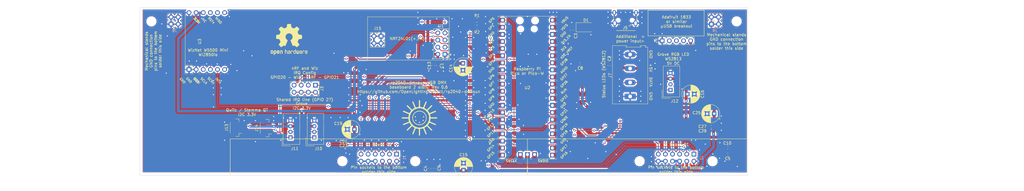
<source format=kicad_pcb>
(kicad_pcb (version 20240108) (generator "pcbnew") (generator_version "8.0")
  (title_block (title "rp2040_dongle baseboard 4 slots") (date "2021-03-19") (rev "0.1") (company "https://www.openlighting.org/"))
  (layers (0 "F.Cu" signal) (31 "B.Cu" signal) (34 "B.Paste" user) (35 "F.Paste" user) (36 "B.SilkS" user "B.Silkscreen") (37 "F.SilkS" user "F.Silkscreen") (38 "B.Mask" user) (39 "F.Mask" user) (44 "Edge.Cuts" user))
  (net 0 "")
  (net 1 "GND")
  (net 2 "Net-(D1-A)")
  (net 3 "+3.3V")
  (net 4 "VDD")
  (net 5 "/IO0_GP3")
  (net 6 "/IO0_GP2")
  (net 7 "/IO0_GP1")
  (net 8 "/IO0_GP0")
  (net 9 "/SCL")
  (net 10 "/SDA")
  (net 11 "/IO1_GP0")
  (net 12 "/IO1_GP1")
  (net 13 "/IO1_GP2")
  (net 14 "/IO1_GP3")
  (net 15 "Net-(J3-Pin_7)")
  (net 16 "/INT_RF24")
  (net 17 "/INT_WIZ")
  (net 18 "Net-(J3-Pin_1)")
  (net 19 "/SPI_CLK")
  (net 20 "/SPI_MOSI")
  (net 21 "/SPI_MISO")
  (net 22 "/SPI_CS0")
  (net 27 "/STATUS_LEDS")
  (net 28 "/NRF_CE")
  (net 33 "/WIZ_NRF_INT")
  (net 34 "/SPI_CS1")
  (footprint "Diode_SMD:D_SMA" (layer "F.Cu") (at 222.834 32.112)
    (property "Reference" "D1")
    (property "Value" "SS14")
  )
  (footprint "MountingHole:MountingHole_3.2mm_M3" (layer "F.Cu") (at 67.908 30)
    (property "Reference" "H1" (hide yes))
    (property "Value" "MountingHole")
  )
  (footprint "MountingHole:MountingHole_3.2mm_M3" (layer "F.Cu") (at 162 80)
    (property "Reference" "H5" (hide yes))
    (property "Value" "MountingHole")
  )
  (footprint "MountingHole:MountingHole_3.2mm_M3" (layer "F.Cu") (at 242 80)
    (property "Reference" "H6" (hide yes))
    (property "Value" "MountingHole")
  )
  (footprint "MountingHole:MountingHole_3.2mm_M3" (layer "F.Cu") (at 276.6 30)
    (property "Reference" "H3" (hide yes))
    (property "Value" "MountingHole")
  )
  (footprint "MountingHole:MountingHole_3.2mm_M3" (layer "F.Cu") (at 268 80)
    (property "Reference" "H8" (hide yes))
    (property "Value" "MountingHole")
  )
  (footprint "Connector_USB:USB_Micro-B_Wuerth_629105150521" (layer "F.Cu") (at 236.836 28.81 180)
    (property "Reference" "J5")
    (property "Value" "USB_B_Micro")
  )
  (footprint "MCU_RaspberryPi_and_Boards:RPi_Pico_SMD_TH" (layer "F.Cu") (at 202 53.702)
    (property "Reference" "U2")
    (property "Value" "Pico")
  )
  (footprint "RF_Module:nRF24L01_Breakout" (layer "F.Cu") (at 172.574 41.764 180)
    (property "Reference" "U1")
    (property "Value" "NRF24L01_Breakout")
  )
  (footprint "Resistor_SMD:R_0805_2012Metric_Pad1.20x1.40mm_HandSolder" (layer "F.Cu") (at 184.004 32.112)
    (property "Reference" "R2")
    (property "Value" "2k")
  )
  (footprint "Connector_PinHeader_2.54mm:PinHeader_1x05_P2.54mm_Vertical" (layer "F.Cu") (at 250.044 36.938 90)
    (property "Reference" "J6")
    (property "Value" "Conn_01x05: Adafruit 1833")
  )
  (footprint "MountingHole:MountingHole_3.2mm_M3" (layer "F.Cu") (at 136 80)
    (property "Reference" "H2" (hide yes))
    (property "Value" "MountingHole")
  )
  (footprint "TerminalBlock:TerminalBlock_Altech_AK300-4_P5.00mm" (layer "F.Cu") (at 238.614 56.844 90)
    (property "Reference" "J7")
    (property "Value" "Screw_Terminal_01x04")
  )
  (footprint "Capacitor_SMD:C_0603_1608Metric" (layer "F.Cu") (at 170.034 45.815 -90)
    (property "Reference" "C1")
    (property "Value" "100nF")
  )
  (footprint "Capacitor_SMD:C_0603_1608Metric" (layer "F.Cu") (at 231.248 45.828 90)
    (property "Reference" "C2")
    (property "Value" "100nF")
  )
  (footprint "Capacitor_SMD:C_0603_1608Metric" (layer "F.Cu") (at 217.786 33.128 -90)
    (property "Reference" "C3")
    (property "Value" "100nF")
  )
  (footprint "Capacitor_SMD:C_0603_1608Metric" (layer "F.Cu") (at 167.095 82.587 90)
    (property "Reference" "C4")
    (property "Value" "100nF")
  )
  (footprint "Capacitor_SMD:C_0603_1608Metric" (layer "F.Cu") (at 273.4 77.6 180)
    (property "Reference" "C5")
    (property "Value" "100nF")
  )
  (footprint "Capacitor_SMD:C_0603_1608Metric" (layer "F.Cu") (at 220.834 45.32 180)
    (property "Reference" "C8")
    (property "Value" "100nF")
  )
  (footprint "Resistor_SMD:R_0805_2012Metric_Pad1.20x1.40mm_HandSolder" (layer "F.Cu") (at 184.004 29.572)
    (property "Reference" "R1")
    (property "Value" "2k")
  )
  (footprint "Capacitor_SMD:C_0603_1608Metric" (layer "F.Cu") (at 169 82.6 90)
    (property "Reference" "C9")
    (property "Value" "1nF")
  )
  (footprint "Capacitor_SMD:C_0603_1608Metric" (layer "F.Cu") (at 273.413 75.06 180)
    (property "Reference" "C10")
    (property "Value" "1nF")
  )
  (footprint "Capacitor_SMD:C_0603_1608Metric" (layer "F.Cu") (at 168.383 45.828 -90)
    (property "Reference" "C13")
    (property "Value" "1nF")
  )
  (footprint "Capacitor_THT:CP_Radial_D6.3mm_P2.50mm" (layer "F.Cu") (at 268.58238 63 180)
    (property "Reference" "C25")
    (property "Value" "82µF")
  )
  (footprint "Capacitor_SMD:C_0603_1608Metric" (layer "F.Cu") (at 267.6 69.2 180)
    (property "Reference" "C29")
    (property "Value" "1nF")
  )
  (footprint "Connector_PinSocket_2.54mm:PinSocket_2x02_P2.54mm_Vertical" (layer "F.Cu") (at 149.8 35.3)
    (property "Reference" "J15")
    (property "Value" "Conn_02x02_Odd_Even")
  )
  (footprint "Connector:NS-Tech_Grove_1x04_P2mm_Vertical" (layer "F.Cu") (at 253 54.5 180)
    (property "Reference" "J12")
    (property "Value" "Conn_01x04_Male")
  )
  (footprint "Capacitor_THT:CP_Radial_D6.3mm_P2.50mm" (layer "F.Cu") (at 259.01762 56)
    (property "Reference" "C16")
    (property "Value" "82µF")
  )
  (footprint "Capacitor_THT:CP_Radial_D6.3mm_P2.50mm" (layer "F.Cu") (at 179 45 -90)
    (property "Reference" "C14")
    (property "Value" "82µF")
  )
  (footprint "Connector:NS-Tech_Grove_1x04_P2mm_Vertical" (layer "F.Cu") (at 126 71.5 180)
    (property "Reference" "J10")
    (property "Value" "Conn_01x04_Male")
  )
  (footprint "W5500_Mini:W5500_Mini" (layer "F.Cu") (at 85.1116 37.1854 90)
    (property "Reference" "U3")
    (property "Value" "W5500_Mini_TH")
  )
  (footprint "Symbol:OSHW-Logo2_14.6x12mm_SilkScreen" (layer "F.Cu") (at 116.9988 36.4808)
    (property "Reference" "SYM1" (hide yes))
    (property "Value" "Logo_Open_Hardware_Large" (hide yes))
  )
  (footprint "Capacitor_SMD:C_0603_1608Metric" (layer "F.Cu") (at 139.425 75.2 180)
    (property "Reference" "C23")
    (property "Value" "1nF")
  )
  (footprint "Connector:NS-Tech_Grove_1x04_P2mm_Vertical" (layer "F.Cu") (at 117.5 71.5 180)
    (property "Reference" "J11")
    (property "Value" "Conn_01x04_Male")
  )
  (footprint "Capacitor_THT:CP_Radial_D6.3mm_P2.50mm" (layer "F.Cu") (at 179.2 83.18238 90)
    (property "Reference" "C15")
    (property "Value" "82µF")
  )
  (footprint "Connector_PinHeader_2.54mm:PinHeader_2x04_P2.54mm_Vertical" (layer "F.Cu") (at 126.4 52.8 -90)
    (property "Reference" "J3")
    (property "Value" "Conn_02x04_Odd_Even")
  )
  (footprint "Connector_JST:JST_SH_BM04B-SRSS-TB_1x04-1MP_P1.00mm_Vertical" (layer "F.Cu") (at 108.7 68.15 90)
    (property "Reference" "J14")
    (property "Value" "Conn_01x04_Male")
  )
  (footprint "Capacitor_SMD:C_0603_1608Metric" (layer "F.Cu") (at 139.45 73.1 180)
    (property "Reference" "C21")
    (property "Value" "100nF")
  )
  (footprint "Connector_JST:JST_SH_BM04B-SRSS-TB_1x04-1MP_P1.00mm_Vertical" (layer "F.Cu") (at 98 68 90)
    (property "Reference" "J13")
    (property "Value" "Conn_01x04_Male")
  )
  (footprint "Capacitor_THT:CP_Radial_D6.3mm_P2.50mm" (layer "F.Cu") (at 140.3 68.6 180)
    (property "Reference" "C19")
    (property "Value" "82µF")
  )
  (footprint "Capacitor_SMD:C_0603_1608Metric" (layer "F.Cu") (at 267.525 67.7 180)
    (property "Reference" "C27")
    (property "Value" "100nF")
  )
  (footprint "Connector_PinSocket_2.54mm:PinSocket_2x06_P2.54mm_Vertical" (layer "B.Cu") (at 155.35 77.46 90)
    (property "Reference" "J1")
    (property "Value" "IO-Board_00")
  )
  (footprint "Connector_PinSocket_2.54mm:PinSocket_2x06_P2.54mm_Vertical" (layer "B.Cu") (at 261.35 77.46 90)
    (property "Reference" "J2")
    (property "Value" "IO-Board_01")
  )
  (footprint "Connector_PinHeader_2.54mm:PinHeader_2x02_P2.54mm_Vertical" (layer "B.Cu") (at 74.908 31)
    (property "Reference" "J8")
    (property "Value" "Conn_02x02_Odd_Even")
  )
  (footprint "Connector_PinHeader_2.54mm:PinHeader_2x02_P2.54mm_Vertical" (layer "B.Cu") (at 267.6 31)
    (property "Reference" "J9")
    (property "Value" "Conn_02x02_Odd_Even")
  )
  (gr_line (start 245 35.2) (end 245 26) (stroke (width 0.15)) (layer "F.SilkS"))
  (gr_line (start 202 85) (end 202 82) (stroke (width 0.15)) (layer "F.SilkS"))
  (gr_line (start 202 72) (end 202 85) (stroke (width 0.15)) (layer "F.SilkS"))
  (gr_line (start 165.385188 66.088276) (end 165.308189 66.177413) (stroke (width 0.178418)) (layer "F.SilkS"))
  (gr_line (start 167.180932 64.898458) (end 167.157376 65.083836) (stroke (width 0.423333)) (layer "F.SilkS"))
  (gr_line (start 162.125076 62.488608) (end 162.224472 62.42471) (stroke (width 0.178418)) (layer "F.SilkS"))
  (gr_poly (pts (xy 162.214509 65.173536) (xy 162.225819 65.174398) (xy 162.236965 65.175818) (xy 162.247932 65.177782) (xy 162.258707 65.180276) (xy 162.269275 65.183285) (xy 162.279623 65.186796) (xy 162.289737 65.190795) (xy 162.299602 65.195267) (xy 162.309205 65.200199) (xy 162.318531 65.205577) (xy 162.327567 65.211386) (xy 162.336299 65.217612) (xy 162.344712 65.224242) (xy 162.352793 65.231261) (xy 162.360527 65.238656) (xy 162.367902 65.246411) (xy 162.374901 65.254515) (xy 162.381513 65.262951) (xy 162.387722 65.271707) (xy 162.393515 65.280768) (xy 162.398878 65.29012) (xy 162.403796 65.299749) (xy 162.408256 65.309642) (xy 162.412243 65.319783) (xy 162.415745 65.33016) (xy 162.418746 65.340758) (xy 162.421233 65.351562) (xy 162.423191 65.36256) (xy 162.424607 65.373736) (xy 162.425468 65.385077) (xy 162.425757 65.39657) (xy 162.425468 65.408062) (xy 162.424607 65.419404) (xy 162.423191 65.43058) (xy 162.421233 65.441578) (xy 162.418746 65.452382) (xy 162.415745 65.46298) (xy 162.412243 65.473357) (xy 162.408256 65.483498) (xy 162.403796 65.493391) (xy 162.398878 65.50302) (xy 162.393515 65.512373) (xy 162.387722 65.521434) (xy 162.381513 65.530189) (xy 162.374901 65.538626) (xy 162.367902 65.546729) (xy 162.360527 65.554485) (xy 162.352793 65.56188) (xy 162.344712 65.568899) (xy 162.336299 65.575529) (xy 162.327567 65.581755) (xy 162.318531 65.587564) (xy 162.309205 65.592942) (xy 162.299602 65.597873) (xy 162.289737 65.602346) (xy 162.279623 65.606344) (xy 162.269275 65.609856) (xy 162.258707 65.612865) (xy 162.247932 65.615359) (xy 162.236965 65.617323) (xy 162.225819 65.618743) (xy 162.214509 65.619605) (xy 162.203048 65.619896) (xy 162.191588 65.619605) (xy 162.180278 65.618743) (xy 162.169132 65.617323) (xy 162.158165 65.615359) (xy 162.14739 65.612865) (xy 162.136822 65.609856) (xy 162.126474 65.606344) (xy 162.11636 65.602346) (xy 162.106495 65.597873) (xy 162.096892 65.592942) (xy 162.087566 65.587564) (xy 162.07853 65.581755) (xy 162.069798 65.575529) (xy 162.061385 65.568899) (xy 162.053304 65.56188) (xy 162.045569 65.554485) (xy 162.038195 65.546729) (xy 162.031195 65.538626) (xy 162.024584 65.530189) (xy 162.018375 65.521434) (xy 162.012582 65.512373) (xy 162.007219 65.50302) (xy 162.002301 65.493391) (xy 161.997841 65.483498) (xy 161.993853 65.473357) (xy 161.990352 65.46298) (xy 161.987351 65.452382) (xy 161.984864 65.441578) (xy 161.982906 65.43058) (xy 161.981489 65.419404) (xy 161.980629 65.408062) (xy 161.98034 65.39657) (xy 161.980629 65.385077) (xy 161.981489 65.373736) (xy 161.982906 65.36256) (xy 161.984864 65.351562) (xy 161.987351 65.340758) (xy 161.990352 65.33016) (xy 161.993853 65.319783) (xy 161.997841 65.309642) (xy 162.002301 65.299749) (xy 162.007219 65.29012) (xy 162.012582 65.280768) (xy 162.018375 65.271707) (xy 162.024584 65.262951) (xy 162.031195 65.254515) (xy 162.038195 65.246411) (xy 162.045569 65.238656) (xy 162.053304 65.231261) (xy 162.061385 65.224242) (xy 162.069798 65.217612) (xy 162.07853 65.211386) (xy 162.087566 65.205577) (xy 162.096892 65.200199) (xy 162.106495 65.195267) (xy 162.11636 65.190795) (xy 162.126474 65.186796) (xy 162.136822 65.183285) (xy 162.14739 65.180276) (xy 162.158165 65.177782) (xy 162.169132 65.175818) (xy 162.180278 65.174398) (xy 162.191588 65.173536) (xy 162.203048 65.173245)) (fill solid) (layer "F.SilkS"))
  (gr_line (start 165.752088 65.481872) (end 165.703028 65.59069) (stroke (width 0.178418)) (layer "F.SilkS"))
  (gr_poly (pts (xy 163.507222 67.907052) (xy 163.517972 67.907869) (xy 163.528565 67.909215) (xy 163.538988 67.911077) (xy 163.549229 67.91344) (xy 163.559273 67.916292) (xy 163.569108 67.91962) (xy 163.57872 67.92341) (xy 163.588096 67.927649) (xy 163.597223 67.932323) (xy 163.606087 67.93742) (xy 163.614675 67.942926) (xy 163.622974 67.948827) (xy 163.63097 67.955111) (xy 163.63865 67.961763) (xy 163.646001 67.968772) (xy 163.65301 67.976123) (xy 163.659662 67.983803) (xy 163.665946 67.991799) (xy 163.671848 68.000098) (xy 163.677353 68.008686) (xy 163.68245 68.01755) (xy 163.687124 68.026677) (xy 163.691363 68.036053) (xy 163.695153 68.045665) (xy 163.698481 68.0555) (xy 163.701333 68.065544) (xy 163.703697 68.075785) (xy 163.705558 68.086208) (xy 163.706904 68.096801) (xy 163.707721 68.107551) (xy 163.707997 68.118443) (xy 163.707997 70.658442) (xy 163.707721 70.669334) (xy 163.706904 70.680084) (xy 163.705558 70.690677) (xy 163.703697 70.7011) (xy 163.701333 70.711341) (xy 163.698481 70.721385) (xy 163.695153 70.73122) (xy 163.691363 70.740832) (xy 163.687124 70.750208) (xy 163.68245 70.759335) (xy 163.677353 70.768199) (xy 163.671848 70.776787) (xy 163.665946 70.785086) (xy 163.659662 70.793082) (xy 163.65301 70.800762) (xy 163.646001 70.808113) (xy 163.63865 70.815122) (xy 163.63097 70.821774) (xy 163.622974 70.828058) (xy 163.614675 70.833959) (xy 163.606087 70.839465) (xy 163.597223 70.844562) (xy 163.588096 70.849236) (xy 163.57872 70.853475) (xy 163.569108 70.857265) (xy 163.559273 70.860593) (xy 163.549229 70.863445) (xy 163.538988 70.865808) (xy 163.528565 70.86767) (xy 163.517972 70.869016) (xy 163.507222 70.869833) (xy 163.49633 70.870109) (xy 163.485438 70.869833) (xy 163.474689 70.869016) (xy 163.464096 70.86767) (xy 163.453672 70.865808) (xy 163.443432 70.863445) (xy 163.433387 70.860593) (xy 163.423552 70.857265) (xy 163.41394 70.853475) (xy 163.404564 70.849236) (xy 163.395438 70.844562) (xy 163.386574 70.839465) (xy 163.377986 70.833959) (xy 163.369687 70.828058) (xy 163.361691 70.821774) (xy 163.354011 70.815122) (xy 163.34666 70.808113) (xy 163.339651 70.800762) (xy 163.332998 70.793082) (xy 163.326714 70.785086) (xy 163.320813 70.776787) (xy 163.315308 70.768199) (xy 163.310211 70.759335) (xy 163.305536 70.750208) (xy 163.301298 70.740832) (xy 163.297508 70.73122) (xy 163.29418 70.721385) (xy 163.291328 70.711341) (xy 163.288964 70.7011) (xy 163.287103 70.690677) (xy 163.285757 70.680084) (xy 163.284939 70.669334) (xy 163.284664 70.658442) (xy 163.284664 68.118443) (xy 163.284939 68.107551) (xy 163.285757 68.096801) (xy 163.287103 68.086208) (xy 163.288964 68.075785) (xy 163.291328 68.065544) (xy 163.29418 68.0555) (xy 163.297508 68.045665) (xy 163.301298 68.036053) (xy 163.305536 68.026677) (xy 163.310211 68.01755) (xy 163.315308 68.008686) (xy 163.320813 68.000098) (xy 163.326714 67.991799) (xy 163.332998 67.983803) (xy 163.339651 67.976123) (xy 163.34666 67.968772) (xy 163.354011 67.961763) (xy 163.361691 67.955111) (xy 163.369687 67.948827) (xy 163.377986 67.942926) (xy 163.386574 67.93742) (xy 163.395438 67.932323) (xy 163.404564 67.927649) (xy 163.41394 67.92341) (xy 163.423552 67.91962) (xy 163.433387 67.916292) (xy 163.443432 67.91344) (xy 163.453672 67.911077) (xy 163.464096 67.909215) (xy 163.474689 67.907869) (xy 163.485438 67.907052) (xy 163.49633 67.906776)) (fill solid) (layer "F.SilkS"))
  (gr_line (start 161.604394 62.963033) (end 161.681393 62.873896) (stroke (width 0.178418)) (layer "F.SilkS"))
  (gr_line (start 161.575145 61.351826) (end 161.730264 61.262635) (stroke (width 0.423333)) (layer "F.SilkS"))
  (gr_line (start 167.124801 63.773209) (end 167.157376 63.95562) (stroke (width 0.423333)) (layer "F.SilkS"))
  (gr_line (start 161.531667 65.995474) (end 161.463365 65.89916) (stroke (width 0.178418)) (layer "F.SilkS"))
  (gr_line (start 162.224472 66.626599) (end 162.125076 66.5627) (stroke (width 0.178418)) (layer "F.SilkS"))
  (gr_line (start 162.432695 62.311308) (end 162.541212 62.262112) (stroke (width 0.178418)) (layer "F.SilkS"))
  (gr_line (start 160.156994 66.125638) (end 160.082815 65.961557) (stroke (width 0.423333)) (layer "F.SilkS"))
  (gr_line (start 162.749371 68.14864) (end 162.570161 68.107278) (stroke (width 0.423333)) (layer "F.SilkS"))
  (gr_poly (pts (xy 161.158562 58.63736) (xy 161.168783 58.638186) (xy 161.178923 58.639503) (xy 161.188964 58.641303) (xy 161.198889 58.643579) (xy 161.208681 58.646325) (xy 161.218323 58.649532) (xy 161.227796 58.653194) (xy 161.237084 58.657303) (xy 161.24617 58.661853) (xy 161.255035 58.666836) (xy 161.263663 58.672244) (xy 161.272036 58.678072) (xy 161.280137 58.684311) (xy 161.287948 58.690954) (xy 161.295452 58.697994) (xy 161.302632 58.705424) (xy 161.30947 58.713237) (xy 161.315949 58.721425) (xy 161.322052 58.729982) (xy 161.32776 58.738899) (xy 161.333058 58.748171) (xy 161.337927 58.757789) (xy 161.342349 58.767747) (xy 162.314365 61.114401) (xy 162.318279 61.124569) (xy 162.321638 61.134813) (xy 162.324448 61.145115) (xy 162.326717 61.155457) (xy 162.328452 61.165823) (xy 162.329661 61.176194) (xy 162.33035 61.186554) (xy 162.330527 61.196885) (xy 162.330199 61.207169) (xy 162.329373 61.21739) (xy 162.328056 61.22753) (xy 162.326256 61.237571) (xy 162.32398 61.247496) (xy 162.321235 61.257288) (xy 162.318027 61.26693) (xy 162.314365 61.276403) (xy 162.310256 61.285692) (xy 162.305706 61.294777) (xy 162.300724 61.303642) (xy 162.295315 61.31227) (xy 162.289488 61.320643) (xy 162.283249 61.328744) (xy 162.276606 61.336555) (xy 162.269565 61.344059) (xy 162.262135 61.351239) (xy 162.254323 61.358077) (xy 162.246134 61.364556) (xy 162.237578 61.370659) (xy 162.22866 61.376367) (xy 162.219388 61.381665) (xy 162.20977 61.386534) (xy 162.199812 61.390956) (xy 162.189643 61.39487) (xy 162.1794 61.398229) (xy 162.169098 61.401039) (xy 162.158755 61.403308) (xy 162.14839 61.405043) (xy 162.138018 61.406252) (xy 162.127659 61.406941) (xy 162.117328 61.407118) (xy 162.107044 61.40679) (xy 162.096823 61.405964) (xy 162.086683 61.404648) (xy 162.076642 61.402848) (xy 162.066717 61.400571) (xy 162.056925 61.397826) (xy 162.047283 61.394619) (xy 162.03781 61.390957) (xy 162.028521 61.386847) (xy 162.019436 61.382298) (xy 162.010571 61.377315) (xy 162.001943 61.371906) (xy 161.99357 61.366079) (xy 161.985469 61.35984) (xy 161.977658 61.353197) (xy 161.970153 61.346157) (xy 161.962974 61.338727) (xy 161.956136 61.330914) (xy 161.949657 61.322726) (xy 161.943554 61.314169) (xy 161.937845 61.305251) (xy 161.932548 61.29598) (xy 161.927679 61.286362) (xy 161.923256 61.276404) (xy 160.951241 58.92975) (xy 160.947327 58.919581) (xy 160.943968 58.909337) (xy 160.941158 58.899035) (xy 160.938889 58.888693) (xy 160.937154 58.878327) (xy 160.935945 58.867956) (xy 160.935256 58.857596) (xy 160.935079 58.847266) (xy 160.935407 58.836981) (xy 160.936233 58.82676) (xy 160.937549 58.816621) (xy 160.93935 58.80658) (xy 160.941626 58.796654) (xy 160.944371 58.786862) (xy 160.947579 58.777221) (xy 160.95124 58.767747) (xy 160.95535 58.758459) (xy 160.9599 58.749373) (xy 160.964882 58.740508) (xy 160.970291 58.73188) (xy 160.976118 58.723507) (xy 160.982357 58.715406) (xy 160.989 58.707595) (xy 160.99604 58.700091) (xy 161.00347 58.692911) (xy 161.011283 58.686073) (xy 161.019471 58.679594) (xy 161.028028 58.673491) (xy 161.036946 58.667783) (xy 161.046217 58.662485) (xy 161.055836 58.657617) (xy 161.065793 58.653194) (xy 161.065794 58.653194) (xy 161.075962 58.64928) (xy 161.086206 58.645922) (xy 161.096508 58.643111) (xy 161.10685 58.640842) (xy 161.117216 58.639107) (xy 161.127587 58.637898) (xy 161.137947 58.637209) (xy 161.148278 58.637032)) (fill solid) (layer "F.SilkS"))
  (gr_line (start 161.286553 65.59069) (end 161.237494 65.481872) (stroke (width 0.178418)) (layer "F.SilkS"))
  (gr_line (start 161.936481 62.630027) (end 162.029027 62.557099) (stroke (width 0.178418)) (layer "F.SilkS"))
  (gr_poly (pts (xy 169.179051 61.959216) (xy 169.189271 61.960042) (xy 169.199411 61.961359) (xy 169.209452 61.963159) (xy 169.219377 61.965435) (xy 169.22917 61.968181) (xy 169.238811 61.971388) (xy 169.248285 61.97505) (xy 169.257573 61.97916) (xy 169.266658 61.983709) (xy 169.275524 61.988692) (xy 169.284152 61.994101) (xy 169.292525 61.999928) (xy 169.300625 62.006167) (xy 169.308437 62.01281) (xy 169.315941 62.01985) (xy 169.323121 62.02728) (xy 169.329959 62.035093) (xy 169.336438 62.043281) (xy 169.34254 62.051838) (xy 169.348249 62.060756) (xy 169.353546 62.070027) (xy 169.358415 62.079646) (xy 169.362838 62.089603) (xy 169.366752 62.099771) (xy 169.37011 62.110015) (xy 169.37292 62.120317) (xy 169.375189 62.130659) (xy 169.376925 62.141025) (xy 169.378133 62.151396) (xy 169.378822 62.161756) (xy 169.378999 62.172087) (xy 169.378671 62.182371) (xy 169.377845 62.192592) (xy 169.376529 62.202732) (xy 169.374729 62.212773) (xy 169.372452 62.222698) (xy 169.369707 62.232491) (xy 169.3665 62.242132) (xy 169.362838 62.251606) (xy 169.358728 62.260894) (xy 169.354179 62.269979) (xy 169.349196 62.278845) (xy 169.343787 62.287473) (xy 169.33796 62.295846) (xy 169.331721 62.303946) (xy 169.325078 62.311758) (xy 169.318038 62.319262) (xy 169.310608 62.326442) (xy 169.302795 62.33328) (xy 169.294607 62.339759) (xy 169.28605 62.345861) (xy 169.277132 62.35157) (xy 169.267861 62.356867) (xy 169.258242 62.361736) (xy 169.248285 62.366159) (xy 166.901631 63.338175) (xy 166.891462 63.342089) (xy 166.881218 63.345447) (xy 166.870917 63.348257) (xy 166.860574 63.350526) (xy 166.850209 63.352262) (xy 166.839837 63.35347) (xy 166.829478 63.354159) (xy 166.819147 63.354336) (xy 166.808862 63.354008) (xy 166.798642 63.353182) (xy 166.788502 63.351866) (xy 166.778461 63.350066) (xy 166.768535 63.347789) (xy 166.758743 63.345044) (xy 166.749102 63.341837) (xy 166.739628 63.338175) (xy 166.73034 63.334065) (xy 166.721255 63.329515) (xy 166.712389 63.324533) (xy 166.703761 63.319124) (xy 166.695388 63.313297) (xy 166.687288 63.307058) (xy 166.679476 63.300415) (xy 166.671972 63.293374) (xy 166.664792 63.285944) (xy 166.657954 63.278131) (xy 166.651475 63.269943) (xy 166.645373 63.261386) (xy 166.639664 63.252469) (xy 166.634367 63.243197) (xy 166.629498 63.233579) (xy 166.625075 63.223621) (xy 166.625075 63.223622) (xy 166.621161 63.213453) (xy 166.617803 63.203209) (xy 166.614993 63.192907) (xy 166.612724 63.182565) (xy 166.610988 63.172199) (xy 166.60978 63.161828) (xy 166.60909 63.151468) (xy 166.608914 63.141138) (xy 166.609242 63.130853) (xy 166.610068 63.120632) (xy 166.611384 63.110493) (xy 166.613184 63.100452) (xy 166.615461 63.090526) (xy 166.618206 63.080734) (xy 166.621413 63.071093) (xy 166.625075 63.061619) (xy 166.629185 63.052331) (xy 166.633734 63.043245) (xy 166.638717 63.03438) (xy 166.644126 63.025752) (xy 166.649953 63.017379) (xy 166.656192 63.009278) (xy 166.662835 63.001467) (xy 166.669875 62.993963) (xy 166.677305 62.986783) (xy 166.685118 62.979945) (xy 166.693306 62.973466) (xy 166.701863 62.967364) (xy 166.710781 62.961655) (xy 166.720052 62.956358) (xy 166.72967 62.951489) (xy 166.739628 62.947066) (xy 169.086282 61.97505) (xy 169.096451 61.971136) (xy 169.106695 61.967778) (xy 169.116996 61.964968) (xy 169.127339 61.962699) (xy 169.137704 61.960963) (xy 169.148076 61.959755) (xy 169.158435 61.959065) (xy 169.168766 61.958888)) (fill solid) (layer "F.SilkS"))
  (gr_line (start 165.526216 65.89916) (end 165.457915 65.995474) (stroke (width 0.178418)) (layer "F.SilkS"))
  (gr_line (start 165.944606 64.525654) (end 165.944606 64.525654) (stroke (width 0.178418)) (layer "F.SilkS"))
  (gr_poly (pts (xy 166.882969 64.5197) (xy 166.882969 64.519701) (xy 166.882969 64.5197)) (fill solid) (layer "F.SilkS"))
  (gr_line (start 163.686506 68.219075) (end 163.49589 68.223895) (stroke (width 0.423333)) (layer "F.SilkS"))
  (gr_line (start 164.44837 62.262112) (end 164.556887 62.311308) (stroke (width 0.178418)) (layer "F.SilkS"))
  (gr_line (start 162.931782 60.858242) (end 163.11716 60.834686) (stroke (width 0.423333)) (layer "F.SilkS"))
  (gr_line (start 167.195236 64.329112) (end 167.200056 64.519728) (stroke (width 0.423333)) (layer "F.SilkS"))
  (gr_line (start 163.001068 62.11897) (end 163.121708 62.097366) (stroke (width 0.178418)) (layer "F.SilkS"))
  (gr_line (start 161.122102 65.139596) (end 161.094747 65.020744) (stroke (width 0.178418)) (layer "F.SilkS"))
  (gr_line (start 166.115131 61.900487) (end 166.237781 62.02913) (stroke (width 0.423333)) (layer "F.SilkS"))
  (gr_line (start 162.054061 67.932803) (end 161.88998 67.858624) (stroke (width 0.423333)) (layer "F.SilkS"))
  (gr_line (start 167.083439 65.445457) (end 167.033524 65.621234) (stroke (width 0.423333)) (layer "F.SilkS"))
  (gr_line (start 161.057623 64.776827) (end 161.048163 64.652071) (stroke (width 0.178418)) (layer "F.SilkS"))
  (gr_poly (pts (xy 164.797994 65.173536) (xy 164.809304 65.174398) (xy 164.820449 65.175818) (xy 164.831417 65.177782) (xy 164.842192 65.180276) (xy 164.85276 65.183285) (xy 164.863108 65.186796) (xy 164.873222 65.190795) (xy 164.883087 65.195267) (xy 164.89269 65.200199) (xy 164.902016 65.205577) (xy 164.911052 65.211386) (xy 164.919784 65.217612) (xy 164.928197 65.224242) (xy 164.936278 65.231261) (xy 164.944012 65.238656) (xy 164.951387 65.246411) (xy 164.958387 65.254515) (xy 164.964998 65.262951) (xy 164.971207 65.271707) (xy 164.977 65.280768) (xy 164.982363 65.29012) (xy 164.987281 65.299749) (xy 164.991741 65.309642) (xy 164.995729 65.319783) (xy 164.99923 65.33016) (xy 165.002231 65.340758) (xy 165.004718 65.351562) (xy 165.006677 65.36256) (xy 165.008093 65.373736) (xy 165.008953 65.385077) (xy 165.009243 65.39657) (xy 165.008953 65.408062) (xy 165.008093 65.419404) (xy 165.006677 65.43058) (xy 165.004718 65.441578) (xy 165.002231 65.452382) (xy 164.99923 65.46298) (xy 164.995729 65.473357) (xy 164.991741 65.483498) (xy 164.987281 65.493391) (xy 164.982363 65.50302) (xy 164.977 65.512373) (xy 164.971207 65.521434) (xy 164.964998 65.530189) (xy 164.958387 65.538626) (xy 164.951387 65.546729) (xy 164.944012 65.554485) (xy 164.936278 65.56188) (xy 164.928197 65.568899) (xy 164.919784 65.575529) (xy 164.911052 65.581755) (xy 164.902016 65.587564) (xy 164.89269 65.592942) (xy 164.883087 65.597873) (xy 164.873222 65.602346) (xy 164.863108 65.606344) (xy 164.85276 65.609856) (xy 164.842192 65.612865) (xy 164.831417 65.615359) (xy 164.820449 65.617323) (xy 164.809304 65.618743) (xy 164.797994 65.619605) (xy 164.786533 65.619896) (xy 164.775072 65.619605) (xy 164.763762 65.618743) (xy 164.752617 65.617323) (xy 164.741649 65.615359) (xy 164.730875 65.612865) (xy 164.720306 65.609856) (xy 164.709958 65.606344) (xy 164.699845 65.602346) (xy 164.68998 65.597873) (xy 164.680377 65.592942) (xy 164.67105 65.587564) (xy 164.662014 65.581755) (xy 164.653283 65.575529) (xy 164.644869 65.568899) (xy 164.636789 65.56188) (xy 164.629054 65.554485) (xy 164.62168 65.546729) (xy 164.61468 65.538626) (xy 164.608069 65.530189) (xy 164.601859 65.521434) (xy 164.596066 65.512373) (xy 164.590704 65.50302) (xy 164.585786 65.493391) (xy 164.581326 65.483498) (xy 164.577338 65.473357) (xy 164.573837 65.46298) (xy 164.570836 65.452382) (xy 164.568349 65.441578) (xy 164.56639 65.43058) (xy 164.564974 65.419404) (xy 164.564114 65.408062) (xy 164.563824 65.39657) (xy 164.564114 65.385077) (xy 164.564974 65.373736) (xy 164.56639 65.36256) (xy 164.568349 65.351562) (xy 164.570836 65.340758) (xy 164.573837 65.33016) (xy 164.577338 65.319783) (xy 164.581326 65.309642) (xy 164.585786 65.299749) (xy 164.590704 65.29012) (xy 164.596066 65.280768) (xy 164.601859 65.271707) (xy 164.608069 65.262951) (xy 164.61468 65.254515) (xy 164.62168 65.246411) (xy 164.629054 65.238656) (xy 164.636789 65.231261) (xy 164.644869 65.224242) (xy 164.653283 65.217612) (xy 164.662014 65.211386) (xy 164.67105 65.205577) (xy 164.680377 65.200199) (xy 164.68998 65.195267) (xy 164.699845 65.190795) (xy 164.709958 65.186796) (xy 164.720306 65.183285) (xy 164.730875 65.180276) (xy 164.741649 65.177782) (xy 164.752617 65.175818) (xy 164.763762 65.174398) (xy 164.775072 65.173536) (xy 164.786533 65.173245)) (fill solid) (layer "F.SilkS"))
  (gr_line (start 161.463365 63.15215) (end 161.531667 63.055835) (stroke (width 0.178418)) (layer "F.SilkS"))
  (gr_line (start 163.494791 66.982248) (end 163.494791 66.982248) (stroke (width 0.178418)) (layer "F.SilkS"))
  (gr_line (start 160.637575 66.875922) (end 160.52761 66.73599) (stroke (width 0.423333)) (layer "F.SilkS"))
  (gr_line (start 165.795952 65.370314) (end 165.752088 65.481872) (stroke (width 0.178418)) (layer "F.SilkS"))
  (gr_line (start 165.648927 65.696613) (end 165.589938 65.799488) (stroke (width 0.178418)) (layer "F.SilkS"))
  (gr_line (start 165.227072 62.78858) (end 165.308189 62.873896) (stroke (width 0.178418)) (layer "F.SilkS"))
  (gr_line (start 160.52761 62.303466) (end 160.637575 62.163534) (stroke (width 0.423333)) (layer "F.SilkS"))
  (gr_line (start 165.944606 64.525654) (end 165.941419 64.652071) (stroke (width 0.178418)) (layer "F.SilkS"))
  (gr_line (start 165.101799 61.180833) (end 165.261516 61.262635) (stroke (width 0.423333)) (layer "F.SilkS"))
  (gr_line (start 163.867874 62.097366) (end 163.988514 62.11897) (stroke (width 0.178418)) (layer "F.SilkS"))
  (gr_line (start 164.33712 62.218126) (end 164.44837 62.262112) (stroke (width 0.178418)) (layer "F.SilkS"))
  (gr_line (start 159.958255 63.418222) (end 160.016491 63.246111) (stroke (width 0.423333)) (layer "F.SilkS"))
  (gr_line (start 161.399643 63.251821) (end 161.463365 63.15215) (stroke (width 0.178418)) (layer "F.SilkS"))
  (gr_line (start 164.662518 62.365558) (end 164.765109 62.42471) (stroke (width 0.178418)) (layer "F.SilkS"))
  (gr_line (start 163.11716 68.204771) (end 162.931782 68.181215) (stroke (width 0.423333)) (layer "F.SilkS"))
  (gr_line (start 159.796543 64.329112) (end 159.810848 64.140998) (stroke (width 0.423333)) (layer "F.SilkS"))
  (gr_line (start 165.916379 64.89977) (end 165.894835 65.020744) (stroke (width 0.178418)) (layer "F.SilkS"))
  (gr_line (start 162.652462 66.833182) (end 162.541212 66.789197) (stroke (width 0.178418)) (layer "F.SilkS"))
  (gr_line (start 167.157376 63.95562) (end 167.180932 64.140998) (stroke (width 0.423333)) (layer "F.SilkS"))
  (gr_line (start 166.834785 62.913819) (end 166.908964 63.077899) (stroke (width 0.423333)) (layer "F.SilkS"))
  (gr_line (start 165.712152 67.488008) (end 165.566925 67.591282) (stroke (width 0.423333)) (layer "F.SilkS"))
  (gr_line (start 167.124801 65.266247) (end 167.083439 65.445457) (stroke (width 0.423333)) (layer "F.SilkS"))
  (gr_line (start 164.421619 60.932179) (end 164.597396 60.982094) (stroke (width 0.423333)) (layer "F.SilkS"))
  (gr_line (start 164.864506 66.5627) (end 164.765109 66.626599) (stroke (width 0.178418)) (layer "F.SilkS"))
  (gr_line (start 165.944606 64.525654) (end 165.944606 64.525654) (stroke (width 0.178418)) (layer "F.SilkS"))
  (gr_line (start 163.867874 66.953942) (end 163.74527 66.969565) (stroke (width 0.178418)) (layer "F.SilkS"))
  (gr_line (start 159.796543 64.710344) (end 159.791723 64.519728) (stroke (width 0.423333)) (layer "F.SilkS"))
  (gr_line (start 159.866979 63.773209) (end 159.90834 63.593999) (stroke (width 0.423333)) (layer "F.SilkS"))
  (gr_line (start 164.769507 61.04033) (end 164.937719 61.106653) (stroke (width 0.423333)) (layer "F.SilkS"))
  (gr_line (start 166.975288 63.246111) (end 167.033524 63.418222) (stroke (width 0.423333)) (layer "F.SilkS"))
  (gr_line (start 160.327988 66.440473) (end 160.238796 66.285354) (stroke (width 0.423333)) (layer "F.SilkS"))
  (gr_line (start 161.399643 65.799488) (end 161.340655 65.696613) (stroke (width 0.178418)) (layer "F.SilkS"))
  (gr_line (start 162.652462 62.218126) (end 162.766291 62.179504) (stroke (width 0.178418)) (layer "F.SilkS"))
  (gr_line (start 161.76251 66.262729) (end 161.681393 66.177413) (stroke (width 0.178418)) (layer "F.SilkS"))
  (gr_line (start 167.180932 64.140998) (end 167.195236 64.329112) (stroke (width 0.423333)) (layer "F.SilkS"))
  (gr_line (start 159.90834 65.445457) (end 159.866979 65.266247) (stroke (width 0.423333)) (layer "F.SilkS"))
  (gr_line (start 167.033524 65.621234) (end 166.975288 65.793345) (stroke (width 0.423333)) (layer "F.SilkS"))
  (gr_line (start 160.016491 63.246111) (end 160.082815 63.077899) (stroke (width 0.423333)) (layer "F.SilkS"))
  (gr_line (start 165.526216 63.15215) (end 165.589938 63.251821) (stroke (width 0.178418)) (layer "F.SilkS"))
  (gr_poly (pts (xy 167.986218 60.029501) (xy 167.986218 60.0295) (xy 167.986217 60.0295)) (fill solid) (layer "F.SilkS"))
  (gr_line (start 167.083439 63.593999) (end 167.124801 63.773209) (stroke (width 0.423333)) (layer "F.SilkS"))
  (gr_line (start 162.766291 66.871804) (end 162.652462 66.833182) (stroke (width 0.178418)) (layer "F.SilkS"))
  (gr_line (start 163.874619 60.834686) (end 164.059998 60.858242) (stroke (width 0.423333)) (layer "F.SilkS"))
  (gr_line (start 165.261516 61.262635) (end 165.416635 61.351826) (stroke (width 0.423333)) (layer "F.SilkS"))
  (gr_line (start 165.703028 65.59069) (end 165.648927 65.696613) (stroke (width 0.178418)) (layer "F.SilkS"))
  (gr_line (start 164.242409 60.890817) (end 164.421619 60.932179) (stroke (width 0.423333)) (layer "F.SilkS"))
  (gr_line (start 165.894835 64.030565) (end 165.916379 64.151539) (stroke (width 0.178418)) (layer "F.SilkS"))
  (gr_line (start 162.931782 68.181215) (end 162.749371 68.14864) (stroke (width 0.423333)) (layer "F.SilkS"))
  (gr_line (start 161.286553 63.460619) (end 161.340655 63.354696) (stroke (width 0.178418)) (layer "F.SilkS"))
  (gr_line (start 162.766291 62.179504) (end 162.882544 62.146401) (stroke (width 0.178418)) (layer "F.SilkS"))
  (gr_line (start 163.49589 68.223895) (end 163.305274 68.219075) (stroke (width 0.423333)) (layer "F.SilkS"))
  (gr_line (start 162.394384 60.982094) (end 162.570161 60.932179) (stroke (width 0.423333)) (layer "F.SilkS"))
  (gr_line (start 161.84759 66.34407) (end 161.76251 66.262729) (stroke (width 0.178418)) (layer "F.SilkS"))
  (gr_line (start 162.541212 66.789197) (end 162.432695 66.740001) (stroke (width 0.178418)) (layer "F.SilkS"))
  (gr_line (start 162.541212 62.262112) (end 162.652462 62.218126) (stroke (width 0.178418)) (layer "F.SilkS"))
  (gr_poly (pts (xy 157.14592 64.52014) (xy 157.14592 64.520141) (xy 157.14592 64.52014)) (fill solid) (layer "F.SilkS"))
  (gr_line (start 161.76251 62.78858) (end 161.84759 62.707239) (stroke (width 0.178418)) (layer "F.SilkS"))
  (gr_poly (pts (xy 157.833617 61.959473) (xy 157.843977 61.960162) (xy 157.854349 61.961371) (xy 157.864714 61.963106) (xy 157.875056 61.965375) (xy 157.885358 61.968186) (xy 157.895602 61.971544) (xy 157.905771 61.975458) (xy 160.252425 62.947474) (xy 160.262383 62.951897) (xy 160.272001 62.956765) (xy 160.281273 62.962063) (xy 160.29019 62.967771) (xy 160.298747 62.973874) (xy 160.306935 62.980353) (xy 160.314748 62.987191) (xy 160.322178 62.994371) (xy 160.329218 63.001875) (xy 160.335861 63.009686) (xy 160.3421 63.017787) (xy 160.347928 63.02616) (xy 160.353336 63.034788) (xy 160.358319 63.043653) (xy 160.362869 63.052739) (xy 160.366978 63.062027) (xy 160.37064 63.0715) (xy 160.373847 63.081142) (xy 160.376593 63.090934) (xy 160.378869 63.100859) (xy 160.380669 63.110901) (xy 160.381986 63.12104) (xy 160.382812 63.131261) (xy 160.38314 63.141545) (xy 160.382963 63.151876) (xy 160.382274 63.162236) (xy 160.381065 63.172607) (xy 160.37933 63.182973) (xy 160.377061 63.193315) (xy 160.37425 63.203617) (xy 160.370892 63.213861) (xy 160.366978 63.224029) (xy 160.366978 63.22403) (xy 160.362555 63.233988) (xy 160.357686 63.243606) (xy 160.352389 63.252877) (xy 160.34668 63.261795) (xy 160.340578 63.270352) (xy 160.334099 63.27854) (xy 160.327261 63.286353) (xy 160.320081 63.293783) (xy 160.312577 63.300823) (xy 160.304766 63.307466) (xy 160.296665 63.313705) (xy 160.288292 63.319532) (xy 160.279664 63.324941) (xy 160.270799 63.329924) (xy 160.261713 63.334473) (xy 160.252425 63.338583) (xy 160.242951 63.342245) (xy 160.23331 63.345452) (xy 160.223518 63.348198) (xy 160.213592 63.350474) (xy 160.203551 63.352274) (xy 160.193412 63.353591) (xy 160.183191 63.354416) (xy 160.172907 63.354745) (xy 160.162576 63.354568) (xy 160.152216 63.353878) (xy 160.141845 63.35267) (xy 160.131479 63.350934) (xy 160.121137 63.348665) (xy 160.110835 63.345855) (xy 160.100591 63.342497) (xy 160.090423 63.338583) (xy 157.743768 62.366567) (xy 157.73381 62.362144) (xy 157.724192 62.357276) (xy 157.71492 62.351978) (xy 157.706003 62.346269) (xy 157.697446 62.340167) (xy 157.689258 62.333688) (xy 157.681445 62.32685) (xy 157.674015 62.31967) (xy 157.666975 62.312166) (xy 157.660332 62.304355) (xy 157.654093 62.296254) (xy 157.648265 62.287881) (xy 157.642857 62.279253) (xy 157.637874 62.270387) (xy 157.633324 62.261302) (xy 157.629215 62.252014) (xy 157.625553 62.24254) (xy 157.622346 62.232899) (xy 157.6196 62.223107) (xy 157.617324 62.213181) (xy 157.615524 62.20314) (xy 157.614207 62.193) (xy 157.613381 62.18278) (xy 157.613053 62.172495) (xy 157.61323 62.162164) (xy 157.613919 62.151805) (xy 157.615128 62.141433) (xy 157.616863 62.131068) (xy 157.619132 62.120725) (xy 157.621943 62.110424) (xy 157.625301 62.10018) (xy 157.629215 62.090011) (xy 157.633638 62.080053) (xy 157.638507 62.070435) (xy 157.643804 62.061163) (xy 157.649513 62.052245) (xy 157.655615 62.043689) (xy 157.662094 62.035501) (xy 157.668932 62.027688) (xy 157.676112 62.020258) (xy 157.683616 62.013217) (xy 157.691427 62.006574) (xy 157.699528 62.000336) (xy 157.707901 61.994508) (xy 157.716529 61.9891) (xy 157.725395 61.984117) (xy 157.73448 61.979567) (xy 157.743768 61.975458) (xy 157.753242 61.971796) (xy 157.762883 61.968589) (xy 157.772675 61.965843) (xy 157.782601 61.963567) (xy 157.792642 61.961767) (xy 157.802781 61.96045) (xy 157.813002 61.959624) (xy 157.823287 61.959296)) (fill solid) (layer "F.SilkS"))
  (gr_line (start 161.057623 64.274482) (end 161.073202 64.151539) (stroke (width 0.178418)) (layer "F.SilkS"))
  (gr_line (start 165.457915 63.055835) (end 165.526216 63.15215) (stroke (width 0.178418)) (layer "F.SilkS"))
  (gr_line (start 166.834785 66.125638) (end 166.752983 66.285354) (stroke (width 0.423333)) (layer "F.SilkS"))
  (gr_line (start 165.941419 64.652071) (end 165.931958 64.776827) (stroke (width 0.178418)) (layer "F.SilkS"))
  (gr_line (start 165.703028 63.460619) (end 165.752088 63.569437) (stroke (width 0.178418)) (layer "F.SilkS"))
  (gr_line (start 159.866979 65.266247) (end 159.834404 65.083836) (stroke (width 0.423333)) (layer "F.SilkS"))
  (gr_line (start 163.49589 60.815562) (end 163.686506 60.820382) (stroke (width 0.423333)) (layer "F.SilkS"))
  (gr_line (start 162.029027 62.557099) (end 162.125076 62.488608) (stroke (width 0.178418)) (layer "F.SilkS"))
  (gr_line (start 166.237781 62.02913) (end 166.354205 62.163534) (stroke (width 0.423333)) (layer "F.SilkS"))
  (gr_line (start 160.016491 65.793345) (end 159.958255 65.621234) (stroke (width 0.423333)) (layer "F.SilkS"))
  (gr_line (start 165.385188 62.963033) (end 165.457915 63.055835) (stroke (width 0.178418)) (layer "F.SilkS"))
  (gr_line (start 161.048163 64.399238) (end 161.057623 64.274482) (stroke (width 0.178418)) (layer "F.SilkS"))
  (gr_line (start 163.121708 66.953942) (end 163.001068 66.932339) (stroke (width 0.178418)) (layer "F.SilkS"))
  (gr_line (start 166.46417 66.73599) (end 166.354205 66.875922) (stroke (width 0.423333)) (layer "F.SilkS"))
  (gr_line (start 165.416635 67.68763) (end 165.261516 67.776822) (stroke (width 0.423333)) (layer "F.SilkS"))
  (gr_line (start 96 85) (end 96 72) (stroke (width 0.15)) (layer "F.SilkS"))
  (gr_line (start 162.125076 66.5627) (end 162.029027 66.49421) (stroke (width 0.178418)) (layer "F.SilkS"))
  (gr_line (start 165.053101 66.421282) (end 164.960555 66.49421) (stroke (width 0.178418)) (layer "F.SilkS"))
  (gr_line (start 159.834404 63.95562) (end 159.866979 63.773209) (stroke (width 0.423333)) (layer "F.SilkS"))
  (gr_line (start 164.44837 66.789197) (end 164.33712 66.833182) (stroke (width 0.178418)) (layer "F.SilkS"))
  (gr_line (start 164.107038 62.146401) (end 164.223291 62.179504) (stroke (width 0.178418)) (layer "F.SilkS"))
  (gr_line (start 163.305274 60.820382) (end 163.49589 60.815562) (stroke (width 0.423333)) (layer "F.SilkS"))
  (gr_line (start 162.882544 62.146401) (end 163.001068 62.11897) (stroke (width 0.178418)) (layer "F.SilkS"))
  (gr_line (start 160.424337 66.590763) (end 160.327988 66.440473) (stroke (width 0.423333)) (layer "F.SilkS"))
  (gr_line (start 165.894835 65.020744) (end 165.86748 65.139596) (stroke (width 0.178418)) (layer "F.SilkS"))
  (gr_line (start 165.712152 61.551448) (end 165.852084 61.661413) (stroke (width 0.423333)) (layer "F.SilkS"))
  (gr_line (start 161.094747 65.020744) (end 161.073202 64.89977) (stroke (width 0.178418)) (layer "F.SilkS"))
  (gr_line (start 162.432695 66.740001) (end 162.327063 66.68575) (stroke (width 0.178418)) (layer "F.SilkS"))
  (gr_line (start 166.908964 63.077899) (end 166.975288 63.246111) (stroke (width 0.423333)) (layer "F.SilkS"))
  (gr_line (start 164.937719 61.106653) (end 165.101799 61.180833) (stroke (width 0.423333)) (layer "F.SilkS"))
  (gr_line (start 167.157376 65.083836) (end 167.124801 65.266247) (stroke (width 0.423333)) (layer "F.SilkS"))
  (gr_line (start 164.223291 62.179504) (end 164.33712 62.218126) (stroke (width 0.178418)) (layer "F.SilkS"))
  (gr_line (start 162.570161 68.107278) (end 162.394384 68.057363) (stroke (width 0.423333)) (layer "F.SilkS"))
  (gr_line (start 165.589938 63.251821) (end 165.648927 63.354696) (stroke (width 0.178418)) (layer "F.SilkS"))
  (gr_line (start 165.566925 61.448175) (end 165.712152 61.551448) (stroke (width 0.423333)) (layer "F.SilkS"))
  (gr_line (start 161.424855 61.448175) (end 161.575145 61.351826) (stroke (width 0.423333)) (layer "F.SilkS"))
  (gr_line (start 160.082815 63.077899) (end 160.156994 62.913819) (stroke (width 0.423333)) (layer "F.SilkS"))
  (gr_line (start 166.752983 66.285354) (end 166.663792 66.440473) (stroke (width 0.423333)) (layer "F.SilkS"))
  (gr_line (start 166.663792 66.440473) (end 166.567443 66.590763) (stroke (width 0.423333)) (layer "F.SilkS"))
  (gr_line (start 161.604394 66.088276) (end 161.531667 65.995474) (stroke (width 0.178418)) (layer "F.SilkS"))
  (gr_poly (pts (xy 165.890825 62.124893) (xy 165.890825 62.124894) (xy 165.890825 62.124893)) (fill solid) (layer "F.SilkS"))
  (gr_line (start 161.575145 67.68763) (end 161.424855 67.591282) (stroke (width 0.423333)) (layer "F.SilkS"))
  (gr_line (start 165.941419 64.399238) (end 165.944606 64.525654) (stroke (width 0.178418)) (layer "F.SilkS"))
  (gr_poly (pts (xy 160.18336 65.685831) (xy 160.193581 65.686657) (xy 160.203721 65.687973) (xy 160.213762 65.689773) (xy 160.223687 65.69205) (xy 160.233479 65.694795) (xy 160.243121 65.698002) (xy 160.252594 65.701664) (xy 160.261883 65.705774) (xy 160.270968 65.710323) (xy 160.279834 65.715306) (xy 160.288461 65.720715) (xy 160.296834 65.726542) (xy 160.304935 65.732781) (xy 160.312746 65.739424) (xy 160.320251 65.746464) (xy 160.327431 65.753895) (xy 160.334269 65.761707) (xy 160.340748 65.769896) (xy 160.34685 65.778452) (xy 160.352559 65.78737) (xy 160.357856 65.796642) (xy 160.362725 65.80626) (xy 160.367148 65.816218) (xy 160.367148 65.816217) (xy 160.371061 65.826386) (xy 160.37442 65.83663) (xy 160.37723 65.846931) (xy 160.379499 65.857274) (xy 160.381235 65.867639) (xy 160.382443 65.878011) (xy 160.383132 65.888371) (xy 160.383309 65.898701) (xy 160.382981 65.908986) (xy 160.382155 65.919207) (xy 160.380839 65.929346) (xy 160.379039 65.939387) (xy 160.376762 65.949313) (xy 160.374017 65.959105) (xy 160.37081 65.968746) (xy 160.367148 65.97822) (xy 160.363038 65.987508) (xy 160.358488 65.996594) (xy 160.353506 66.005459) (xy 160.348097 66.014087) (xy 160.34227 66.02246) (xy 160.336031 66.030561) (xy 160.329388 66.038372) (xy 160.322347 66.045876) (xy 160.314917 66.053056) (xy 160.307105 66.059894) (xy 160.298916 66.066373) (xy 160.29036 66.072476) (xy 160.281442 66.078184) (xy 160.27217 66.083482) (xy 160.262552 66.08835) (xy 160.252594 66.092773) (xy 157.90594 67.064789) (xy 157.895772 67.068703) (xy 157.885528 67.072062) (xy 157.875226 67.074872) (xy 157.864884 67.077141) (xy 157.854518 67.078876) (xy 157.844147 67.080085) (xy 157.833787 67.080774) (xy 157.823456 67.080951) (xy 157.813172 67.080623) (xy 157.802951 67.079797) (xy 157.792811 67.07848) (xy 157.78277 67.07668) (xy 157.772845 67.074404) (xy 157.763053 67.071659) (xy 157.753411 67.068451) (xy 157.743938 67.064789) (xy 157.73465 67.06068) (xy 157.725564 67.05613) (xy 157.716699 67.051147) (xy 157.708071 67.045739) (xy 157.699698 67.039911) (xy 157.691597 67.033673) (xy 157.683786 67.027029) (xy 157.676282 67.019989) (xy 157.669102 67.012559) (xy 157.662264 67.004746) (xy 157.655785 66.996558) (xy 157.649682 66.988001) (xy 157.643974 66.979084) (xy 157.638676 66.969812) (xy 157.633807 66.960194) (xy 157.629384 66.950236) (xy 157.629385 66.950236) (xy 157.625471 66.940068) (xy 157.622113 66.929824) (xy 157.619302 66.919522) (xy 157.617033 66.90918) (xy 157.615298 66.898814) (xy 157.614089 66.888443) (xy 157.6134 66.878083) (xy 157.613223 66.867752) (xy 157.613551 66.857468) (xy 157.614377 66.847247) (xy 157.615694 66.837108) (xy 157.617494 66.827066) (xy 157.61977 66.817141) (xy 157.622515 66.807349) (xy 157.625723 66.797707) (xy 157.629385 66.788234) (xy 157.633494 66.778946) (xy 157.638044 66.76986) (xy 157.643026 66.760995) (xy 157.648435 66.752367) (xy 157.654262 66.743994) (xy 157.660501 66.735893) (xy 157.667144 66.728082) (xy 157.674185 66.720578) (xy 157.681615 66.713398) (xy 157.689427 66.70656) (xy 157.697616 66.700081) (xy 157.706172 66.693978) (xy 157.71509 66.68827) (xy 157.724362 66.682972) (xy 157.73398 66.678104) (xy 157.743938 66.673681) (xy 160.090592 65.701665) (xy 160.10076 65.697751) (xy 160.111004 65.694392) (xy 160.121306 65.691582) (xy 160.131648 65.689313) (xy 160.142014 65.687577) (xy 160.152385 65.686369) (xy 160.162745 65.68568) (xy 160.173076 65.685503)) (fill solid) (layer "F.SilkS"))
  (gr_line (start 165.141991 62.707239) (end 165.227072 62.78858) (stroke (width 0.178418)) (layer "F.SilkS"))
  (gr_line (start 163.494791 66.982248) (end 163.368724 66.979051) (stroke (width 0.178418)) (layer "F.SilkS"))
  (gr_line (start 161.073202 64.151539) (end 161.094747 64.030565) (stroke (width 0.178418)) (layer "F.SilkS"))
  (gr_line (start 165.834468 63.795139) (end 165.86748 63.911713) (stroke (width 0.178418)) (layer "F.SilkS"))
  (gr_line (start 163.874619 68.204771) (end 163.686506 68.219075) (stroke (width 0.423333)) (layer "F.SilkS"))
  (gr_line (start 161.155114 63.795139) (end 161.193629 63.680995) (stroke (width 0.178418)) (layer "F.SilkS"))
  (gr_line (start 96 82) (end 96 85) (stroke (width 0.15)) (layer "F.SilkS"))
  (gr_line (start 160.238796 66.285354) (end 160.156994 66.125638) (stroke (width 0.423333)) (layer "F.SilkS"))
  (gr_line (start 166.237781 67.010326) (end 166.115131 67.13897) (stroke (width 0.423333)) (layer "F.SilkS"))
  (gr_line (start 163.74527 62.081744) (end 163.867874 62.097366) (stroke (width 0.178418)) (layer "F.SilkS"))
  (gr_line (start 162.224472 62.42471) (end 162.327063 62.365558) (stroke (width 0.178418)) (layer "F.SilkS"))
  (gr_line (start 164.059998 60.858242) (end 164.242409 60.890817) (stroke (width 0.423333)) (layer "F.SilkS"))
  (gr_line (start 163.494791 62.069061) (end 163.620858 62.072257) (stroke (width 0.178418)) (layer "F.SilkS"))
  (gr_poly (pts (xy 160.96188 66.853191) (xy 160.972015 66.853918) (xy 160.982112 66.855128) (xy 160.992153 66.856824) (xy 161.002119 66.859003) (xy 161.01199 66.861667) (xy 161.021749 66.864815) (xy 161.031376 66.868448) (xy 161.040853 66.872565) (xy 161.05016 66.877166) (xy 161.05928 66.882251) (xy 161.068192 66.887821) (xy 161.076879 66.893876) (xy 161.085321 66.900414) (xy 161.0935 66.907437) (xy 161.101397 66.914944) (xy 161.108904 66.922841) (xy 161.115927 66.93102) (xy 161.122465 66.939462) (xy 161.12852 66.948149) (xy 161.13409 66.957061) (xy 161.139175 66.966181) (xy 161.143776 66.975488) (xy 161.147893 66.984965) (xy 161.151526 66.994592) (xy 161.154674 67.004351) (xy 161.157338 67.014222) (xy 161.159518 67.024188) (xy 161.161213 67.034229) (xy 161.162424 67.044326) (xy 161.16315 67.054461) (xy 161.163392 67.064615) (xy 161.16315 67.074769) (xy 161.162424 67.084904) (xy 161.161213 67.095001) (xy 161.159518 67.105042) (xy 161.157338 67.115008) (xy 161.154674 67.12488) (xy 161.151526 67.134639) (xy 161.147894 67.144266) (xy 161.143777 67.153743) (xy 161.139175 67.16305) (xy 161.13409 67.172169) (xy 161.12852 67.181082) (xy 161.122466 67.189769) (xy 161.115927 67.198211) (xy 161.108904 67.20639) (xy 161.101397 67.214287) (xy 159.305345 69.010338) (xy 159.297449 69.017845) (xy 159.28927 69.024868) (xy 159.280827 69.031407) (xy 159.272141 69.037461) (xy 159.263228 69.043031) (xy 159.254109 69.048117) (xy 159.244801 69.052718) (xy 159.235325 69.056835) (xy 159.225698 69.060467) (xy 159.215939 69.063615) (xy 159.206067 69.066279) (xy 159.196101 69.068459) (xy 159.18606 69.070154) (xy 159.175963 69.071365) (xy 159.165828 69.072091) (xy 159.155674 69.072334) (xy 159.14552 69.072091) (xy 159.135385 69.071365) (xy 159.125288 69.070154) (xy 159.115247 69.068459) (xy 159.105281 69.066279) (xy 159.09541 69.063615) (xy 159.085651 69.060467) (xy 159.076024 69.056834) (xy 159.066547 69.052718) (xy 159.05724 69.048116) (xy 159.04812 69.043031) (xy 159.039208 69.037461) (xy 159.030521 69.031407) (xy 159.022079 69.024868) (xy 159.0139 69.017845) (xy 159.006003 69.010338) (xy 158.998496 69.002441) (xy 158.991473 68.994262) (xy 158.984934 68.98582) (xy 158.97888 68.977133) (xy 158.97331 68.968221) (xy 158.968225 68.959101) (xy 158.963624 68.949794) (xy 158.959507 68.940317) (xy 158.955874 68.93069) (xy 158.952726 68.920931) (xy 158.950062 68.91106) (xy 158.947883 68.901094) (xy 158.946187 68.891053) (xy 158.944977 68.880956) (xy 158.94425 68.870821) (xy 158.944008 68.860667) (xy 158.94425 68.850513) (xy 158.944977 68.840378) (xy 158.946187 68.830281) (xy 158.947883 68.82024) (xy 158.950062 68.810275) (xy 158.952726 68.800403) (xy 158.955874 68.790644) (xy 158.959507 68.781017) (xy 158.963624 68.77154) (xy 158.968225 68.762233) (xy 158.973311 68.753113) (xy 158.978881 68.744201) (xy 158.984935 68.735514) (xy 158.991474 68.727072) (xy 158.998497 68.718893) (xy 159.006004 68.710996) (xy 160.802055 66.914945) (xy 160.809952 66.907438) (xy 160.818131 66.900415) (xy 160.826573 66.893876) (xy 160.83526 66.887822) (xy 160.844172 66.882252) (xy 160.853292 66.877166) (xy 160.862599 66.872565) (xy 160.872076 66.868448) (xy 160.881703 66.864815) (xy 160.891462 66.861667) (xy 160.901333 66.859003) (xy 160.911299 66.856824) (xy 160.92134 66.855129) (xy 160.931437 66.853918) (xy 160.941572 66.853191) (xy 160.951726 66.852949)) (fill solid) (layer "F.SilkS"))
  (gr_line (start 162.570161 60.932179) (end 162.749371 60.890817) (stroke (width 0.423333)) (layer "F.SilkS"))
  (gr_line (start 166.908964 65.961557) (end 166.834785 66.125638) (stroke (width 0.423333)) (layer "F.SilkS"))
  (gr_line (start 167.200056 64.519728) (end 167.200056 64.519728) (stroke (width 0.423333)) (layer "F.SilkS"))
  (gr_line (start 162.394384 68.057363) (end 162.222273 67.999127) (stroke (width 0.423333)) (layer "F.SilkS"))
  (gr_line (start 159.791723 64.519728) (end 159.791723 64.519728) (stroke (width 0.423333)) (layer "F.SilkS"))
  (gr_line (start 163.001068 66.932339) (end 162.882544 66.904908) (stroke (width 0.178418)) (layer "F.SilkS"))
  (gr_line (start 161.88998 61.180833) (end 162.054061 61.106653) (stroke (width 0.423333)) (layer "F.SilkS"))
  (gr_line (start 165.566925 67.591282) (end 165.416635 67.68763) (stroke (width 0.423333)) (layer "F.SilkS"))
  (gr_line (start 166.354205 62.163534) (end 166.46417 62.303466) (stroke (width 0.423333)) (layer "F.SilkS"))
  (gr_line (start 162.222273 67.999127) (end 162.054061 67.932803) (stroke (width 0.423333)) (layer "F.SilkS"))
  (gr_line (start 161.237494 63.569437) (end 161.286553 63.460619) (stroke (width 0.178418)) (layer "F.SilkS"))
  (gr_line (start 166.752983 62.754102) (end 166.834785 62.913819) (stroke (width 0.423333)) (layer "F.SilkS"))
  (gr_line (start 167.033524 63.418222) (end 167.083439 63.593999) (stroke (width 0.423333)) (layer "F.SilkS"))
  (gr_line (start 164.421619 68.107278) (end 164.242409 68.14864) (stroke (width 0.423333)) (layer "F.SilkS"))
  (gr_line (start 164.864506 62.488608) (end 164.960555 62.557099) (stroke (width 0.178418)) (layer "F.SilkS"))
  (gr_line (start 164.769507 67.999127) (end 164.597396 68.057363) (stroke (width 0.423333)) (layer "F.SilkS"))
  (gr_line (start 161.424855 67.591282) (end 161.279628 67.488008) (stroke (width 0.423333)) (layer "F.SilkS"))
  (gr_line (start 161.005292 67.26162) (end 160.876649 67.13897) (stroke (width 0.423333)) (layer "F.SilkS"))
  (gr_line (start 161.044975 64.525654) (end 161.044975 64.525654) (stroke (width 0.178418)) (layer "F.SilkS"))
  (gr_line (start 165.931958 64.776827) (end 165.916379 64.89977) (stroke (width 0.178418)) (layer "F.SilkS"))
  (gr_line (start 163.121708 62.097366) (end 163.244312 62.081744) (stroke (width 0.178418)) (layer "F.SilkS"))
  (gr_line (start 162.327063 66.68575) (end 162.224472 66.626599) (stroke (width 0.178418)) (layer "F.SilkS"))
  (gr_line (start 165.916379 64.151539) (end 165.931958 64.274482) (stroke (width 0.178418)) (layer "F.SilkS"))
  (gr_line (start 161.044975 64.525654) (end 161.048163 64.399238) (stroke (width 0.178418)) (layer "F.SilkS"))
  (gr_line (start 160.876649 67.13897) (end 160.753999 67.010326) (stroke (width 0.423333)) (layer "F.SilkS"))
  (gr_line (start 165.589938 65.799488) (end 165.526216 65.89916) (stroke (width 0.178418)) (layer "F.SilkS"))
  (gr_line (start 163.244312 66.969565) (end 163.121708 66.953942) (stroke (width 0.178418)) (layer "F.SilkS"))
  (gr_line (start 161.730264 67.776822) (end 161.575145 67.68763) (stroke (width 0.423333)) (layer "F.SilkS"))
  (gr_line (start 165.752088 63.569437) (end 165.795952 63.680995) (stroke (width 0.178418)) (layer "F.SilkS"))
  (gr_line (start 161.193629 63.680995) (end 161.237494 63.569437) (stroke (width 0.178418)) (layer "F.SilkS"))
  (gr_line (start 161.681393 62.873896) (end 161.76251 62.78858) (stroke (width 0.178418)) (layer "F.SilkS"))
  (gr_line (start 167.200056 64.519728) (end 167.195236 64.710344) (stroke (width 0.423333)) (layer "F.SilkS"))
  (gr_line (start 265 26) (end 265 35.2) (stroke (width 0.15)) (layer "F.SilkS"))
  (gr_line (start 165.053101 62.630027) (end 165.141991 62.707239) (stroke (width 0.178418)) (layer "F.SilkS"))
  (gr_line (start 161.094747 64.030565) (end 161.122102 63.911713) (stroke (width 0.178418)) (layer "F.SilkS"))
  (gr_line (start 164.597396 68.057363) (end 164.421619 68.107278) (stroke (width 0.423333)) (layer "F.SilkS"))
  (gr_line (start 160.637575 62.163534) (end 160.753999 62.02913) (stroke (width 0.423333)) (layer "F.SilkS"))
  (gr_line (start 163.49589 68.223895) (end 163.49589 68.223895) (stroke (width 0.423333)) (layer "F.SilkS"))
  (gr_line (start 163.494791 62.069061) (end 163.494791 62.069061) (stroke (width 0.178418)) (layer "F.SilkS"))
  (gr_line (start 165.308189 66.177413) (end 165.227072 66.262729) (stroke (width 0.178418)) (layer "F.SilkS"))
  (gr_line (start 245 26) (end 265 26) (stroke (width 0.15)) (layer "F.SilkS"))
  (gr_line (start 162.054061 61.106653) (end 162.222273 61.04033) (stroke (width 0.423333)) (layer "F.SilkS"))
  (gr_line (start 163.686506 60.820382) (end 163.874619 60.834686) (stroke (width 0.423333)) (layer "F.SilkS"))
  (gr_line (start 161.88998 67.858624) (end 161.730264 67.776822) (stroke (width 0.423333)) (layer "F.SilkS"))
  (gr_line (start 165.986488 67.26162) (end 165.852084 67.378043) (stroke (width 0.423333)) (layer "F.SilkS"))
  (gr_line (start 166.567443 62.448693) (end 166.663792 62.598983) (stroke (width 0.423333)) (layer "F.SilkS"))
  (gr_line (start 163.305274 68.219075) (end 163.11716 68.204771) (stroke (width 0.423333)) (layer "F.SilkS"))
  (gr_line (start 165.261516 67.776822) (end 165.101799 67.858624) (stroke (width 0.423333)) (layer "F.SilkS"))
  (gr_line (start 164.937719 67.932803) (end 164.769507 67.999127) (stroke (width 0.423333)) (layer "F.SilkS"))
  (gr_line (start 165.457915 65.995474) (end 165.385188 66.088276) (stroke (width 0.178418)) (layer "F.SilkS"))
  (gr_line (start 162.882544 66.904908) (end 162.766291 66.871804) (stroke (width 0.178418)) (layer "F.SilkS"))
  (gr_line (start 165.86748 63.911713) (end 165.894835 64.030565) (stroke (width 0.178418)) (layer "F.SilkS"))
  (gr_line (start 163.49589 60.815562) (end 163.49589 60.815562) (stroke (width 0.423333)) (layer "F.SilkS"))
  (gr_line (start 163.244312 62.081744) (end 163.368724 62.072257) (stroke (width 0.178418)) (layer "F.SilkS"))
  (gr_line (start 161.279628 61.551448) (end 161.424855 61.448175) (stroke (width 0.423333)) (layer "F.SilkS"))
  (gr_line (start 163.11716 60.834686) (end 163.305274 60.820382) (stroke (width 0.423333)) (layer "F.SilkS"))
  (gr_line (start 167.200056 64.519728) (end 167.200056 64.519728) (stroke (width 0.423333)) (layer "F.SilkS"))
  (gr_poly (pts (xy 165.853866 58.637039) (xy 165.864226 58.637728) (xy 165.874597 58.638937) (xy 165.884963 58.640672) (xy 165.895305 58.642941) (xy 165.905607 58.645751) (xy 165.915851 58.64911) (xy 165.92602 58.653024) (xy 165.926019 58.653024) (xy 165.935977 58.657446) (xy 165.945595 58.662315) (xy 165.954867 58.667613) (xy 165.963784 58.673321) (xy 165.972341 58.679424) (xy 165.980529 58.685903) (xy 165.988342 58.692741) (xy 165.995772 58.699921) (xy 166.002812 58.707425) (xy 166.009455 58.715236) (xy 166.015694 58.723337) (xy 166.021522 58.73171) (xy 166.02693 58.740338) (xy 166.031913 58.749203) (xy 166.036463 58.758289) (xy 166.040572 58.767577) (xy 166.044234 58.77705) (xy 166.047441 58.786692) (xy 166.050187 58.796484) (xy 166.052463 58.806409) (xy 166.054263 58.816451) (xy 166.05558 58.82659) (xy 166.056406 58.836811) (xy 166.056734 58.847095) (xy 166.056557 58.857426) (xy 166.055868 58.867786) (xy 166.054659 58.878157) (xy 166.052924 58.888523) (xy 166.050655 58.898865) (xy 166.047844 58.909167) (xy 166.044486 58.919411) (xy 166.040572 58.929579) (xy 165.068556 61.276233) (xy 165.064133 61.286191) (xy 165.059264 61.295809) (xy 165.053967 61.305081) (xy 165.048258 61.313999) (xy 165.042156 61.322555) (xy 165.035677 61.330743) (xy 165.028839 61.338556) (xy 165.021659 61.345986) (xy 165.014155 61.353026) (xy 165.006344 61.35967) (xy 164.998243 61.365908) (xy 164.98987 61.371736) (xy 164.981242 61.377144) (xy 164.972376 61.382127) (xy 164.963291 61.386677) (xy 164.954003 61.390786) (xy 164.944529 61.394448) (xy 164.934888 61.397655) (xy 164.925096 61.400401) (xy 164.91517 61.402677) (xy 164.905129 61.404477) (xy 164.89499 61.405794) (xy 164.884769 61.40662) (xy 164.874484 61.406948) (xy 164.864154 61.406771) (xy 164.853794 61.406082) (xy 164.843423 61.404873) (xy 164.833057 61.403138) (xy 164.822715 61.400869) (xy 164.812413 61.398059) (xy 164.802169 61.3947) (xy 164.792 61.390786) (xy 164.792001 61.390786) (xy 164.782043 61.386363) (xy 164.772425 61.381495) (xy 164.763153 61.376197) (xy 164.754235 61.370489) (xy 164.745679 61.364386) (xy 164.73749 61.357907) (xy 164.729678 61.351069) (xy 164.722248 61.343889) (xy 164.715207 61.336385) (xy 164.708564 61.328574) (xy 164.702325 61.320473) (xy 164.696498 61.3121) (xy 164.691089 61.303472) (xy 164.686106 61.294607) (xy 164.681557 61.285521) (xy 164.677447 61.276233) (xy 164.673785 61.26676) (xy 164.670578 61.257118) (xy 164.667833 61.247326) (xy 164.665556 61.237401) (xy 164.663756 61.22736) (xy 164.66244 61.21722) (xy 164.661614 61.206999) (xy 164.661286 61.196715) (xy 164.661462 61.186384) (xy 164.662152 61.176024) (xy 164.66336 61.165653) (xy 164.665096 61.155287) (xy 164.667365 61.144945) (xy 164.670175 61.134643) (xy 164.673533 61.124399) (xy 164.677447 61.114231) (xy 165.649463 58.767577) (xy 165.653886 58.757619) (xy 165.658755 58.748001) (xy 165.664052 58.738729) (xy 165.669761 58.729811) (xy 165.675863 58.721255) (xy 165.682342 58.713067) (xy 165.68918 58.705254) (xy 165.69636 58.697824) (xy 165.703865 58.690784) (xy 165.711676 58.68414) (xy 165.719777 58.677902) (xy 165.72815 58.672074) (xy 165.736777 58.666666) (xy 165.745643 58.661683) (xy 165.754728 58.657133) (xy 165.764017 58.653024) (xy 165.77349 58.649362) (xy 165.783132 58.646155) (xy 165.792924 58.643409) (xy 165.802849 58.641133) (xy 165.81289 58.639333) (xy 165.82303 58.638016) (xy 165.833251 58.63719) (xy 165.843535 58.636862)) (fill solid) (layer "F.SilkS"))
  (gr_line (start 163.620858 66.979051) (end 163.494791 66.982248) (stroke (width 0.178418)) (layer "F.SilkS"))
  (gr_poly (pts (xy 163.506781 58.170004) (xy 163.517531 58.170821) (xy 163.528124 58.172167) (xy 163.538547 58.174029) (xy 163.548788 58.176392) (xy 163.558832 58.179244) (xy 163.568667 58.182572) (xy 163.578279 58.186362) (xy 163.587655 58.190601) (xy 163.596782 58.195275) (xy 163.605646 58.200372) (xy 163.614234 58.205878) (xy 163.622533 58.211779) (xy 163.630529 58.218063) (xy 163.638209 58.224715) (xy 163.64556 58.231724) (xy 163.652569 58.239075) (xy 163.659222 58.246755) (xy 163.665505 58.254751) (xy 163.671407 58.26305) (xy 163.676912 58.271638) (xy 163.682009 58.280502) (xy 163.686683 58.289629) (xy 163.690922 58.299005) (xy 163.694712 58.308617) (xy 163.69804 58.318452) (xy 163.700892 58.328496) (xy 163.703256 58.338737) (xy 163.705117 58.34916) (xy 163.706463 58.359753) (xy 163.70728 58.370503) (xy 163.707556 58.381395) (xy 163.707556 60.921395) (xy 163.70728 60.932287) (xy 163.706463 60.943036) (xy 163.705117 60.953629) (xy 163.703256 60.964053) (xy 163.700892 60.974293) (xy 163.69804 60.984338) (xy 163.694712 60.994173) (xy 163.690922 61.003785) (xy 163.686683 61.013161) (xy 163.682009 61.022287) (xy 163.676912 61.031151) (xy 163.671407 61.039739) (xy 163.665505 61.048038) (xy 163.659222 61.056034) (xy 163.652569 61.063714) (xy 163.64556 61.071065) (xy 163.638209 61.078074) (xy 163.630529 61.084727) (xy 163.622533 61.09101) (xy 163.614234 61.096912) (xy 163.605646 61.102417) (xy 163.596782 61.107514) (xy 163.587655 61.112189) (xy 163.578279 61.116427) (xy 163.568667 61.120217) (xy 163.558832 61.123545) (xy 163.548788 61.126397) (xy 163.538547 61.128761) (xy 163.528124 61.130622) (xy 163.517531 61.131968) (xy 163.506781 61.132786) (xy 163.495889 61.133061) (xy 163.484997 61.132786) (xy 163.474248 61.131968) (xy 163.463655 61.130622) (xy 163.453231 61.128761) (xy 163.442991 61.126397) (xy 163.432946 61.123545) (xy 163.423111 61.120217) (xy 163.413499 61.116427) (xy 163.404123 61.112189) (xy 163.394997 61.107514) (xy 163.386133 61.102417) (xy 163.377545 61.096912) (xy 163.369246 61.09101) (xy 163.36125 61.084727) (xy 163.35357 61.078074) (xy 163.346219 61.071065) (xy 163.33921 61.063714) (xy 163.332557 61.056034) (xy 163.326274 61.048038) (xy 163.320372 61.039739) (xy 163.314867 61.031151) (xy 163.30977 61.022287) (xy 163.305095 61.013161) (xy 163.300857 61.003785) (xy 163.297067 60.994173) (xy 163.293739 60.984338) (xy 163.290887 60.974293) (xy 163.288523 60.964053) (xy 163.286662 60.953629) (xy 163.285316 60.943036) (xy 163.284498 60.932287) (xy 163.284223 60.921395) (xy 163.284223 58.381395) (xy 163.284498 58.370503) (xy 163.285316 58.359753) (xy 163.286662 58.34916) (xy 163.288523 58.338737) (xy 163.290887 58.328496) (xy 163.293739 58.318452) (xy 163.297067 58.308617) (xy 163.300857 58.299005) (xy 163.305095 58.289629) (xy 163.30977 58.280502) (xy 163.314867 58.271638) (xy 163.320372 58.26305) (xy 163.326274 58.254751) (xy 163.332557 58.246755) (xy 163.33921 58.239075) (xy 163.346219 58.231724) (xy 163.35357 58.224715) (xy 163.36125 58.218063) (xy 163.369246 58.211779) (xy 163.377545 58.205878) (xy 163.386133 58.200372) (xy 163.394997 58.195275) (xy 163.404123 58.190601) (xy 163.413499 58.186362) (xy 163.423111 58.182572) (xy 163.432946 58.179244) (xy 163.442991 58.176392) (xy 163.453231 58.174029) (xy 163.463655 58.172167) (xy 163.474248 58.170821) (xy 163.484997 58.170004) (xy 163.495889 58.169728)) (fill solid) (layer "F.SilkS"))
  (gr_line (start 165.308189 62.873896) (end 165.385188 62.963033) (stroke (width 0.178418)) (layer "F.SilkS"))
  (gr_line (start 165.834468 65.25617) (end 165.795952 65.370314) (stroke (width 0.178418)) (layer "F.SilkS"))
  (gr_line (start 159.958255 65.621234) (end 159.90834 65.445457) (stroke (width 0.423333)) (layer "F.SilkS"))
  (gr_line (start 163.74527 66.969565) (end 163.620858 66.979051) (stroke (width 0.178418)) (layer "F.SilkS"))
  (gr_poly (pts (xy 164.885175 67.633051) (xy 164.895395 67.633877) (xy 164.905535 67.635193) (xy 164.915576 67.636994) (xy 164.925502 67.63927) (xy 164.935294 67.642015) (xy 164.944935 67.645223) (xy 164.954409 67.648884) (xy 164.963697 67.652994) (xy 164.972782 67.657544) (xy 164.981648 67.662526) (xy 164.990276 67.667935) (xy 164.998649 67.673762) (xy 165.006749 67.680001) (xy 165.014561 67.686644) (xy 165.022065 67.693684) (xy 165.029245 67.701115) (xy 165.036083 67.708927) (xy 165.042562 67.717116) (xy 165.048664 67.725672) (xy 165.054373 67.73459) (xy 165.05967 67.743861) (xy 165.064539 67.75348) (xy 165.068962 67.763438) (xy 166.040977 70.110091) (xy 166.044891 70.12026) (xy 166.048249 70.130504) (xy 166.05106 70.140806) (xy 166.053329 70.151148) (xy 166.055064 70.161514) (xy 166.056273 70.171885) (xy 166.056962 70.182245) (xy 166.057139 70.192576) (xy 166.056811 70.20286) (xy 166.055985 70.213081) (xy 166.054668 70.223221) (xy 166.052868 70.233262) (xy 166.050592 70.243187) (xy 166.047846 70.252979) (xy 166.044639 70.262621) (xy 166.040977 70.272095) (xy 166.036868 70.281383) (xy 166.032318 70.290468) (xy 166.027335 70.299334) (xy 166.021927 70.307961) (xy 166.016099 70.316335) (xy 166.009861 70.324435) (xy 166.003217 70.332247) (xy 165.996177 70.339751) (xy 165.988747 70.346931) (xy 165.980934 70.353769) (xy 165.972746 70.360248) (xy 165.964189 70.36635) (xy 165.955272 70.372059) (xy 165.946 70.377356) (xy 165.936382 70.382225) (xy 165.926424 70.386648) (xy 165.926423 70.386648) (xy 165.916255 70.390562) (xy 165.906011 70.39392) (xy 165.895709 70.39673) (xy 165.885367 70.398999) (xy 165.875001 70.400735) (xy 165.86463 70.401943) (xy 165.85427 70.402632) (xy 165.843939 70.402809) (xy 165.833655 70.402481) (xy 165.823434 70.401655) (xy 165.813294 70.400339) (xy 165.803253 70.398539) (xy 165.793328 70.396262) (xy 165.783536 70.393517) (xy 165.773894 70.39031) (xy 165.764421 70.386648) (xy 165.755133 70.382538) (xy 165.746047 70.377988) (xy 165.737182 70.373006) (xy 165.728554 70.367597) (xy 165.720181 70.36177) (xy 165.71208 70.355531) (xy 165.704269 70.348888) (xy 165.696765 70.341847) (xy 165.689585 70.334417) (xy 165.682747 70.326604) (xy 165.676268 70.318416) (xy 165.670165 70.309859) (xy 165.664457 70.300942) (xy 165.659159 70.29167) (xy 165.65429 70.282052) (xy 165.649868 70.272094) (xy 164.677852 67.92544) (xy 164.673938 67.915272) (xy 164.67058 67.905028) (xy 164.66777 67.894726) (xy 164.665501 67.884383) (xy 164.663765 67.874018) (xy 164.662557 67.863647) (xy 164.661868 67.853287) (xy 164.661691 67.842956) (xy 164.662019 67.832672) (xy 164.662845 67.822451) (xy 164.664161 67.812311) (xy 164.665961 67.80227) (xy 164.668238 67.792345) (xy 164.670983 67.782553) (xy 164.67419 67.772911) (xy 164.677852 67.763438) (xy 164.681962 67.754149) (xy 164.686511 67.745064) (xy 164.691494 67.736199) (xy 164.696903 67.727571) (xy 164.70273 67.719198) (xy 164.708969 67.711097) (xy 164.715612 67.703286) (xy 164.722652 67.695781) (xy 164.730082 67.688602) (xy 164.737895 67.681763) (xy 164.746083 67.675285) (xy 164.75464 67.669182) (xy 164.763558 67.663473) (xy 164.772829 67.658176) (xy 164.782448 67.653307) (xy 164.792405 67.648884) (xy 164.792406 67.648884) (xy 164.802575 67.644971) (xy 164.812819 67.641612) (xy 164.82312 67.638802) (xy 164.833463 67.636533) (xy 164.843828 67.634798) (xy 164.8542 67.633589) (xy 164.864559 67.6329) (xy 164.87489 67.632723)) (fill solid) (layer "F.SilkS"))
  (gr_line (start 166.567443 66.590763) (end 166.46417 66.73599) (stroke (width 0.423333)) (layer "F.SilkS"))
  (gr_line (start 161.681393 66.177413) (end 161.604394 66.088276) (stroke (width 0.178418)) (layer "F.SilkS"))
  (gr_line (start 162.749371 60.890817) (end 162.931782 60.858242) (stroke (width 0.423333)) (layer "F.SilkS"))
  (gr_line (start 164.059998 68.181215) (end 163.874619 68.204771) (stroke (width 0.423333)) (layer "F.SilkS"))
  (gr_line (start 166.975288 65.793345) (end 166.908964 65.961557) (stroke (width 0.423333)) (layer "F.SilkS"))
  (gr_line (start 163.988514 62.11897) (end 164.107038 62.146401) (stroke (width 0.178418)) (layer "F.SilkS"))
  (gr_poly (pts (xy 159.165516 59.96806) (xy 159.175651 59.968787) (xy 159.185749 59.969997) (xy 159.195789 59.971693) (xy 159.205755 59.973872) (xy 159.215627 59.976536) (xy 159.225386 59.979684) (xy 159.235013 59.983317) (xy 159.244489 59.987434) (xy 159.253797 59.992035) (xy 159.262916 59.997121) (xy 159.271829 60.00269) (xy 159.280515 60.008745) (xy 159.288958 60.015283) (xy 159.297137 60.022306) (xy 159.305033 60.029814) (xy 161.101085 61.825865) (xy 161.108592 61.833762) (xy 161.115615 61.841941) (xy 161.122154 61.850383) (xy 161.128208 61.85907) (xy 161.133778 61.867982) (xy 161.138863 61.877101) (xy 161.143465 61.886409) (xy 161.147582 61.895885) (xy 161.151214 61.905513) (xy 161.154362 61.915271) (xy 161.157026 61.925143) (xy 161.159206 61.935109) (xy 161.160901 61.94515) (xy 161.162112 61.955247) (xy 161.162838 61.965382) (xy 161.16308 61.975536) (xy 161.162838 61.985689) (xy 161.162112 61.995824) (xy 161.160901 62.005922) (xy 161.159206 62.015963) (xy 161.157026 62.025928) (xy 161.154362 62.0358) (xy 161.151214 62.045559) (xy 161.147581 62.055186) (xy 161.143465 62.064663) (xy 161.138863 62.07397) (xy 161.133778 62.083089) (xy 161.128208 62.092002) (xy 161.122153 62.100689) (xy 161.115615 62.109131) (xy 161.108592 62.11731) (xy 161.101085 62.125207) (xy 161.093188 62.132714) (xy 161.085009 62.139737) (xy 161.076567 62.146276) (xy 161.06788 62.15233) (xy 161.058968 62.1579) (xy 161.049848 62.162985) (xy 161.040541 62.167587) (xy 161.031064 62.171703) (xy 161.021437 62.175336) (xy 161.011678 62.178484) (xy 161.001807 62.181148) (xy 160.991841 62.183328) (xy 160.9818 62.185023) (xy 160.971703 62.186234) (xy 160.961568 62.18696) (xy 160.951414 62.187202) (xy 160.94126 62.18696) (xy 160.931125 62.186234) (xy 160.921028 62.185023) (xy 160.910987 62.183328) (xy 160.901021 62.181148) (xy 160.89115 62.178484) (xy 160.881391 62.175336) (xy 160.871764 62.171703) (xy 160.862287 62.167587) (xy 160.85298 62.162985) (xy 160.84386 62.1579) (xy 160.834948 62.15233) (xy 160.826261 62.146276) (xy 160.817819 62.139737) (xy 160.80964 62.132714) (xy 160.801743 62.125207) (xy 159.005691 60.329155) (xy 158.998184 60.321259) (xy 158.991161 60.31308) (xy 158.984623 60.304637) (xy 158.978568 60.295951) (xy 158.972998 60.287038) (xy 158.967913 60.277919) (xy 158.963312 60.268612) (xy 158.959195 60.259135) (xy 158.955562 60.249508) (xy 158.952414 60.239749) (xy 158.94975 60.229877) (xy 158.947571 60.219912) (xy 158.945875 60.209871) (xy 158.944664 60.199773) (xy 158.943938 60.189638) (xy 158.943696 60.179485) (xy 158.943938 60.169331) (xy 158.944664 60.159196) (xy 158.945875 60.149098) (xy 158.947571 60.139058) (xy 158.94975 60.129092) (xy 158.952414 60.11922) (xy 158.955562 60.109461) (xy 158.959195 60.099834) (xy 158.963312 60.090358) (xy 158.967913 60.08105) (xy 158.972999 60.071931) (xy 158.978568 60.063018) (xy 158.984623 60.054332) (xy 158.991161 60.045889) (xy 158.998184 60.03771) (xy 159.005692 60.029814) (xy 159.013588 60.022306) (xy 159.021767 60.015283) (xy 159.03021 60.008745) (xy 159.038896 60.002691) (xy 159.047809 59.997121) (xy 159.056928 59.992035) (xy 159.066235 59.987434) (xy 159.075712 59.983317) (xy 159.085339 59.979684) (xy 159.095098 59.976536) (xy 159.10497 59.973872) (xy 159.114935 59.971693) (xy 159.124976 59.969997) (xy 159.135074 59.968787) (xy 159.145209 59.96806) (xy 159.155362 59.967818)) (fill solid) (layer "F.SilkS"))
  (gr_line (start 162.222273 61.04033) (end 162.394384 60.982094) (stroke (width 0.423333)) (layer "F.SilkS"))
  (gr_line (start 165.227072 66.262729) (end 165.141991 66.34407) (stroke (width 0.178418)) (layer "F.SilkS"))
  (gr_line (start 161.122102 63.911713) (end 161.155114 63.795139) (stroke (width 0.178418)) (layer "F.SilkS"))
  (gr_line (start 160.753999 62.02913) (end 160.876649 61.900487) (stroke (width 0.423333)) (layer "F.SilkS"))
  (gr_line (start 166.46417 62.303466) (end 166.567443 62.448693) (stroke (width 0.423333)) (layer "F.SilkS"))
  (gr_line (start 161.340655 63.354696) (end 161.399643 63.251821) (stroke (width 0.178418)) (layer "F.SilkS"))
  (gr_line (start 160.156994 62.913819) (end 160.238796 62.754102) (stroke (width 0.423333)) (layer "F.SilkS"))
  (gr_line (start 163.988514 66.932339) (end 163.867874 66.953942) (stroke (width 0.178418)) (layer "F.SilkS"))
  (gr_line (start 162.029027 66.49421) (end 161.936481 66.421282) (stroke (width 0.178418)) (layer "F.SilkS"))
  (gr_line (start 165.852084 61.661413) (end 165.986488 61.777837) (stroke (width 0.423333)) (layer "F.SilkS"))
  (gr_line (start 159.810848 64.898458) (end 159.796543 64.710344) (stroke (width 0.423333)) (layer "F.SilkS"))
  (gr_poly (pts (xy 159.908479 64.308749) (xy 159.919229 64.309567) (xy 159.929822 64.310913) (xy 159.940245 64.312774) (xy 159.950486 64.315138) (xy 159.96053 64.31799) (xy 159.970365 64.321318) (xy 159.979977 64.325108) (xy 159.989353 64.329346) (xy 159.99848 64.334021) (xy 160.007344 64.339118) (xy 160.015932 64.344623) (xy 160.024231 64.350524) (xy 160.032227 64.356808) (xy 160.039907 64.363461) (xy 160.047258 64.37047) (xy 160.054267 64.377821) (xy 160.060919 64.385501) (xy 160.067203 64.393497) (xy 160.073104 64.401796) (xy 160.07861 64.410384) (xy 160.083707 64.419248) (xy 160.088381 64.428374) (xy 160.09262 64.43775) (xy 160.09641 64.447362) (xy 160.099738 64.457197) (xy 160.10259 64.467242) (xy 160.104953 64.477482) (xy 160.106815 64.487906) (xy 160.108161 64.498499) (xy 160.108978 64.509248) (xy 160.109254 64.52014) (xy 160.108978 64.531032) (xy 160.108161 64.541782) (xy 160.106815 64.552375) (xy 160.104953 64.562798) (xy 160.10259 64.573039) (xy 160.099738 64.583083) (xy 160.09641 64.592918) (xy 160.09262 64.60253) (xy 160.088381 64.611906) (xy 160.083707 64.621033) (xy 160.07861 64.629897) (xy 160.073104 64.638485) (xy 160.067203 64.646784) (xy 160.060919 64.65478) (xy 160.054267 64.66246) (xy 160.047258 64.669811) (xy 160.039907 64.67682) (xy 160.032227 64.683472) (xy 160.024231 64.689756) (xy 160.015932 64.695658) (xy 160.007344 64.701163) (xy 159.99848 64.70626) (xy 159.989353 64.710934) (xy 159.979977 64.715173) (xy 159.970365 64.718963) (xy 159.96053 64.722291) (xy 159.950486 64.725143) (xy 159.940245 64.727507) (xy 159.929822 64.729368) (xy 159.919229 64.730714) (xy 159.908479 64.731531) (xy 159.897587 64.731807) (xy 157.357587 64.731807) (xy 157.346695 64.731531) (xy 157.335945 64.730714) (xy 157.325352 64.729368) (xy 157.314929 64.727507) (xy 157.304688 64.725143) (xy 157.294644 64.722291) (xy 157.284809 64.718963) (xy 157.275197 64.715173) (xy 157.265821 64.710934) (xy 157.256694 64.70626) (xy 157.24783 64.701163) (xy 157.239242 64.695658) (xy 157.230943 64.689756) (xy 157.222947 64.683472) (xy 157.215267 64.67682) (xy 157.207916 64.669811) (xy 157.200907 64.66246) (xy 157.194255 64.65478) (xy 157.187971 64.646784) (xy 157.18207 64.638485) (xy 157.176564 64.629897) (xy 157.171467 64.621033) (xy 157.166793 64.611906) (xy 157.162554 64.60253) (xy 157.158764 64.592918) (xy 157.155436 64.583083) (xy 157.152584 64.573039) (xy 157.150221 64.562798) (xy 157.148359 64.552375) (xy 157.147013 64.541782) (xy 157.146196 64.531032) (xy 157.14592 64.52014) (xy 157.146196 64.509248) (xy 157.147013 64.498499) (xy 157.148359 64.487906) (xy 157.150221 64.477482) (xy 157.152584 64.467242) (xy 157.155436 64.457197) (xy 157.158764 64.447362) (xy 157.162554 64.43775) (xy 157.166793 64.428374) (xy 157.171467 64.419248) (xy 157.176564 64.410384) (xy 157.18207 64.401796) (xy 157.187971 64.393497) (xy 157.194255 64.385501) (xy 157.200907 64.377821) (xy 157.207916 64.37047) (xy 157.215267 64.363461) (xy 157.222947 64.356808) (xy 157.230943 64.350524) (xy 157.239242 64.344623) (xy 157.24783 64.339118) (xy 157.256694 64.334021) (xy 157.265821 64.329346) (xy 157.275197 64.325108) (xy 157.284809 64.321318) (xy 157.294644 64.31799) (xy 157.304688 64.315138) (xy 157.314929 64.312774) (xy 157.325352 64.310913) (xy 157.335945 64.309567) (xy 157.346695 64.308749) (xy 157.357587 64.308474) (xy 159.897587 64.308474)) (fill solid) (layer "F.SilkS"))
  (gr_line (start 162.327063 62.365558) (end 162.432695 62.311308) (stroke (width 0.178418)) (layer "F.SilkS"))
  (gr_line (start 166.115131 67.13897) (end 165.986488 67.26162) (stroke (width 0.423333)) (layer "F.SilkS"))
  (gr_line (start 165.86748 65.139596) (end 165.834468 65.25617) (stroke (width 0.178418)) (layer "F.SilkS"))
  (gr_line (start 160.52761 66.73599) (end 160.424337 66.590763) (stroke (width 0.423333)) (layer "F.SilkS"))
  (gr_line (start 161.340655 65.696613) (end 161.286553 65.59069) (stroke (width 0.178418)) (layer "F.SilkS"))
  (gr_line (start 163.368724 62.072257) (end 163.494791 62.069061) (stroke (width 0.178418)) (layer "F.SilkS"))
  (gr_line (start 167.195236 64.710344) (end 167.180932 64.898458) (stroke (width 0.423333)) (layer "F.SilkS"))
  (gr_line (start 164.556887 62.311308) (end 164.662518 62.365558) (stroke (width 0.178418)) (layer "F.SilkS"))
  (gr_line (start 164.556887 66.740001) (end 164.44837 66.789197) (stroke (width 0.178418)) (layer "F.SilkS"))
  (gr_line (start 161.463365 65.89916) (end 161.399643 65.799488) (stroke (width 0.178418)) (layer "F.SilkS"))
  (gr_line (start 165.141991 66.34407) (end 165.053101 66.421282) (stroke (width 0.178418)) (layer "F.SilkS"))
  (gr_line (start 159.810848 64.140998) (end 159.834404 63.95562) (stroke (width 0.423333)) (layer "F.SilkS"))
  (gr_line (start 161.073202 64.89977) (end 161.057623 64.776827) (stroke (width 0.178418)) (layer "F.SilkS"))
  (gr_poly (pts (xy 167.846701 59.967747) (xy 167.856836 59.968474) (xy 167.866933 59.969684) (xy 167.876974 59.97138) (xy 167.88694 59.973559) (xy 167.896811 59.976223) (xy 167.90657 59.979371) (xy 167.916197 59.983004) (xy 167.925674 59.987121) (xy 167.934981 59.991722) (xy 167.944101 59.996808) (xy 167.953013 60.002378) (xy 167.9617 60.008432) (xy 167.970142 60.014971) (xy 167.978321 60.021994) (xy 167.986218 60.0295) (xy 167.993725 60.037397) (xy 168.000748 60.045576) (xy 168.007286 60.054018) (xy 168.01334 60.062705) (xy 168.01891 60.071617) (xy 168.023996 60.080737) (xy 168.028597 60.090044) (xy 168.032714 60.099521) (xy 168.036347 60.109148) (xy 168.039495 60.118907) (xy 168.042159 60.128779) (xy 168.044339 60.138744) (xy 168.046034 60.148785) (xy 168.047245 60.158883) (xy 168.047971 60.169018) (xy 168.048213 60.179171) (xy 168.047971 60.189325) (xy 168.047245 60.19946) (xy 168.046034 60.209557) (xy 168.044339 60.219598) (xy 168.042159 60.229564) (xy 168.039495 60.239436) (xy 168.036347 60.249195) (xy 168.032715 60.258822) (xy 168.028598 60.268298) (xy 168.023996 60.277606) (xy 168.018911 60.286725) (xy 168.013341 60.295638) (xy 168.007287 60.304324) (xy 168.000748 60.312767) (xy 167.993725 60.320945) (xy 167.986218 60.328842) (xy 166.190166 62.124893) (xy 166.182269 62.132401) (xy 166.174091 62.139424) (xy 166.165648 62.145962) (xy 166.156962 62.152017) (xy 166.148049 62.157586) (xy 166.13893 62.162672) (xy 166.129622 62.167273) (xy 166.120146 62.17139) (xy 166.110519 62.175023) (xy 166.10076 62.178171) (xy 166.090888 62.180835) (xy 166.080923 62.183014) (xy 166.070882 62.18471) (xy 166.060784 62.18592) (xy 166.050649 62.186647) (xy 166.040496 62.186889) (xy 166.030342 62.186647) (xy 166.020207 62.18592) (xy 166.01011 62.18471) (xy 166.000069 62.183014) (xy 165.990103 62.180835) (xy 165.980231 62.178171) (xy 165.970473 62.175023) (xy 165.960845 62.17139) (xy 165.951369 62.167273) (xy 165.942061 62.162672) (xy 165.932942 62.157586) (xy 165.924029 62.152016) (xy 165.915343 62.145962) (xy 165.9069 62.139423) (xy 165.898721 62.1324) (xy 165.890825 62.124893) (xy 165.883318 62.116997) (xy 165.876295 62.108818) (xy 165.869756 62.100376) (xy 165.863702 62.091689) (xy 165.858132 62.082777) (xy 165.853046 62.073657) (xy 165.848445 62.06435) (xy 165.844328 62.054873) (xy 165.840696 62.045246) (xy 165.837547 62.035487) (xy 165.834884 62.025615) (xy 165.832704 62.01565) (xy 165.831009 62.005609) (xy 165.829798 61.995511) (xy 165.829071 61.985376) (xy 165.828829 61.975223) (xy 165.829071 61.965069) (xy 165.829798 61.954934) (xy 165.831009 61.944836) (xy 165.832704 61.934796) (xy 165.834883 61.92483) (xy 165.837547 61.914958) (xy 165.840695 61.905199) (xy 165.844328 61.895572) (xy 165.848445 61.886096) (xy 165.853046 61.876788) (xy 165.858132 61.867669) (xy 165.863702 61.858756) (xy 165.869756 61.85007) (xy 165.876294 61.841628) (xy 165.883317 61.833449) (xy 165.890825 61.825552) (xy 167.686876 60.029501) (xy 167.694773 60.021993) (xy 167.702952 60.01497) (xy 167.711394 60.008432) (xy 167.720081 60.002377) (xy 167.728993 59.996808) (xy 167.738113 59.991722) (xy 167.74742 59.987121) (xy 167.756897 59.983004) (xy 167.766524 59.979371) (xy 167.776283 59.976223) (xy 167.786154 59.973559) (xy 167.79612 59.97138) (xy 167.806161 59.969684) (xy 167.816258 59.968474) (xy 167.826393 59.967747) (xy 167.836547 59.967505)) (fill solid) (layer "F.SilkS"))
  (gr_line (start 164.662518 66.68575) (end 164.556887 66.740001) (stroke (width 0.178418)) (layer "F.SilkS"))
  (gr_line (start 165.931958 64.274482) (end 165.941419 64.399238) (stroke (width 0.178418)) (layer "F.SilkS"))
  (gr_line (start 161.155114 65.25617) (end 161.122102 65.139596) (stroke (width 0.178418)) (layer "F.SilkS"))
  (gr_line (start 161.005292 61.777837) (end 161.139696 61.661413) (stroke (width 0.423333)) (layer "F.SilkS"))
  (gr_line (start 166.354205 66.875922) (end 166.237781 67.010326) (stroke (width 0.423333)) (layer "F.SilkS"))
  (gr_line (start 160.424337 62.448693) (end 160.52761 62.303466) (stroke (width 0.423333)) (layer "F.SilkS"))
  (gr_poly (pts (xy 166.05096 66.85288) (xy 166.061095 66.853606) (xy 166.071192 66.854817) (xy 166.081233 66.856513) (xy 166.091199 66.858692) (xy 166.101071 66.861356) (xy 166.110829 66.864504) (xy 166.120457 66.868137) (xy 166.129933 66.872254) (xy 166.139241 66.876855) (xy 166.14836 66.881941) (xy 166.157273 66.887511) (xy 166.165959 66.893565) (xy 166.174402 66.900103) (xy 166.182581 66.907126) (xy 166.190477 66.914634) (xy 167.986528 68.710684) (xy 167.994035 68.718581) (xy 168.001058 68.72676) (xy 168.007597 68.735202) (xy 168.013651 68.743889) (xy 168.019221 68.752801) (xy 168.024307 68.761921) (xy 168.028908 68.771228) (xy 168.033025 68.780705) (xy 168.036657 68.790332) (xy 168.039806 68.800091) (xy 168.042469 68.809963) (xy 168.044649 68.819928) (xy 168.046344 68.829969) (xy 168.047555 68.840067) (xy 168.048282 68.850202) (xy 168.048524 68.860356) (xy 168.048282 68.870509) (xy 168.047555 68.880644) (xy 168.046344 68.890742) (xy 168.044649 68.900783) (xy 168.042469 68.910748) (xy 168.039806 68.92062) (xy 168.036657 68.930379) (xy 168.033025 68.940006) (xy 168.028908 68.949483) (xy 168.024307 68.95879) (xy 168.019221 68.967909) (xy 168.013651 68.976822) (xy 168.007597 68.985509) (xy 168.001058 68.993951) (xy 167.994035 69.00213) (xy 167.986528 69.010026) (xy 167.978631 69.017534) (xy 167.970452 69.024557) (xy 167.96201 69.031095) (xy 167.953323 69.03715) (xy 167.944411 69.042719) (xy 167.935291 69.047805) (xy 167.925984 69.052406) (xy 167.916507 69.056523) (xy 167.90688 69.060156) (xy 167.897121 69.063304) (xy 167.88725 69.065968) (xy 167.877284 69.068147) (xy 167.867243 69.069843) (xy 167.857146 69.071054) (xy 167.847011 69.07178) (xy 167.836857 69.072022) (xy 167.826703 69.07178) (xy 167.816568 69.071054) (xy 167.806471 69.069843) (xy 167.79643 69.068148) (xy 167.786465 69.065968) (xy 167.776593 69.063304) (xy 167.766834 69.060156) (xy 167.757207 69.056523) (xy 167.74773 69.052406) (xy 167.738423 69.047805) (xy 167.729303 69.04272) (xy 167.720391 69.03715) (xy 167.711704 69.031095) (xy 167.703262 69.024557) (xy 167.695083 69.017534) (xy 167.687186 69.010026) (xy 165.891135 67.213975) (xy 165.883628 67.206079) (xy 165.876605 67.1979) (xy 165.870066 67.189457) (xy 165.864012 67.180771) (xy 165.858442 67.171858) (xy 165.853356 67.162739) (xy 165.848755 67.153431) (xy 165.844638 67.143955) (xy 165.841006 67.134328) (xy 165.837857 67.124569) (xy 165.835194 67.114697) (xy 165.833014 67.104731) (xy 165.831319 67.09469) (xy 165.830108 67.084593) (xy 165.829381 67.074458) (xy 165.829139 67.064304) (xy 165.829382 67.054151) (xy 165.830108 67.044016) (xy 165.831319 67.033918) (xy 165.833014 67.023877) (xy 165.835194 67.013912) (xy 165.837858 67.00404) (xy 165.841006 66.994281) (xy 165.844638 66.984654) (xy 165.848755 66.975178) (xy 165.853357 66.96587) (xy 165.858442 66.956751) (xy 165.864012 66.947838) (xy 165.870066 66.939152) (xy 165.876605 66.930709) (xy 165.883628 66.922531) (xy 165.891135 66.914634) (xy 165.899032 66.907126) (xy 165.907211 66.900103) (xy 165.915653 66.893565) (xy 165.92434 66.887511) (xy 165.933252 66.881941) (xy 165.942371 66.876855) (xy 165.951679 66.872254) (xy 165.961156 66.868137) (xy 165.970783 66.864504) (xy 165.980542 66.861356) (xy 165.990413 66.858692) (xy 166.000379 66.856513) (xy 166.01042 66.854817) (xy 166.020517 66.853606) (xy 166.030652 66.85288) (xy 166.040806 66.852638)) (fill solid) (layer "F.SilkS"))
  (gr_line (start 96 72) (end 202 72) (stroke (width 0.15)) (layer "F.SilkS"))
  (gr_line (start 159.90834 63.593999) (end 159.958255 63.418222) (stroke (width 0.423333)) (layer "F.SilkS"))
  (gr_line (start 164.597396 60.982094) (end 164.769507 61.04033) (stroke (width 0.423333)) (layer "F.SilkS"))
  (gr_line (start 161.730264 61.262635) (end 161.88998 61.180833) (stroke (width 0.423333)) (layer "F.SilkS"))
  (gr_line (start 159.834404 65.083836) (end 159.810848 64.898458) (stroke (width 0.423333)) (layer "F.SilkS"))
  (gr_line (start 163.368724 66.979051) (end 163.244312 66.969565) (stroke (width 0.178418)) (layer "F.SilkS"))
  (gr_poly (pts (xy 169.645527 64.308309) (xy 169.656277 64.309126) (xy 169.66687 64.310473) (xy 169.677293 64.312334) (xy 169.687534 64.314697) (xy 169.697578 64.31755) (xy 169.707413 64.320878) (xy 169.717025 64.324667) (xy 169.726401 64.328906) (xy 169.735528 64.333581) (xy 169.744392 64.338677) (xy 169.75298 64.344183) (xy 169.761279 64.350084) (xy 169.769275 64.356368) (xy 169.776955 64.363021) (xy 169.784306 64.370029) (xy 169.791315 64.37738) (xy 169.797967 64.385061) (xy 169.804251 64.393057) (xy 169.810152 64.401355) (xy 169.815658 64.409943) (xy 169.820755 64.418807) (xy 169.825429 64.427934) (xy 169.829668 64.43731) (xy 169.833458 64.446922) (xy 169.836786 64.456757) (xy 169.839638 64.466802) (xy 169.842001 64.477042) (xy 169.843863 64.487466) (xy 169.845209 64.498059) (xy 169.846026 64.508808) (xy 169.846302 64.5197) (xy 169.846026 64.530592) (xy 169.845209 64.541341) (xy 169.843863 64.551935) (xy 169.842001 64.562358) (xy 169.839638 64.572599) (xy 169.836786 64.582643) (xy 169.833458 64.592478) (xy 169.829668 64.60209) (xy 169.825429 64.611466) (xy 169.820755 64.620593) (xy 169.815658 64.629457) (xy 169.810152 64.638045) (xy 169.804251 64.646344) (xy 169.797967 64.65434) (xy 169.791315 64.66202) (xy 169.784306 64.669371) (xy 169.776955 64.676379) (xy 169.769275 64.683032) (xy 169.761279 64.689316) (xy 169.75298 64.695217) (xy 169.744392 64.700723) (xy 169.735528 64.70582) (xy 169.726401 64.710494) (xy 169.717025 64.714733) (xy 169.707413 64.718523) (xy 169.697578 64.721851) (xy 169.687534 64.724703) (xy 169.677293 64.727066) (xy 169.66687 64.728928) (xy 169.656277 64.730274) (xy 169.645527 64.731091) (xy 169.634635 64.731367) (xy 167.094635 64.731367) (xy 167.083743 64.731091) (xy 167.072994 64.730274) (xy 167.062401 64.728928) (xy 167.051977 64.727066) (xy 167.041737 64.724703) (xy 167.031692 64.721851) (xy 167.021857 64.718523) (xy 167.012245 64.714733) (xy 167.002869 64.710494) (xy 166.993742 64.70582) (xy 166.984878 64.700723) (xy 166.97629 64.695217) (xy 166.967992 64.689316) (xy 166.959996 64.683032) (xy 166.952315 64.676379) (xy 166.944964 64.669371) (xy 166.937956 64.66202) (xy 166.931303 64.65434) (xy 166.925019 64.646344) (xy 166.919118 64.638045) (xy 166.913612 64.629457) (xy 166.908516 64.620593) (xy 166.903841 64.611466) (xy 166.899602 64.60209) (xy 166.895812 64.592478) (xy 166.892485 64.582643) (xy 166.889632 64.572599) (xy 166.887269 64.562358) (xy 166.885407 64.551935) (xy 166.884061 64.541341) (xy 166.883244 64.530592) (xy 166.882969 64.5197) (xy 166.883244 64.508808) (xy 166.884061 64.498059) (xy 166.885407 64.487466) (xy 166.887269 64.477042) (xy 166.889632 64.466802) (xy 166.892485 64.456757) (xy 166.895812 64.446922) (xy 166.899602 64.43731) (xy 166.903841 64.427934) (xy 166.908516 64.418807) (xy 166.913612 64.409943) (xy 166.919118 64.401355) (xy 166.925019 64.393057) (xy 166.931303 64.385061) (xy 166.937956 64.37738) (xy 166.944964 64.370029) (xy 166.952315 64.363021) (xy 166.959996 64.356368) (xy 166.967992 64.350084) (xy 166.97629 64.344183) (xy 166.984878 64.338677) (xy 166.993742 64.333581) (xy 167.002869 64.328906) (xy 167.012245 64.324667) (xy 167.021857 64.320878) (xy 167.031692 64.31755) (xy 167.041737 64.314697) (xy 167.051977 64.312334) (xy 167.062401 64.310473) (xy 167.072994 64.309126) (xy 167.083743 64.308309) (xy 167.094635 64.308034) (xy 169.634635 64.308034)) (fill solid) (layer "F.SilkS"))
  (gr_line (start 164.765109 66.626599) (end 164.662518 66.68575) (stroke (width 0.178418)) (layer "F.SilkS"))
  (gr_line (start 165.648927 63.354696) (end 165.703028 63.460619) (stroke (width 0.178418)) (layer "F.SilkS"))
  (gr_line (start 166.663792 62.598983) (end 166.752983 62.754102) (stroke (width 0.423333)) (layer "F.SilkS"))
  (gr_poly (pts (xy 166.829645 65.685274) (xy 166.840004 65.685963) (xy 166.850376 65.687172) (xy 166.860741 65.688907) (xy 166.871084 65.691176) (xy 166.881385 65.693986) (xy 166.891629 65.697345) (xy 166.901798 65.701259) (xy 169.248452 66.673274) (xy 169.258409 66.677697) (xy 169.268028 66.682566) (xy 169.277299 66.687863) (xy 169.286217 66.693572) (xy 169.294774 66.699674) (xy 169.302962 66.706153) (xy 169.310775 66.712992) (xy 169.318205 66.720172) (xy 169.325245 66.727676) (xy 169.331888 66.735487) (xy 169.338127 66.743588) (xy 169.343954 66.751961) (xy 169.349363 66.760589) (xy 169.354346 66.769454) (xy 169.358895 66.77854) (xy 169.363005 66.787828) (xy 169.366667 66.797301) (xy 169.369874 66.806943) (xy 169.372619 66.816735) (xy 169.374896 66.82666) (xy 169.376696 66.836702) (xy 169.378012 66.846841) (xy 169.378838 66.857062) (xy 169.379166 66.867346) (xy 169.37899 66.877677) (xy 169.3783 66.888037) (xy 169.377092 66.898408) (xy 169.375356 66.908774) (xy 169.373087 66.919116) (xy 169.370277 66.929418) (xy 169.366919 66.939662) (xy 169.363005 66.949831) (xy 169.358582 66.959788) (xy 169.353713 66.969407) (xy 169.348416 66.978678) (xy 169.342707 66.987596) (xy 169.336605 66.996152) (xy 169.330126 67.004341) (xy 169.323288 67.012154) (xy 169.316108 67.019584) (xy 169.308604 67.026624) (xy 169.300792 67.033267) (xy 169.292692 67.039506) (xy 169.284319 67.045333) (xy 169.275691 67.050742) (xy 169.266825 67.055724) (xy 169.25774 67.060274) (xy 169.248452 67.064384) (xy 169.238978 67.068046) (xy 169.229337 67.071253) (xy 169.219545 67.073998) (xy 169.209619 67.076275) (xy 169.199578 67.078075) (xy 169.189438 67.079391) (xy 169.179218 67.080217) (xy 169.168933 67.080545) (xy 169.158602 67.080368) (xy 169.148243 67.079679) (xy 169.137871 67.07847) (xy 169.127506 67.076735) (xy 169.117163 67.074466) (xy 169.106862 67.071656) (xy 169.096618 67.068297) (xy 169.086449 67.064384) (xy 166.739795 66.092367) (xy 166.729838 66.087945) (xy 166.720219 66.083076) (xy 166.710948 66.077779) (xy 166.70203 66.07207) (xy 166.693473 66.065967) (xy 166.685285 66.059488) (xy 166.677472 66.05265) (xy 166.670042 66.04547) (xy 166.663002 66.037966) (xy 166.656359 66.030155) (xy 166.65012 66.022054) (xy 166.644293 66.013681) (xy 166.638884 66.005053) (xy 166.633901 65.996188) (xy 166.629352 65.987103) (xy 166.625242 65.977814) (xy 166.62158 65.968341) (xy 166.618373 65.958699) (xy 166.615628 65.948907) (xy 166.613351 65.938982) (xy 166.611551 65.928941) (xy 166.610235 65.918801) (xy 166.609409 65.90858) (xy 166.609081 65.898296) (xy 166.609258 65.887965) (xy 166.609947 65.877605) (xy 166.611155 65.867234) (xy 166.612891 65.856868) (xy 166.61516 65.846526) (xy 166.61797 65.836224) (xy 166.621328 65.82598) (xy 166.625242 65.815812) (xy 166.629665 65.805854) (xy 166.634534 65.796236) (xy 166.639831 65.786964) (xy 166.64554 65.778046) (xy 166.651642 65.76949) (xy 166.658121 65.761302) (xy 166.664959 65.753489) (xy 166.672139 65.746059) (xy 166.679643 65.739018) (xy 166.687455 65.732375) (xy 166.695555 65.726136) (xy 166.703928 65.720309) (xy 166.712556 65.7149) (xy 166.721422 65.709918) (xy 166.730507 65.705368) (xy 166.739795 65.701258) (xy 166.749269 65.697596) (xy 166.75891 65.694389) (xy 166.768703 65.691644) (xy 166.778628 65.689367) (xy 166.788669 65.687567) (xy 166.798809 65.686251) (xy 166.809029 65.685425) (xy 166.819314 65.685097)) (fill solid) (layer "F.SilkS"))
  (gr_line (start 165.986488 61.777837) (end 166.115131 61.900487) (stroke (width 0.423333)) (layer "F.SilkS"))
  (gr_line (start 161.048163 64.652071) (end 161.044975 64.525654) (stroke (width 0.178418)) (layer "F.SilkS"))
  (gr_line (start 164.242409 68.14864) (end 164.059998 68.181215) (stroke (width 0.423333)) (layer "F.SilkS"))
  (gr_line (start 161.84759 62.707239) (end 161.936481 62.630027) (stroke (width 0.178418)) (layer "F.SilkS"))
  (gr_line (start 160.876649 61.900487) (end 161.005292 61.777837) (stroke (width 0.423333)) (layer "F.SilkS"))
  (gr_line (start 159.791723 64.519728) (end 159.796543 64.329112) (stroke (width 0.423333)) (layer "F.SilkS"))
  (gr_line (start 161.531667 63.055835) (end 161.604394 62.963033) (stroke (width 0.178418)) (layer "F.SilkS"))
  (gr_line (start 161.193629 65.370314) (end 161.155114 65.25617) (stroke (width 0.178418)) (layer "F.SilkS"))
  (gr_line (start 202 85) (end 202 82) (stroke (width 0.15)) (layer "F.SilkS"))
  (gr_line (start 265 35.2) (end 245 35.2) (stroke (width 0.15)) (layer "F.SilkS"))
  (gr_line (start 163.620858 62.072257) (end 163.74527 62.081744) (stroke (width 0.178418)) (layer "F.SilkS"))
  (gr_line (start 164.960555 62.557099) (end 165.053101 62.630027) (stroke (width 0.178418)) (layer "F.SilkS"))
  (gr_line (start 160.753999 67.010326) (end 160.637575 66.875922) (stroke (width 0.423333)) (layer "F.SilkS"))
  (gr_line (start 202 72) (end 280 72) (stroke (width 0.15)) (layer "F.SilkS"))
  (gr_line (start 165.795952 63.680995) (end 165.834468 63.795139) (stroke (width 0.178418)) (layer "F.SilkS"))
  (gr_line (start 161.139696 61.661413) (end 161.279628 61.551448) (stroke (width 0.423333)) (layer "F.SilkS"))
  (gr_line (start 164.107038 66.904908) (end 163.988514 66.932339) (stroke (width 0.178418)) (layer "F.SilkS"))
  (gr_line (start 164.33712 66.833182) (end 164.223291 66.871804) (stroke (width 0.178418)) (layer "F.SilkS"))
  (gr_line (start 161.279628 67.488008) (end 161.139696 67.378043) (stroke (width 0.423333)) (layer "F.SilkS"))
  (gr_poly (pts (xy 162.128068 67.633066) (xy 162.138428 67.633755) (xy 162.1488 67.634964) (xy 162.159165 67.636699) (xy 162.169508 67.638968) (xy 162.179809 67.641779) (xy 162.190053 67.645137) (xy 162.200222 67.649051) (xy 162.200221 67.649051) (xy 162.210179 67.653474) (xy 162.219798 67.658342) (xy 162.229069 67.66364) (xy 162.237987 67.669348) (xy 162.246544 67.675451) (xy 162.254732 67.68193) (xy 162.262545 67.688768) (xy 162.269975 67.695948) (xy 162.277015 67.703452) (xy 162.283658 67.711263) (xy 162.289897 67.719364) (xy 162.295724 67.727737) (xy 162.301133 67.736365) (xy 162.306116 67.74523) (xy 162.310666 67.754316) (xy 162.314775 67.763604) (xy 162.318437 67.773077) (xy 162.321644 67.782719) (xy 162.32439 67.792511) (xy 162.326666 67.802436) (xy 162.328466 67.812478) (xy 162.329783 67.822617) (xy 162.330609 67.832838) (xy 162.330937 67.843122) (xy 162.33076 67.853453) (xy 162.330071 67.863813) (xy 162.328862 67.874184) (xy 162.327127 67.88455) (xy 162.324857 67.894892) (xy 162.322047 67.905194) (xy 162.318689 67.915438) (xy 162.314775 67.925606) (xy 161.34276 70.27226) (xy 161.338337 70.282218) (xy 161.333468 70.291836) (xy 161.328171 70.301108) (xy 161.322462 70.310026) (xy 161.31636 70.318582) (xy 161.309881 70.326771) (xy 161.303042 70.334584) (xy 161.295863 70.342014) (xy 161.288358 70.349054) (xy 161.280547 70.355697) (xy 161.272446 70.361936) (xy 161.264073 70.367763) (xy 161.255445 70.373172) (xy 161.24658 70.378155) (xy 161.237494 70.382704) (xy 161.228206 70.386814) (xy 161.218733 70.390476) (xy 161.209091 70.393683) (xy 161.199299 70.396429) (xy 161.189374 70.398705) (xy 161.179332 70.400505) (xy 161.169193 70.401822) (xy 161.158972 70.402648) (xy 161.148688 70.402976) (xy 161.138357 70.402799) (xy 161.127997 70.40211) (xy 161.117626 70.400901) (xy 161.10726 70.399166) (xy 161.096918 70.396896) (xy 161.086616 70.394086) (xy 161.076372 70.390728) (xy 161.066203 70.386814) (xy 161.066204 70.386814) (xy 161.056246 70.382391) (xy 161.046628 70.377522) (xy 161.037356 70.372225) (xy 161.028438 70.366516) (xy 161.019882 70.360414) (xy 161.011693 70.353935) (xy 161.00388 70.347097) (xy 160.99645 70.339917) (xy 160.98941 70.332413) (xy 160.982767 70.324602) (xy 160.976528 70.316501) (xy 160.970701 70.308128) (xy 160.965292 70.2995) (xy 160.96031 70.290635) (xy 160.95576 70.281549) (xy 160.95165 70.272261) (xy 160.947989 70.262787) (xy 160.944781 70.253146) (xy 160.942036 70.243354) (xy 160.93976 70.233428) (xy 160.93796 70.223387) (xy 160.936643 70.213247) (xy 160.935817 70.203027) (xy 160.935489 70.192742) (xy 160.935666 70.182411) (xy 160.936355 70.172052) (xy 160.937564 70.16168) (xy 160.939299 70.151315) (xy 160.941569 70.140972) (xy 160.944379 70.13067) (xy 160.947737 70.120426) (xy 160.951651 70.110258) (xy 161.923666 67.763604) (xy 161.928089 67.753646) (xy 161.932958 67.744028) (xy 161.938255 67.734756) (xy 161.943964 67.725838) (xy 161.950066 67.717282) (xy 161.956545 67.709094) (xy 161.963383 67.701281) (xy 161.970563 67.693851) (xy 161.978067 67.686811) (xy 161.985879 67.680167) (xy 161.993979 67.673929) (xy 162.002352 67.668101) (xy 162.01098 67.662693) (xy 162.019846 67.65771) (xy 162.028931 67.65316) (xy 162.038219 67.649051) (xy 162.047693 67.645389) (xy 162.057334 67.642182) (xy 162.067126 67.639436) (xy 162.077052 67.63716) (xy 162.087093 67.63536) (xy 162.097232 67.634043) (xy 162.107453 67.633217) (xy 162.117738 67.632889)) (fill solid) (layer "F.SilkS"))
  (gr_poly (pts (xy 163.506252 65.888213) (xy 163.517562 65.889076) (xy 163.528707 65.890496) (xy 163.539675 65.89246) (xy 163.550449 65.894953) (xy 163.561018 65.897963) (xy 163.571366 65.901474) (xy 163.581479 65.905473) (xy 163.591344 65.909945) (xy 163.600947 65.914877) (xy 163.610273 65.920254) (xy 163.619309 65.926063) (xy 163.628041 65.932289) (xy 163.636454 65.938919) (xy 163.644535 65.945938) (xy 163.65227 65.953333) (xy 163.659644 65.961089) (xy 163.666644 65.969192) (xy 163.673255 65.977629) (xy 163.679465 65.986385) (xy 163.685258 65.995446) (xy 163.69062 66.004798) (xy 163.695538 66.014427) (xy 163.699998 66.02432) (xy 163.703986 66.034461) (xy 163.707487 66.044838) (xy 163.710488 66.055435) (xy 163.712975 66.06624) (xy 163.714934 66.077238) (xy 163.71635 66.088414) (xy 163.71721 66.099756) (xy 163.7175 66.111248) (xy 163.71721 66.12274) (xy 163.71635 66.134082) (xy 163.714934 66.145258) (xy 163.712975 66.156256) (xy 163.710488 66.16706) (xy 163.707487 66.177658) (xy 163.703986 66.188035) (xy 163.699998 66.198176) (xy 163.695538 66.208069) (xy 163.69062 66.217698) (xy 163.685258 66.22705) (xy 163.679465 66.236111) (xy 163.673255 66.244867) (xy 163.666644 66.253304) (xy 163.659644 66.261407) (xy 163.65227 66.269163) (xy 163.644535 66.276557) (xy 163.636454 66.283577) (xy 163.628041 66.290206) (xy 163.619309 66.296433) (xy 163.610273 66.302242) (xy 163.600947 66.307619) (xy 163.591344 66.312551) (xy 163.581479 66.317023) (xy 163.571366 66.321022) (xy 163.561018 66.324533) (xy 163.550449 66.327542) (xy 163.539675 66.330036) (xy 163.528707 66.332) (xy 163.517562 66.33342) (xy 163.506252 66.334283) (xy 163.494791 66.334573) (xy 163.48333 66.334283) (xy 163.47202 66.33342) (xy 163.460875 66.332) (xy 163.449907 66.330036) (xy 163.439132 66.327542) (xy 163.428564 66.324533) (xy 163.418216 66.321022) (xy 163.408102 66.317023) (xy 163.398237 66.312551) (xy 163.388634 66.307619) (xy 163.379308 66.302242) (xy 163.370272 66.296433) (xy 163.36154 66.290206) (xy 163.353127 66.283577) (xy 163.345046 66.276557) (xy 163.337311 66.269163) (xy 163.329937 66.261407) (xy 163.322937 66.253304) (xy 163.316326 66.244867) (xy 163.310117 66.236111) (xy 163.304324 66.22705) (xy 163.298961 66.217698) (xy 163.294043 66.208069) (xy 163.289583 66.198176) (xy 163.285595 66.188035) (xy 163.282094 66.177658) (xy 163.279093 66.16706) (xy 163.276606 66.156256) (xy 163.274648 66.145258) (xy 163.273231 66.134082) (xy 163.272371 66.12274) (xy 163.272081 66.111248) (xy 163.272371 66.099756) (xy 163.273231 66.088414) (xy 163.274648 66.077238) (xy 163.276606 66.06624) (xy 163.279093 66.055435) (xy 163.282094 66.044838) (xy 163.285595 66.034461) (xy 163.289583 66.02432) (xy 163.294043 66.014427) (xy 163.298961 66.004798) (xy 163.304324 65.995446) (xy 163.310117 65.986385) (xy 163.316326 65.977629) (xy 163.322937 65.969192) (xy 163.329937 65.961089) (xy 163.337311 65.953333) (xy 163.345046 65.945938) (xy 163.353127 65.938919) (xy 163.36154 65.932289) (xy 163.370272 65.926063) (xy 163.379308 65.920254) (xy 163.388634 65.914877) (xy 163.398237 65.909945) (xy 163.408102 65.905473) (xy 163.418216 65.901474) (xy 163.428564 65.897963) (xy 163.439132 65.894953) (xy 163.449907 65.89246) (xy 163.460875 65.890496) (xy 163.47202 65.889076) (xy 163.48333 65.888213) (xy 163.494791 65.887923)) (fill solid) (layer "F.SilkS"))
  (gr_line (start 164.223291 66.871804) (end 164.107038 66.904908) (stroke (width 0.178418)) (layer "F.SilkS"))
  (gr_line (start 165.852084 67.378043) (end 165.712152 67.488008) (stroke (width 0.423333)) (layer "F.SilkS"))
  (gr_line (start 164.960555 66.49421) (end 164.864506 66.5627) (stroke (width 0.178418)) (layer "F.SilkS"))
  (gr_line (start 160.238796 62.754102) (end 160.327988 62.598983) (stroke (width 0.423333)) (layer "F.SilkS"))
  (gr_line (start 165.101799 67.858624) (end 164.937719 67.932803) (stroke (width 0.423333)) (layer "F.SilkS"))
  (gr_line (start 165.416635 61.351826) (end 165.566925 61.448175) (stroke (width 0.423333)) (layer "F.SilkS"))
  (gr_line (start 161.139696 67.378043) (end 161.005292 67.26162) (stroke (width 0.423333)) (layer "F.SilkS"))
  (gr_poly (pts (xy 162.014089 63.900588) (xy 162.025399 63.90145) (xy 162.036545 63.90287) (xy 162.047512 63.904834) (xy 162.058287 63.907328) (xy 162.068856 63.910337) (xy 162.079204 63.913848) (xy 162.089317 63.917847) (xy 162.099182 63.922319) (xy 162.108785 63.927251) (xy 162.118111 63.932629) (xy 162.127147 63.938437) (xy 162.135879 63.944664) (xy 162.144292 63.951294) (xy 162.152373 63.958313) (xy 162.160108 63.965707) (xy 162.167482 63.973463) (xy 162.174482 63.981567) (xy 162.181093 63.990003) (xy 162.187303 63.998759) (xy 162.193095 64.00782) (xy 162.198458 64.017172) (xy 162.203376 64.026801) (xy 162.207836 64.036694) (xy 162.211824 64.046835) (xy 162.215325 64.057212) (xy 162.218326 64.06781) (xy 162.220813 64.078614) (xy 162.222772 64.089612) (xy 162.224188 64.100788) (xy 162.225048 64.11213) (xy 162.225338 64.123622) (xy 162.225048 64.135114) (xy 162.224188 64.146456) (xy 162.222772 64.157632) (xy 162.220813 64.16863) (xy 162.218326 64.179434) (xy 162.215325 64.190032) (xy 162.211824 64.200408) (xy 162.207836 64.21055) (xy 162.203376 64.220442) (xy 162.198458 64.230072) (xy 162.193095 64.239424) (xy 162.187303 64.248485) (xy 162.181093 64.25724) (xy 162.174482 64.265677) (xy 162.167482 64.27378) (xy 162.160108 64.281536) (xy 162.152373 64.288931) (xy 162.144292 64.29595) (xy 162.135879 64.30258) (xy 162.127147 64.308806) (xy 162.118111 64.314615) (xy 162.108785 64.319992) (xy 162.099182 64.324924) (xy 162.089317 64.329397) (xy 162.079204 64.333395) (xy 162.068856 64.336906) (xy 162.058287 64.339916) (xy 162.047512 64.342409) (xy 162.036545 64.344373) (xy 162.025399 64.345794) (xy 162.014089 64.346656) (xy 162.002629 64.346947) (xy 161.991168 64.346656) (xy 161.979858 64.345794) (xy 161.968712 64.344373) (xy 161.957745 64.342409) (xy 161.94697 64.339916) (xy 161.936402 64.336906) (xy 161.926054 64.333395) (xy 161.91594 64.329397) (xy 161.906075 64.324924) (xy 161.896472 64.319992) (xy 161.887146 64.314615) (xy 161.87811 64.308806) (xy 161.869378 64.30258) (xy 161.860965 64.29595) (xy 161.852884 64.288931) (xy 161.84515 64.281536) (xy 161.837776 64.27378) (xy 161.830776 64.265677) (xy 161.824164 64.25724) (xy 161.817955 64.248485) (xy 161.812162 64.239424) (xy 161.8068 64.230072) (xy 161.801881 64.220442) (xy 161.797421 64.21055) (xy 161.793434 64.200408) (xy 161.789932 64.190032) (xy 161.786931 64.179434) (xy 161.784445 64.16863) (xy 161.782486 64.157632) (xy 161.78107 64.146456) (xy 161.78021 64.135114) (xy 161.77992 64.123622) (xy 161.78021 64.11213) (xy 161.78107 64.100788) (xy 161.782486 64.089612) (xy 161.784445 64.078614) (xy 161.786931 64.06781) (xy 161.789932 64.057212) (xy 161.793434 64.046835) (xy 161.797421 64.036694) (xy 161.801881 64.026801) (xy 161.8068 64.017172) (xy 161.812162 64.00782) (xy 161.817955 63.998759) (xy 161.824164 63.990003) (xy 161.830776 63.981567) (xy 161.837776 63.973463) (xy 161.84515 63.965707) (xy 161.852884 63.958313) (xy 161.860965 63.951294) (xy 161.869378 63.944664) (xy 161.87811 63.938437) (xy 161.887146 63.932629) (xy 161.896472 63.927251) (xy 161.906075 63.922319) (xy 161.91594 63.917847) (xy 161.926054 63.913848) (xy 161.936402 63.910337) (xy 161.94697 63.907328) (xy 161.957745 63.904834) (xy 161.968712 63.90287) (xy 161.979858 63.90145) (xy 161.991168 63.900588) (xy 162.002629 63.900297)) (fill solid) (layer "F.SilkS"))
  (gr_poly (pts (xy 164.998413 63.900588) (xy 165.009723 63.90145) (xy 165.020869 63.90287) (xy 165.031836 63.904834) (xy 165.042611 63.907328) (xy 165.05318 63.910337) (xy 165.063528 63.913848) (xy 165.073641 63.917847) (xy 165.083506 63.922319) (xy 165.093109 63.927251) (xy 165.102436 63.932629) (xy 165.111472 63.938437) (xy 165.120203 63.944664) (xy 165.128617 63.951294) (xy 165.136697 63.958313) (xy 165.144432 63.965707) (xy 165.151806 63.973463) (xy 165.158806 63.981567) (xy 165.165418 63.990003) (xy 165.171627 63.998759) (xy 165.17742 64.00782) (xy 165.182782 64.017172) (xy 165.187701 64.026801) (xy 165.192161 64.036694) (xy 165.196148 64.046835) (xy 165.19965 64.057212) (xy 165.202651 64.06781) (xy 165.205138 64.078614) (xy 165.207096 64.089612) (xy 165.208512 64.100788) (xy 165.209373 64.11213) (xy 165.209662 64.123622) (xy 165.209373 64.135114) (xy 165.208512 64.146456) (xy 165.207096 64.157632) (xy 165.205138 64.16863) (xy 165.202651 64.179434) (xy 165.19965 64.190032) (xy 165.196148 64.200408) (xy 165.192161 64.21055) (xy 165.187701 64.220442) (xy 165.182782 64.230072) (xy 165.17742 64.239424) (xy 165.171627 64.248485) (xy 165.165418 64.25724) (xy 165.158806 64.265677) (xy 165.151806 64.27378) (xy 165.144432 64.281536) (xy 165.136697 64.288931) (xy 165.128617 64.29595) (xy 165.120203 64.30258) (xy 165.111472 64.308806) (xy 165.102436 64.314615) (xy 165.093109 64.319992) (xy 165.083506 64.324924) (xy 165.073641 64.329397) (xy 165.063528 64.333395) (xy 165.05318 64.336906) (xy 165.042611 64.339916) (xy 165.031836 64.342409) (xy 165.020869 64.344373) (xy 165.009723 64.345794) (xy 164.998413 64.346656) (xy 164.986953 64.346947) (xy 164.975492 64.346656) (xy 164.964182 64.345794) (xy 164.953036 64.344373) (xy 164.942069 64.342409) (xy 164.931294 64.339916) (xy 164.920726 64.336906) (xy 164.910378 64.333395) (xy 164.900264 64.329397) (xy 164.890399 64.324924) (xy 164.880796 64.319992) (xy 164.87147 64.314615) (xy 164.862434 64.308806) (xy 164.853702 64.30258) (xy 164.845289 64.29595) (xy 164.837208 64.288931) (xy 164.829474 64.281536) (xy 164.822099 64.27378) (xy 164.8151 64.265677) (xy 164.808488 64.25724) (xy 164.802279 64.248485) (xy 164.796486 64.239424) (xy 164.791124 64.230072) (xy 164.786205 64.220442) (xy 164.781745 64.21055) (xy 164.777758 64.200408) (xy 164.774256 64.190032) (xy 164.771255 64.179434) (xy 164.768768 64.16863) (xy 164.76681 64.157632) (xy 164.765394 64.146456) (xy 164.764534 64.135114) (xy 164.764244 64.123622) (xy 164.764534 64.11213) (xy 164.765394 64.100788) (xy 164.76681 64.089612) (xy 164.768768 64.078614) (xy 164.771255 64.06781) (xy 164.774256 64.057212) (xy 164.777758 64.046835) (xy 164.781745 64.036694) (xy 164.786205 64.026801) (xy 164.791124 64.017172) (xy 164.796486 64.00782) (xy 164.802279 63.998759) (xy 164.808488 63.990003) (xy 164.8151 63.981567) (xy 164.822099 63.973463) (xy 164.829474 63.965707) (xy 164.837208 63.958313) (xy 164.845289 63.951294) (xy 164.853702 63.944664) (xy 164.862434 63.938437) (xy 164.87147 63.932629) (xy 164.880796 63.927251) (xy 164.890399 63.922319) (xy 164.900264 63.917847) (xy 164.910378 63.913848) (xy 164.920726 63.910337) (xy 164.931294 63.907328) (xy 164.942069 63.904834) (xy 164.953036 63.90287) (xy 164.964182 63.90145) (xy 164.975492 63.900588) (xy 164.986953 63.900297)) (fill solid) (layer "F.SilkS"))
  (gr_line (start 160.082815 65.961557) (end 160.016491 65.793345) (stroke (width 0.423333)) (layer "F.SilkS"))
  (gr_line (start 161.936481 66.421282) (end 161.84759 66.34407) (stroke (width 0.178418)) (layer "F.SilkS"))
  (gr_line (start 160.327988 62.598983) (end 160.424337 62.448693) (stroke (width 0.423333)) (layer "F.SilkS"))
  (gr_line (start 164.765109 62.42471) (end 164.864506 62.488608) (stroke (width 0.178418)) (layer "F.SilkS"))
  (gr_line (start 161.237494 65.481872) (end 161.193629 65.370314) (stroke (width 0.178418)) (layer "F.SilkS"))
  (gr_line (start 63.8 85) (end 63.8 25) (stroke (width 0.1)) (layer "Edge.Cuts"))
  (gr_line (start 63.8 25) (end 280.6 25) (stroke (width 0.1)) (layer "Edge.Cuts"))
  (gr_line (start 280.6 25) (end 280.6 85) (stroke (width 0.1)) (layer "Edge.Cuts"))
  (gr_line (start 280.6 85) (end 63.8 85) (stroke (width 0.1)) (layer "Edge.Cuts"))
  (gr_text "Pin sockets to the bottom\nsolder this side" (at 149 83 0) (layer "F.SilkS") (effects (font (size 1 1))))
  (gr_text "Pin sockets to the bottom\nsolder this side" (at 255 83 0) (layer "F.SilkS") (effects (font (size 1 1))))
  (gr_text "Mechanical stands\nGND connection\npins to the bottom\nsolder this side" (at 273 37.2 0) (layer "F.SilkS") (effects (font (size 1 1))))
  (gr_text "DATA" (at 245.98 51.67 270) (layer "F.SilkS") (effects (font (size 1 1))))
  (gr_text "GND" (at 245.98 56.75 270) (layer "F.SilkS") (effects (font (size 1 1))))
  (gr_text "GND" (at 245.98 41.764 270) (layer "F.SilkS") (effects (font (size 1 1))))
  (gr_text "^^^^^^^^^^^^\nAdditional  >\npower input>" (at 233.534 35.414 0) (layer "F.SilkS") (effects (font (size 1 1)) (justify left)))
  (gr_text "Mechanical stands\nGND connection\npins to the bottom\nsolder this side" (at 68.6 40.6 90) (layer "F.SilkS") (effects (font (size 1 1))))
  (gr_text "IO Board 00" (at 148.952 74 0) (layer "F.SilkS") (effects (font (size 1 1))))
  (gr_text "Grove\nI2C 3.3V" (at 121.5 60.2 0) (layer "F.SilkS") (effects (font (size 1 1))))
  (gr_text "nRF and Wiz\nIRQ Config\nGPIO20 - WIZ - nRF - GPIO21" (at 122.6 48.4 0) (layer "F.SilkS") (effects (font (size 1 1))))
  (gr_text "IO Board 01" (at 255 74 0) (layer "F.SilkS") (effects (font (size 1 1))))
  (gr_text "Status LEDs (WS2812)" (at 229.216 48.876 90) (layer "F.SilkS") (effects (font (size 1 1))))
  (gr_text "NRF24L01(+,PA)" (at 159.112 36.176 0) (layer "F.SilkS") (effects (font (size 1 1))))
  (gr_text "Raspberry Pi\nPico or Pico-W" (at 201.9 47.8 0) (layer "F.SilkS") (effects (font (size 1 1))))
  (gr_text "Qwiic / Stemma QT\nI2C 3.3V" (at 102 62.5 0) (layer "F.SilkS") (effects (font (size 1 1))))
  (gr_text "rp2040-dmxsun USB DMX\nbaseboard 2 slots; Rev 0.6\nhttps://github.com/OpenLightingProject/rp2040-dmxsun" (at 163.2 53.5 0) (layer "F.SilkS") (effects (font (size 1 1))))
  (gr_text "+5V" (at 245.98 46.59 270) (layer "F.SilkS") (effects (font (size 1 1))))
  (gr_text "Grove RGB LED\nWS2813\n5V DC" (at 254 43.4 0) (layer "F.SilkS") (effects (font (size 1 1))))
  (gr_text "Shared IRQ line (GPIO 27)" (at 122.6 58 0) (layer "F.SilkS") (effects (font (size 1 1))))
  (gr_text "WizNet W5500 Mini\nWIZ850io" (at 88.1 41.1 0) (layer "F.SilkS") (effects (font (size 1 1))))
  (gr_text "Adafruit 1833\nor similar\nµUSB breakout" (at 255.124 30.08 0) (layer "F.SilkS") (effects (font (size 1 1))))
  (segment (start 235.536 31.888) (end 235.058 32.366) (width 0.45) (layer "F.Cu") (net 1))
  (segment (start 235.058 32.366) (end 233.026 32.366) (width 0.45) (layer "F.Cu") (net 1))
  (segment (start 235.536 30.71) (end 235.536 31.888) (width 0.45) (layer "F.Cu") (net 1))
  (segment (start 233.026 32.366) (end 233.026 30.745) (width 0.45) (layer "F.Cu") (net 1))
  (segment (start 233.026 30.745) (end 233.111 30.66) (width 0.45) (layer "F.Cu") (net 1))
  (via (at 169.653 29.064) (size 0.8) (drill 0.4) (layers "F.Cu" "B.Cu") (net 1))
  (via (at 172.32 29.064) (size 0.8) (drill 0.4) (layers "F.Cu" "B.Cu") (net 1))
  (via (at 175.114 29.064) (size 0.8) (drill 0.4) (layers "F.Cu" "B.Cu") (net 1))
  (via (at 178.797 29.064) (size 0.8) (drill 0.4) (layers "F.Cu" "B.Cu") (net 1))
  (via (at 187.433 35.795) (size 0.8) (drill 0.4) (layers "F.Cu" "B.Cu") (net 1))
  (via (at 182.861 35.795) (size 0.8) (drill 0.4) (layers "F.Cu" "B.Cu") (net 1))
  (via (at 179.94 35.795) (size 0.8) (drill 0.4) (layers "F.Cu" "B.Cu") (net 1))
  (via (at 175.368 35.668) (size 0.8) (drill 0.4) (layers "F.Cu" "B.Cu") (net 1))
  (via (at 186.925 56.242) (size 0.8) (drill 0.4) (layers "F.Cu" "B.Cu") (net 1))
  (via (at 186.925 53.702) (size 0.8) (drill 0.4) (layers "F.Cu" "B.Cu") (net 1))
  (via (at 186.925 51.162) (size 0.8) (drill 0.4) (layers "F.Cu" "B.Cu") (net 1))
  (via (at 182.861 51.162) (size 0.8) (drill 0.4) (layers "F.Cu" "B.Cu") (net 1))
  (via (at 182.861 53.702) (size 0.8) (drill 0.4) (layers "F.Cu" "B.Cu") (net 1))
  (via (at 182.861 56.242) (size 0.8) (drill 0.4) (layers "F.Cu" "B.Cu") (net 1))
  (via (at 180.067 56.242) (size 0.8) (drill 0.4) (layers "F.Cu" "B.Cu") (net 1))
  (via (at 180.067 53.702) (size 0.8) (drill 0.4) (layers "F.Cu" "B.Cu") (net 1))
  (via (at 180.067 51.162) (size 0.8) (drill 0.4) (layers "F.Cu" "B.Cu") (net 1))
  (via (at 142.348 51.162) (size 0.8) (drill 0.4) (layers "F.Cu" "B.Cu") (net 1))
  (via (at 142.348 53.702) (size 0.8) (drill 0.4) (layers "F.Cu" "B.Cu") (net 1))
  (via (at 142.348 56.242) (size 0.8) (drill 0.4) (layers "F.Cu" "B.Cu") (net 1))
  (via (at 138.284 56.242) (size 0.8) (drill 0.4) (layers "F.Cu" "B.Cu") (net 1))
  (via (at 138.284 53.702) (size 0.8) (drill 0.4) (layers "F.Cu" "B.Cu") (net 1))
  (via (at 138.284 51.162) (size 0.8) (drill 0.4) (layers "F.Cu" "B.Cu") (net 1))
  (via (at 179.9 58.4) (size 0.8) (drill 0.4) (layers "F.Cu" "B.Cu") (net 1))
  (via (at 142.348 58.401) (size 0.8) (drill 0.4) (layers "F.Cu" "B.Cu") (net 1))
  (via (at 141.713 75.546) (size 0.8) (drill 0.4) (layers "F.Cu" "B.Cu") (net 1))
  (via (at 138.284 58.401) (size 0.8) (drill 0.4) (layers "F.Cu" "B.Cu") (net 1))
  (via (at 186.925 59.29) (size 0.8) (drill 0.4) (layers "F.Cu" "B.Cu") (net 1))
  (via (at 219.183 47.606) (size 0.8) (drill 0.4) (layers "F.Cu" "B.Cu") (net 1))
  (via (at 217.532 45.193) (size 0.8) (drill 0.4) (layers "F.Cu" "B.Cu") (net 1))
  (via (at 229.978 76.562) (size 0.8) (drill 0.4) (layers "F.Cu" "B.Cu") (net 1))
  (via (at 272.396 79.991) (size 0.8) (drill 0.4) (layers "F.Cu" "B.Cu") (net 1))
  (via (at 186.925 63.862) (size 0.8) (drill 0.4) (layers "F.Cu" "B.Cu") (net 1))
  (via (at 186.925 66.529) (size 0.8) (drill 0.4) (layers "F.Cu" "B.Cu") (net 1))
  (via (at 186.925 68.942) (size 0.8) (drill 0.4) (layers "F.Cu" "B.Cu") (net 1))
  (via (at 179.9 63.988) (size 0.8) (drill 0.4) (layers "F.Cu" "B.Cu") (net 1))
  (via (at 179.9 66.401) (size 0.8) (drill 0.4) (layers "F.Cu" "B.Cu") (net 1))
  (via (at 179.9 68.941) (size 0.8) (drill 0.4) (layers "F.Cu" "B.Cu") (net 1))
  (via (at 179.9 71.1) (size 0.8) (drill 0.4) (layers "F.Cu" "B.Cu") (net 1))
  (via (at 188.576 72.371) (size 0.8) (drill 0.4) (layers "F.Cu" "B.Cu") (net 1))
  (via (at 188.576 73.895) (size 0.8) (drill 0.4) (layers "F.Cu" "B.Cu") (net 1))
  (via (at 187.052 79.864) (size 0.8) (drill 0.4) (layers "F.Cu" "B.Cu") (net 1))
  (via (at 185.528 79.864) (size 0.8) (drill 0.4) (layers "F.Cu" "B.Cu") (net 1))
  (via (at 151.873 72.498) (size 0.8) (drill 0.4) (layers "F.Cu" "B.Cu") (net 1))
  (via (at 148.952 72.498) (size 0.8) (drill 0.4) (layers "F.Cu" "B.Cu") (net 1))
  (via (at 146.412 72.498) (size 0.8) (drill 0.4) (layers "F.Cu" "B.Cu") (net 1))
  (via (at 143.872 72.498) (size 0.8) (drill 0.4) (layers "F.Cu" "B.Cu") (net 1))
  (via (at 143.872 75.546) (size 0.8) (drill 0.4) (layers "F.Cu" "B.Cu") (net 1))
  (via (at 146.412 75.546) (size 0.8) (drill 0.4) (layers "F.Cu" "B.Cu") (net 1))
  (via (at 148.952 75.546) (size 0.8) (drill 0.4) (layers "F.Cu" "B.Cu") (net 1))
  (via (at 151.619 75.546) (size 0.8) (drill 0.4) (layers "F.Cu" "B.Cu") (net 1))
  (via (at 157.08 73.006) (size 0.8) (drill 0.4) (layers "F.Cu" "B.Cu") (net 1))
  (via (at 135.998 72.625) (size 0.8) (drill 0.4) (layers "F.Cu" "B.Cu") (net 1))
  (via (at 133.839 72.625) (size 0.8) (drill 0.4) (layers "F.Cu" "B.Cu") (net 1))
  (via (at 166.224 79.356) (size 0.8) (drill 0.4) (layers "F.Cu" "B.Cu") (net 1))
  (via (at 168.637 79.356) (size 0.8) (drill 0.4) (layers "F.Cu" "B.Cu") (net 1))
  (via (at 170.796 79.356) (size 0.8) (drill 0.4) (layers "F.Cu" "B.Cu") (net 1))
  (via (at 233.661 77.578) (size 0.8) (drill 0.4) (layers "F.Cu" "B.Cu") (net 1))
  (via (at 217.278 76.562) (size 0.8) (drill 0.4) (layers "F.Cu" "B.Cu") (net 1))
  (via (at 226.168 73.387) (size 0.8) (drill 0.4) (layers "F.Cu" "B.Cu") (net 1))
  (via (at 195.307 76.816) (size 0.8) (drill 0.4) (layers "F.Cu" "B.Cu") (net 1))
  (via (at 206.61 77.197) (size 0.8) (drill 0.4) (layers "F.Cu" "B.Cu") (net 1))
  (via (at 166.859 45.828) (size 0.8) (drill 0.4) (layers "F.Cu" "B.Cu") (net 1))
  (via (at 170.796 81.261) (size 0.8) (drill 0.4) (layers "F.Cu" "B.Cu") (net 1))
  (via (at 276.841 81.896) (size 0.8) (drill 0.4) (layers "F.Cu" "B.Cu") (net 1))
  (via (at 249.5 52.5) (size 0.8) (drill 0.4) (layers "F.Cu" "B.Cu") (net 1))
  (via (at 250.044 34.398) (size 0.8) (drill 0.4) (layers "F.Cu" "B.Cu") (net 1))
  (via (at 249.79 81.896) (size 0.8) (drill 0.4) (layers "F.Cu" "B.Cu") (net 1))
  (via (at 189.592 30.842) (size 0.8) (drill 0.4) (layers "F.Cu" "B.Cu") (net 1))
  (via (at 199.5 52.2) (size 0.8) (drill 0.4) (layers "F.Cu" "B.Cu") (net 1))
  (via (at 242.424 58.528) (size 0.8) (drill 0.4) (layers "F.Cu" "B.Cu") (net 1))
  (via (at 142 47.8) (size 0.8) (drill 0.4) (layers "F.Cu" "B.Cu") (net 1))
  (via (at 195.4 67.6) (size 0.8) (drill 0.4) (layers "F.Cu" "B.Cu") (net 1))
  (via (at 234.804 56.75) (size 0.8) (drill 0.4) (layers "F.Cu" "B.Cu") (net 1))
  (via (at 94 72.5) (size 0.8) (drill 0.4) (layers "F.Cu" "B.Cu") (net 1))
  (via (at 175.876 43.5) (size 0.8) (drill 0.4) (layers "F.Cu" "B.Cu") (net 1))
  (via (at 182.861 39.732) (size 0.8) (drill 0.4) (layers "F.Cu" "B.Cu") (net 1))
  (via (at 162.922 31.096) (size 0.8) (drill 0.4) (layers "F.Cu" "B.Cu") (net 1))
  (via (at 202 28.2512) (size 0.8) (drill 0.4) (layers "F.Cu" "B.Cu") (net 1))
  (via (at 238.614 26.778) (size 0.8) (drill 0.4) (layers "F.Cu" "B.Cu") (net 1))
  (via (at 98.4 47.6) (size 0.8) (drill 0.4) (layers "F.Cu" "B.Cu") (net 1))
  (via (at 247.377 34.398) (size 0.8) (drill 0.4) (layers "F.Cu" "B.Cu") (net 1))
  (via (at 69.4 35.4) (size 0.8) (drill 0.4) (layers "F.Cu" "B.Cu") (net 1))
  (via (at 187.8 46.2) (size 0.8) (drill 0.4) (layers "F.Cu" "B.Cu") (net 1))
  (via (at 215.2 65.2) (size 0.8) (drill 0.4) (layers "F.Cu" "B.Cu") (net 1))
  (via (at 247.377 36.938) (size 0.8) (drill 0.4) (layers "F.Cu" "B.Cu") (net 1))
  (via (at 157.842 76.308) (size 0.8) (drill 0.4) (layers "F.Cu" "B.Cu") (net 1))
  (via (at 168.2 37.9) (size 0.8) (drill 0.4) (layers "F.Cu" "B.Cu") (net 1))
  (via (at 270.618 73.387) (size 0.8) (drill 0.4) (layers "F.Cu" "B.Cu") (net 1))
  (via (at 174.606 42) (size 0.8) (drill 0.4) (layers "F.Cu" "B.Cu") (net 1))
  (via (at 199.498 34.4996) (size 0.8) (drill 0.4) (layers "F.Cu" "B.Cu") (net 1))
  (via (at 234.804 53.194) (size 0.8) (drill 0.4) (layers "F.Cu" "B.Cu") (net 1))
  (via (at 172 43.5) (size 0.8) (drill 0.4) (layers "F.Cu" "B.Cu") (net 1))
  (via (at 172.066 46.6) (size 0.8) (drill 0.4) (layers "F.Cu" "B.Cu") (net 1))
  (via (at 246.234 78.34) (size 0.8) (drill 0.4) (layers "F.Cu" "B.Cu") (net 1))
  (via (at 216.516 37.954) (size 0.8) (drill 0.4) (layers "F.Cu" "B.Cu") (net 1))
  (via (at 202.292 46.082) (size 0.8) (drill 0.4) (layers "F.Cu" "B.Cu") (net 1))
  (via (at 75.9 32.6) (size 0.8) (drill 0.4) (layers "F.Cu" "B.Cu") (net 1))
  (via (at 265.411 73.895) (size 0.8) (drill 0.4) (layers "F.Cu" "B.Cu") (net 1))
  (via (at 137.8 44.6) (size 0.8) (drill 0.4) (layers "F.Cu" "B.Cu") (net 1))
  (via (at 73.6 35.2) (size 0.8) (drill 0.4) (layers "F.Cu" "B.Cu") (net 1))
  (via (at 85.9 29) (size 0.8) (drill 0.4) (layers "F.Cu" "B.Cu") (net 1))
  (via (at 164.8 38.6) (size 0.8) (drill 0.4) (layers "F.Cu" "B.Cu") (net 1))
  (via (at 219.564 61.195) (size 0.8) (drill 0.4) (layers "F.Cu" "B.Cu") (net 1))
  (via (at 271.126 66.402) (size 0.8) (drill 0.4) (layers "F.Cu" "B.Cu") (net 1))
  (via (at 230.74 28.556) (size 0.8) (drill 0.4) (layers "F.Cu" "B.Cu") (net 1))
  (via (at 123.5 64.5) (size 0.8) (drill 0.4) (layers "F.Cu" "B.Cu") (net 1))
  (via (at 248.012 81.896) (size 0.8) (drill 0.4) (layers "F.Cu" "B.Cu") (net 1))
  (via (at 138.538 77.5) (size 0.8) (drill 0.4) (layers "F.Cu" "B.Cu") (net 1))
  (via (at 115 64.5) (size 0.8) (drill 0.4) (layers "F.Cu" "B.Cu") (net 1))
  (via (at 96.2 45.4) (size 0.8) (drill 0.4) (layers "F.Cu" "B.Cu") (net 1))
  (via (at 138.03 64.37) (size 0.8) (drill 0.4) (layers "F.Cu" "B.Cu") (net 1))
  (via (at 230.74 30.715) (size 0.8) (drill 0.4) (layers "F.Cu" "B.Cu") (net 1))
  (via (at 186.925 61.8) (size 0.8) (drill 0.4) (layers "F.Cu" "B.Cu") (net 1))
  (via (at 157.842 78.34) (size 0.8) (drill 0.4) (layers "F.Cu" "B.Cu") (net 1))
  (via (at 94 66) (size 0.8) (drill 0.4) (layers "F.Cu" "B.Cu") (net 1))
  (via (at 187.306 38.335) (size 0.8) (drill 0.4) (layers "F.Cu" "B.Cu") (net 1))
  (via (at 216.516 41.764) (size 0.8) (drill 0.4) (layers "F.Cu" "B.Cu") (net 1))
  (via (at 175.876 42) (size 0.8) (drill 0.4) (layers "F.Cu" "B.Cu") (net 1))
  (via (at 183.1 71.2) (size 0.8) (drill 0.4) (layers "F.Cu" "B.Cu") (net 1))
  (via (at 234.804 42.018) (size 0.8) (drill 0.4) (layers "F.Cu" "B.Cu") (net 1))
  (via (at 208.6 52) (size 0.8) (drill 0.4) (layers "F.Cu" "B.Cu") (net 1))
  (via (at 234.804 50.654) (size 0.8) (drill 0.4) (layers "F.Cu" "B.Cu") (net 1))
  (via (at 228.327 44.939) (size 0.8) (drill 0.4) (layers "F.Cu" "B.Cu") (net 1))
  (via (at 242.805 30.588) (size 0.8) (drill 0.4) (layers "F.Cu" "B.Cu") (net 1))
  (via (at 271.126 63.862) (size 0.8) (drill 0.4) (layers "F.Cu" "B.Cu") (net 1))
  (via (at 268.1 77.4) (size 0.8) (drill 0.4) (layers "F.Cu" "B.Cu") (net 1))
  (via (at 195.7 59.9) (size 0.8) (drill 0.4) (layers "F.Cu" "B.Cu") (net 1))
  (via (at 205.34 41.764) (size 0.8) (drill 0.4) (layers "F.Cu" "B.Cu") (net 1))
  (via (at 105 73) (size 0.8) (drill 0.4) (layers "F.Cu" "B.Cu") (net 1))
  (via (at 111.5 64) (size 0.8) (drill 0.4) (layers "F.Cu" "B.Cu") (net 1))
  (via (at 170.034 47.8) (size 0.8) (drill 0.4) (layers "F.Cu" "B.Cu") (net 1))
  (via (at 260.458 72.498) (size 0.8) (drill 0.4) (layers "F.Cu" "B.Cu") (net 1))
  (via (at 90 56.2) (size 0.8) (drill 0.4) (layers "F.Cu" "B.Cu") (net 1))
  (via (at 75.8 29) (size 0.8) (drill 0.4) (layers "F.Cu" "B.Cu") (net 1))
  (via (at 73.2 48.5) (size 0.8) (drill 0.4) (layers "F.Cu" "B.Cu") (net 1))
  (via (at 81.4 44.2) (size 0.8) (drill 0.4) (layers "F.Cu" "B.Cu") (net 1))
  (via (at 247.5 45) (size 0.8) (drill 0.4) (layers "F.Cu" "B.Cu") (net 1))
  (via (at 262.998 79.991) (size 0.8) (drill 0.4) (layers "F.Cu" "B.Cu") (net 1))
  (via (at 191.5 80) (size 0.8) (drill 0.4) (layers "F.Cu" "B.Cu") (net 1))
  (via (at 162.922 26.778) (size 0.8) (drill 0.4) (layers "F.Cu" "B.Cu") (net 1))
  (via (at 175.8 51.2) (size 0.8) (drill 0.4) (layers "F.Cu" "B.Cu") (net 1))
  (via (at 187.306 41.256) (size 0.8) (drill 0.4) (layers "F.Cu" "B.Cu") (net 1))
  (via (at 234.804 43.542) (size 0.8) (drill 0.4) (layers "F.Cu" "B.Cu") (net 1))
  (via (at 95.8 26) (size 0.8) (drill 0.4) (layers "F.Cu" "B.Cu") (net 1))
  (via (at 235.312 26.778) (size 0.8) (drill 0.4) (layers "F.Cu" "B.Cu") (net 1))
  (via (at 214.992 37.954) (size 0.8) (drill 0.4) (layers "F.Cu" "B.Cu") (net 1))
  (via (at 84 44.2) (size 0.8) (drill 0.4) (layers "F.Cu" "B.Cu") (net 1))
  (via (at 234.804 54.972) (size 0.8) (drill 0.4) (layers "F.Cu" "B.Cu") (net 1))
  (via (at 242.424 56.75) (size 0.8) (drill 0.4) (layers "F.Cu" "B.Cu") (net 1))
  (via (at 136.506 48.368) (size 0.8) (drill 0.4) (layers "F.Cu" "B.Cu") (net 1))
  (via (at 168.2 40.2) (size 0.8) (drill 0.4) (layers "F.Cu" "B.Cu") (net 1))
  (via (at 249.917 76.054) (size 0.8) (drill 0.4) (layers "F.Cu" "B.Cu") (net 1))
  (via (at 214.992 41.764) (size 0.8) (drill 0.4) (layers "F.Cu" "B.Cu") (net 1))
  (via (at 223.5 79) (size 0.8) (drill 0.4) (layers "F.Cu" "B.Cu") (net 1))
  (via (at 187.052 28.302) (size 0.8) (drill 0.4) (layers "F.Cu" "B.Cu") (net 1))
  (via (at 90 60.6) (size 0.8) (drill 0.4) (layers "F.Cu" "B.Cu") (net 1))
  (via (at 261.982 72.498) (size 0.8) (drill 0.4) (layers "F.Cu" "B.Cu") (net 1))
  (via (at 197 80) (size 0.8) (drill 0.4) (layers "F.Cu" "B.Cu") (net 1))
  (via (at 230.74 26.651) (size 0.8) (drill 0.4) (layers "F.Cu" "B.Cu") (net 1))
  (via (at 198.6 59.9) (size 0.8) (drill 0.4) (layers "F.Cu" "B.Cu") (net 1))
  (via (at 92.8 56.2) (size 0.8) (drill 0.4) (layers "F.Cu" "B.Cu") (net 1))
  (via (at 242.805 28.556) (size 0.8) (drill 0.4) (layers "F.Cu" "B.Cu") (net 1))
  (via (at 177.4 31.8) (size 0.8) (drill 0.4) (layers "F.Cu" "B.Cu") (net 1))
  (via (at 143 60.1) (size 0.8) (drill 0.4) (layers "F.Cu" "B.Cu") (net 1))
  (via (at 178.2 33.8) (size 0.8) (drill 0.4) (layers "F.Cu" "B.Cu") (net 1))
  (via (at 92.8 53.8) (size 0.8) (drill 0.4) (layers "F.Cu" "B.Cu") (net 1))
  (via (at 263.379 75.927) (size 0.8) (drill 0.4) (layers "F.Cu" "B.Cu") (net 1))
  (via (at 234.804 40.494) (size 0.8) (drill 0.4) (layers "F.Cu" "B.Cu") (net 1))
  (via (at 138.03 48.368) (size 0.8) (drill 0.4) (layers "F.Cu" "B.Cu") (net 1))
  (via (at 90 51.2) (size 0.8) (drill 0.4) (layers "F.Cu" "B.Cu") (net 1))
  (via (at 236.963 26.778) (size 0.8) (drill 0.4) (layers "F.Cu" "B.Cu") (net 1))
  (via (at 199 65) (size 0.8) (drill 0.4) (layers "F.Cu" "B.Cu") (net 1))
  (via (at 215.119 61.195) (size 0.8) (drill 0.4) (layers "F.Cu" "B.Cu") (net 1))
  (via (at 195.434 30.9944) (size 0.8) (drill 0.4) (layers "F.Cu" "B.Cu") (net 1))
  (via (at 242.424 54.972) (size 0.8) (drill 0.4) (layers "F.Cu" "B.Cu") (net 1))
  (via (at 259.9 75.9) (size 0.8) (drill 0.4) (layers "F.Cu" "B.Cu") (net 1))
  (via (at 105 65.5) (size 0.8) (drill 0.4) (layers "F.Cu" "B.Cu") (net 1))
  (via (at 128.5 72.5) (size 0.8) (drill 0.4) (layers "F.Cu" "B.Cu") (net 1))
  (via (at 246.234 81.896) (size 0.8) (drill 0.4) (layers "F.Cu" "B.Cu") (net 1))
  (via (at 95.7 28.3) (size 0.8) (drill 0.4) (layers "F.Cu" "B.Cu") (net 1))
  (via (at 200.6 67.2) (size 0.8) (drill 0.4) (layers "F.Cu" "B.Cu") (net 1))
  (via (at 242 44) (size 0.8) (drill 0.4) (layers "F.Cu" "B.Cu") (net 1))
  (via (at 144.5 47.2) (size 0.8) (drill 0.4) (layers "F.Cu" "B.Cu") (net 1))
  (via (at 219.564 59.036) (size 0.8) (drill 0.4) (layers "F.Cu" "B.Cu") (net 1))
  (via (at 252.457 75.8) (size 0.8) (drill 0.4) (layers "F.Cu" "B.Cu") (net 1))
  (via (at 182.6 46.2) (size 0.8) (drill 0.4) (layers "F.Cu" "B.Cu") (net 1))
  (via (at 168.2 43.3) (size 0.8) (drill 0.4) (layers "F.Cu" "B.Cu") (net 1))
  (via (at 251.568 81.896) (size 0.8) (drill 0.4) (layers "F.Cu" "B.Cu") (net 1))
  (via (at 71.6 30.9) (size 0.8) (drill 0.4) (layers "F.Cu" "B.Cu") (net 1))
  (via (at 179.9 60.1) (size 0.8) (drill 0.4) (layers "F.Cu" "B.Cu") (net 1))
  (via (at 157.842 80.372) (size 0.8) (drill 0.4) (layers "F.Cu" "B.Cu") (net 1))
  (via (at 270.5 78.9) (size 0.8) (drill 0.4) (layers "F.Cu" "B.Cu") (net 1))
  (via (at 172.066 47.8) (size 0.8) (drill 0.4) (layers "F.Cu" "B.Cu") (net 1))
  (via (at 209.912 26.778) (size 0.8) (drill 0.4) (layers "F.Cu" "B.Cu") (net 1))
  (via (at 247.5 47) (size 0.8) (drill 0.4) (layers "F.Cu" "B.Cu") (net 1))
  (via (at 246.234 80.118) (size 0.8) (drill 0.4) (layers "F.Cu" "B.Cu") (net 1))
  (via (at 137.268 77.07) (size 0.8) (drill 0.4) (layers "F.Cu" "B.Cu") (net 1))
  (via (at 101 65.5) (size 0.8) (drill 0.4) (layers "F.Cu" "B.Cu") (net 1))
  (via (at 87.6 45.2) (size 0.8) (drill 0.4) (layers "F.Cu" "B.Cu") (net 1))
  (via (at 173.336 43.5) (size 0.8) (drill 0.4) (layers "F.Cu" "B.Cu") (net 1))
  (via (at 257.537 76.181) (size 0.8) (drill 0.4) (layers "F.Cu" "B.Cu") (net 1))
  (via (at 231.248 42.78) (size 0.8) (drill 0.4) (layers "F.Cu" "B.Cu") (net 1))
  (via (at 216.2 72.8) (size 0.8) (drill 0.4) (layers "F.Cu" "B.Cu") (net 1))
  (via (at 187.052 33.636) (size 0.8) (drill 0.4) (layers "F.Cu" "B.Cu") (net 1))
  (via (at 224.6 34.8) (size 0.8) (drill 0.4) (layers "F.Cu" "B.Cu") (net 1))
  (via (at 266 81.8) (size 0.8) (drill 0.4) (layers "F.Cu" "B.Cu") (net 1))
  (via (at 200.6 70.4) (size 0.8) (drill 0.4) (layers "F.Cu" "B.Cu") (net 1))
  (via (at 166.8 47.7) (size 0.8) (drill 0.4) (layers "F.Cu" "B.Cu") (net 1))
  (via (at 155.302 81.896) (size 0.8) (drill 0.4) (layers "F.Cu" "B.Cu") (net 1))
  (via (at 234.804 58.528) (size 0.8) (drill 0.4) (layers "F.Cu" "B.Cu") (net 1))
  (via (at 215.119 59.036) (size 0.8) (drill 0.4) (layers "F.Cu" "B.Cu") (net 1))
  (via (at 131.934 64.37) (size 0.8) (drill 0.4) (layers "F.Cu" "B.Cu") (net 1))
  (via (at 133 41.4) (size 0.8) (drill 0.4) (layers "F.Cu" "B.Cu") (net 1))
  (via (at 154 75.546) (size 0.8) (drill 0.4) (layers "F.Cu" "B.Cu") (net 1))
  (via (at 111.5 65.5) (size 0.8) (drill 0.4) (layers "F.Cu" "B.Cu") (net 1))
  (via (at 271.126 68.942) (size 0.8) (drill 0.4) (layers "F.Cu" "B.Cu") (net 1))
  (via (at 262 40.4) (size 0.8) (drill 0.4) (layers "F.Cu" "B.Cu") (net 1))
  (via (at 135.236 64.37) (size 0.8) (drill 0.4) (layers "F.Cu" "B.Cu") (net 1))
  (via (at 242.805 26.778) (size 0.8) (drill 0.4) (layers "F.Cu" "B.Cu") (net 1))
  (via (at 179.2 42.2) (size 0.8) (drill 0.4) (layers "F.Cu" "B.Cu") (net 1))
  (via (at 119.5 64.5) (size 0.8) (drill 0.4) (layers "F.Cu" "B.Cu") (net 1))
  (via (at 187.052 30.842) (size 0.8) (drill 0.4) (layers "F.Cu" "B.Cu") (net 1))
  (via (at 162.922 28.81) (size 0.8) (drill 0.4) (layers "F.Cu" "B.Cu") (net 1))
  (via (at 160.2 40.6) (size 0.8) (drill 0.4) (layers "F.Cu" "B.Cu") (net 1))
  (via (at 137 75.5) (size 0.8) (drill 0.4) (layers "F.Cu" "B.Cu") (net 1))
  (via (at 103.8 42.3) (size 0.8) (drill 0.4) (layers "F.Cu" "B.Cu") (net 1))
  (via (at 199.498 46.082) (size 0.8) (drill 0.4) (layers "F.Cu" "B.Cu") (net 1))
  (via (at 211.182 26.778) (size 0.8) (drill 0.4) (layers "F.Cu" "B.Cu") (net 1))
  (via (at 174.606 43.5) (size 0.8) (drill 0.4) (layers "F.Cu" "B.Cu") (net 1))
  (via (at 208.6 57.4) (size 0.8) (drill 0.4) (layers "F.Cu" "B.Cu") (net 1))
  (via (at 92.8 51.2) (size 0.8) (drill 0.4) (layers "F.Cu" "B.Cu") (net 1))
  (via (at 254.997 75.927) (size 0.8) (drill 0.4) (layers "F.Cu" "B.Cu") (net 1))
  (via (at 114 72.5) (size 0.8) (drill 0.4) (layers "F.Cu" "B.Cu") (net 1))
  (via (at 170.2 31.8) (size 0.8) (drill 0.4) (layers "F.Cu" "B.Cu") (net 1))
  (via (at 253.6 81.896) (size 0.8) (drill 0.4) (layers "F.Cu" "B.Cu") (net 1))
  (via (at 217.278 69.069) (size 0.8) (drill 0.4) (layers "F.Cu" "B.Cu") (net 1))
  (via (at 224.517 58.909) (size 0.8) (drill 0.4) (layers "F.Cu" "B.Cu") (net 1))
  (via (at 100.8 40.5) (size 0.8) (drill 0.4) (layers "F.Cu" "B.Cu") (net 1))
  (via (at 202.292 41.764) (size 0.8) (drill 0.4) (layers "F.Cu" "B.Cu") (net 1))
  (via (at 179.9 61.7) (size 0.8) (drill 0.4) (layers "F.Cu" "B.Cu") (net 1))
  (via (at 217.8 30.4) (size 0.8) (drill 0.4) (layers "F.Cu" "B.Cu") (net 1))
  (via (at 195.4 52.2) (size 0.8) (drill 0.4) (layers "F.Cu" "B.Cu") (net 1))
  (via (at 91.4 45.2) (size 0.8) (drill 0.4) (layers "F.Cu" "B.Cu") (net 1))
  (via (at 195.4 65) (size 0.8) (drill 0.4) (layers "F.Cu" "B.Cu") (net 1))
  (via (at 195.434 35.922) (size 0.8) (drill 0.4) (layers "F.Cu" "B.Cu") (net 1))
  (via (at 195.434 34.652) (size 0.8) (drill 0.4) (layers "F.Cu" "B.Cu") (net 1))
  (via (at 90 53.8) (size 0.8) (drill 0.4) (layers "F.Cu" "B.Cu") (net 1))
  (via (at 142.3 62.5) (size 0.8) (drill 0.4) (layers "F.Cu" "B.Cu") (net 1))
  (via (at 212.452 26.778) (size 0.8) (drill 0.4) (layers "F.Cu" "B.Cu") (net 1))
  (segment (start 238.106 32.874) (end 238.868 33.636) (width 0.25) (layer "F.Cu") (net 2))
  (segment (start 239.122 33.636) (end 238.868 33.636) (width 1) (layer "F.Cu") (net 2))
  (segment (start 238.106 32.62) (end 238.106 31.730002) (width 0.45) (layer "F.Cu") (net 2))
  (segment (start 238.106 31.730002) (end 238.136 31.700002) (width 0.45) (layer "F.Cu") (net 2))
  (segment (start 260.204 36.938) (end 260.204 38.716) (width 1) (layer "F.Cu") (net 2))
  (segment (start 258.68 40.24) (end 245.726 40.24) (width 1) (layer "F.Cu") (net 2))
  (segment (start 238.106 32.62) (end 238.106 32.874) (width 0.25) (layer "F.Cu") (net 2))
  (segment (start 238.136 31.700002) (end 238.136 30.71) (width 0.45) (layer "F.Cu") (net 2))
  (segment (start 238.106 33.636) (end 238.106 32.62) (width 0.45) (layer "F.Cu") (net 2))
  (segment (start 260.204 38.716) (end 258.68 40.24) (width 1) (layer "F.Cu") (net 2))
  (segment (start 238.868 33.636) (end 238.106 33.636) (width 1) (layer "F.Cu") (net 2))
  (segment (start 237.217 33.636) (end 229.47 33.636) (width 1) (layer "F.Cu") (net 2))
  (segment (start 227.946 32.112) (end 224.834 32.112) (width 1) (layer "F.Cu") (net 2))
  (segment (start 238.106 33.636) (end 237.217 33.636) (width 1) (layer "F.Cu") (net 2))
  (segment (start 245.726 40.24) (end 239.122 33.636) (width 1) (layer "F.Cu") (net 2))
  (segment (start 229.47 33.636) (end 227.946 32.112) (width 1) (layer "F.Cu") (net 2))
  (segment (start 238.106 32.747) (end 237.217 33.636) (width 0.25) (layer "F.Cu") (net 2))
  (segment (start 238.106 32.62) (end 238.106 32.747) (width 0.25) (layer "F.Cu") (net 2))
  (segment (start 268.375 69.2) (end 268.375 70.175) (width 1) (layer "F.Cu") (net 3))
  (segment (start 141.84 45.574) (end 164.954 45.574) (width 1) (layer "F.Cu") (net 3))
  (segment (start 268.586 60.814) (end 268.586 62.99638) (width 1) (layer "F.Cu") (net 3))
  (segment (start 268.58238 67.41762) (end 268.3 67.7) (width 1) (layer "F.Cu") (net 3))
  (segment (start 183.004 29.572) (end 183.004 27.524) (width 0.25) (layer "F.Cu") (net 3))
  (segment (start 123.5 67.5) (end 126 67.5) (width 1) (layer "F.Cu") (net 3))
  (segment (start 207.626 37.670081) (end 207.626 28.048) (width 1) (layer "F.Cu") (net 3))
  (segment (start 185.528 26.778) (end 183.623 26.778) (width 1) (layer "F.Cu") (net 3))
  (segment (start 268.3 69.125) (end 268.375 69.2) (width 1) (layer "F.Cu") (net 3))
  (segment (start 166.478 42.018) (end 166.478 40.621) (width 1) (layer "F.Cu") (net 3))
  (segment (start 206.356 26.778) (end 185.528 26.778) (width 1) (layer "F.Cu") (net 3))
  (segment (start 166.478 40.621) (end 166.478 41.002) (width 1) (layer "F.Cu") (net 3))
  (segment (start 166.478 44.05) (end 166.478 42.526) (width 1) (layer "F.Cu") (net 3))
  (segment (start 183.004 32.112) (end 183.004 29.572) (width 0.25) (layer "F.Cu") (net 3))
  (segment (start 268.586 60.814) (end 223.614 60.814) (width 1) (layer "F.Cu") (net 3))
  (segment (start 147.682 81.896) (end 150.349 81.896) (width 1) (layer "F.Cu") (net 3))
  (segment (start 140.282379 80.846379) (end 140.282379 68.5) (width 1) (layer "F.Cu") (net 3))
  (segment (start 166.732 41.764) (end 166.478 42.018) (width 1) (layer "F.Cu") (net 3))
  (segment (start 166.478 29.318) (end 169.018 26.778) (width 1) (layer "F.Cu") (net 3))
  (segment (start 150.349 81.896) (end 150.349 80.079) (width 1) (layer "F.Cu") (net 3))
  (segment (start 183.004 27.524) (end 183.004 27.429) (width 0.25) (layer "F.Cu") (net 3))
  (segment (start 221.596 54.5) (end 221.596 43.288) (width 1) (layer "F.Cu") (net 3))
  (segment (start 141.332 81.896) (end 140.282379 80.846379) (width 1) (layer "F.Cu") (net 3))
  (segment (start 209.687919 39.732) (end 207.626 37.670081) (width 1) (layer "F.Cu") (net 3))
  (segment (start 121.5 65.5) (end 123.5 67.5) (width 1) (layer "F.Cu") (net 3))
  (segment (start 182.353 26.778) (end 182.988 26.778) (width 1) (layer "F.Cu") (net 3))
  (segment (start 178.96 45.04) (end 179 45) (width 1) (layer "F.Cu") (net 3))
  (segment (start 147.682 81.896) (end 141.332 81.896) (width 1) (layer "F.Cu") (net 3))
  (segment (start 170.034 41.764) (end 167.24 41.764) (width 1) (layer "F.Cu") (net 3))
  (segment (start 140.282379 62.333621) (end 140.316 62.3) (width 1) (layer "F.Cu") (net 3))
  (segment (start 223.614 60.814) (end 222.7 59.9) (width 1) (layer "F.Cu") (net 3))
  (segment (start 207.626 28.048) (end 206.356 26.778) (width 1) (layer "F.Cu") (net 3))
  (segment (start 183.004 27.524) (end 183.004 27.397) (width 0.25) (layer "F.Cu") (net 3))
  (segment (start 183.004 26.794) (end 182.988 26.778) (width 0.25) (layer "F.Cu") (net 3))
  (segment (start 140.316 47.098) (end 141.84 45.574) (width 1) (layer "F.Cu") (net 3))
  (segment (start 121.5 65.5) (end 121.5 62.084) (width 1) (layer "F.Cu") (net 3))
  (segment (start 168.396 45.04) (end 168.383 45.053) (width 1) (layer "F.Cu") (net 3))
  (segment (start 183.004 27.429) (end 182.353 26.778) (width 0.25) (layer "F.Cu") (net 3))
  (segment (start 170.034 45.04) (end 178.96 45.04) (width 1) (layer "F.Cu") (net 3))
  (segment (start 170.034 45.04) (end 168.396 45.04) (width 1) (layer "F.Cu") (net 3))
  (segment (start 170.034 44.037) (end 170.034 45.04) (width 1) (layer "F.Cu") (net 3))
  (segment (start 99.325 67.5) (end 103 67.5) (width 0.25) (layer "F.Cu") (net 3))
  (segment (start 140.282379 68.5) (end 140.282379 62.333621) (width 1) (layer "F.Cu") (net 3))
  (segment (start 169.018 26.778) (end 182.353 26.778) (width 1) (layer "F.Cu") (net 3))
  (segment (start 170.034 41.764) (end 170.034 44.037) (width 1) (layer "F.Cu") (net 3))
  (segment (start 164.954 45.574) (end 166.478 44.05) (width 1) (layer "F.Cu") (net 3))
  (segment (start 110.175 67.5) (end 110.025 67.65) (width 0.25) (layer "F.Cu") (net 3))
  (segment (start 268.586 62.99638) (end 268.58238 63) (width 1) (layer "F.Cu") (net 3))
  (segment (start 183.004 27.397) (end 183.623 26.778) (width 0.25) (layer "F.Cu") (net 3))
  (segment (start 210.89 39.732) (end 218.04 39.732) (width 1) (layer "F.Cu") (net 3))
  (segment (start 166.478 42.526) (end 167.24 41.764) (width 1) (layer "F.Cu") (net 3))
  (segment (start 183.623 26.778) (end 182.988 26.778) (width 1) (layer "F.Cu") (net 3))
  (segment (start 183.004 27.524) (end 183.004 26.794) (width 0.25) (layer "F.Cu") (net 3))
  (segment (start 111.5 67.5) (end 110.175 67.5) (width 0.25) (layer "F.Cu") (net 3))
  (segment (start 150.349 80.079) (end 150.27 80) (width 1) (layer "F.Cu") (net 3))
  (segment (start 268.375 70.175) (end 268.4 70.2) (width 1) (layer "F.Cu") (net 3))
  (segment (start 166.478 40.621) (end 166.478 29.318) (width 1) (layer "F.Cu") (net 3))
  (segment (start 218.04 39.732) (end 221.596 43.288) (width 1) (layer "F.Cu") (net 3))
  (segment (start 210.89 39.732) (end 209.687919 39.732) (width 1) (layer "F.Cu") (net 3))
  (segment (start 167.24 41.764) (end 166.732 41.764) (width 1) (layer "F.Cu") (net 3))
  (segment (start 119.5 67.5) (end 117.5 67.5) (width 1) (layer "F.Cu") (net 3))
  (segment (start 121.5 65.5) (end 119.5 67.5) (width 1) (layer "F.Cu") (net 3))
  (segment (start 166.478 42.526) (end 166.478 42.018) (width 1) (layer "F.Cu") (net 3))
  (segment (start 166.478 41.002) (end 167.24 41.764) (width 1) (layer "F.Cu") (net 3))
  (segment (start 268.58238 63) (end 268.58238 67.41762) (width 1) (layer "F.Cu") (net 3))
  (segment (start 268.3 67.7) (end 268.3 69.125) (width 1) (layer "F.Cu") (net 3))
  (via (at 111.5 67.5) (size 0.8) (drill 0.4) (layers "F.Cu" "B.Cu") (net 3))
  (via (at 221.596 54.5) (size 0.8) (drill 0.4) (layers "F.Cu" "B.Cu") (net 3))
  (via (at 140.316 62.3) (size 0.8) (drill 0.4) (layers "F.Cu" "B.Cu") (net 3))
  (via (at 268.4 70.2) (size 0.8) (drill 0.4) (layers "F.Cu" "B.Cu") (net 3))
  (via (at 121.5 62.084) (size 0.8) (drill 0.4) (layers "F.Cu" "B.Cu") (net 3))
  (via (at 140.316 47.098) (size 0.8) (drill 0.4) (layers "F.Cu" "B.Cu") (net 3))
  (via (at 222.7 59.9) (size 0.8) (drill 0.4) (layers "F.Cu" "B.Cu") (net 3))
  (via (at 103 67.5) (size 0.8) (drill 0.4) (layers "F.Cu" "B.Cu") (net 3))
  (segment (start 138.919 62.084) (end 138.538 62.084) (width 1) (layer "B.Cu") (net 3))
  (segment (start 268.4 70.2) (end 268.4 74.97) (width 1) (layer "B.Cu") (net 3))
  (segment (start 140.316 59.925) (end 140.316 47.86) (width 1) (layer "B.Cu") (net 3))
  (segment (start 121.916 62.084) (end 137.903 62.084) (width 1) (layer "B.Cu") (net 3))
  (segment (start 139.681 61.322) (end 138.919 62.084) (width 1) (layer "B.Cu") (net 3))
  (segment (start 140.316 61.322) (end 139.681 61.322) (width 1) (layer "B.Cu") (net 3))
  (segment (start 140.316 59.925) (end 140.062 59.925) (width 1) (layer "B.Cu") (net 3))
  (segment (start 112 67.5) (end 105.5 67.5) (width 1) (layer "B.Cu") (net 3))
  (segment (start 140.316 61.322) (end 140.316 59.925) (width 1) (layer "B.Cu") (net 3))
  (segment (start 221.596 54.5) (end 221.596 58.796) (width 1) (layer "B.Cu") (net 3))
  (segment (start 221.596 58.796) (end 222.7 59.9) (width 1) (layer "B.Cu") (net 3))
  (segment (start 83.84 29.76) (end 83.84 27.04) (width 1) (layer "B.Cu") (net 3))
  (segment (start 105.5 67.5) (end 103 67.5) (width 1) (layer "B.Cu") (net 3))
  (segment (start 268.4 74.97) (end 264.522 78.848) (width 1) (layer "B.Cu") (net 3))
  (segment (start 140.316 62.084) (end 138.538 62.084) (width 1) (layer "B.Cu") (net 3))
  (segment (start 140.062 59.925) (end 137.903 62.084) (width 1) (layer "B.Cu") (net 3))
  (segment (start 256.27 80) (end 253.73 80) (width 1) (layer "B.Cu") (net 3))
  (segment (start 256.902 82.404) (end 256.27 81.772) (width 1) (layer "B.Cu") (net 3))
  (segment (start 264.522 78.848) (end 264.522 81.134) (width 1) (layer "B.Cu") (net 3))
  (segment (start 140.316 47.86) (end 140.316 47.098) (width 1) (layer "B.Cu") (net 3))
  (segment (start 138.538 62.084) (end 137.903 62.084) (width 1) (layer "B.Cu") (net 3))
  (segment (start 264.522 81.134) (end 263.252 82.404) (width 1) (layer "B.Cu") (net 3))
  (segment (start 77.484 62.084) (end 77.484 36.116) (width 1) (layer "B.Cu") (net 3))
  (segment (start 263.252 82.404) (end 256.902 82.404) (width 1) (layer "B.Cu") (net 3))
  (segment (start 77.484 36.116) (end 83.84 29.76) (width 1) (layer "B.Cu") (net 3))
  (segment (start 117.5 67.5) (end 112 67.5) (width 1) (layer "B.Cu") (net 3))
  (segment (start 256.27 81.772) (end 256.27 80) (width 1) (layer "B.Cu") (net 3))
  (segment (start 77.484 62.084) (end 121.916 62.084) (width 1) (layer "B.Cu") (net 3))
  (segment (start 140.316 62.084) (end 140.316 61.322) (width 1) (layer "B.Cu") (net 3))
  (segment (start 83.84 27.04) (end 86.38 27.04) (width 1) (layer "B.Cu") (net 3))
  (segment (start 152.81 83.214) (end 153.016 83.42) (width 1) (layer "F.Cu") (net 4))
  (segment (start 244 49) (end 248.5 49) (width 1) (layer "F.Cu") (net 4))
  (segment (start 259.823 83.42) (end 258.934 83.42) (width 1) (layer "F.Cu") (net 4))
  (segment (start 152.81 82.356) (end 152.841 82.356) (width 1) (layer "F.Cu") (net 4))
  (segment (start 242.932 47.932) (end 244 49) (width 1) (layer "F.Cu") (net 4))
  (segment (start 153.905 83.42) (end 153.016 83.42) (width 1) (layer "F.Cu") (net 4))
  (segment (start 257.918 83.42) (end 153.905 83.42) (width 1) (layer "F.Cu") (net 4))
  (segment (start 152.81 82.356) (end 152.81 83.214) (width 1) (layer "F.Cu") (net 4))
  (segment (start 253 50.5) (end 256.3 50.5) (width 1) (layer "F.Cu") (net 4))
  (segment (start 244.456 43.415) (end 244.456 42.78) (width 1) (layer "F.Cu") (net 4))
  (segment (start 220.834 34.144) (end 223.882 37.192) (width 1) (layer "F.Cu") (net 4))
  (segment (start 274.4 73.4) (end 274.4 81.4) (width 1) (layer "F.Cu") (net 4))
  (segment (start 258.81 82.528) (end 258.931 82.528) (width 1) (layer "F.Cu") (net 4))
  (segment (start 250 50.5) (end 253 50.5) (width 1) (layer "F.Cu") (net 4))
  (segment (start 238.868 37.192) (end 244.456 42.78) (width 1) (layer "F.Cu") (net 4))
  (segment (start 256.3 50.5) (end 258.6 52.8) (width 1) (layer "F.Cu") (net 4))
  (segment (start 242.932 46.844) (end 244.456 45.32) (width 1) (layer "F.Cu") (net 4))
  (segment (start 272.4 71.4) (end 274.4 73.4) (width 1) (layer "F.Cu") (net 4))
  (segment (start 258.6 52.8) (end 258.6 58.4) (width 1) (layer "F.Cu") (net 4))
  (segment (start 220.834 32.112) (end 220.834 34.144) (width 1) (layer "F.Cu") (net 4))
  (segment (start 258.6 63.8) (end 258.6 66.4) (width 1) (layer "F.Cu") (net 4))
  (segment (start 274.4 81.4) (end 272.38 83.42) (width 1) (layer "F.Cu") (net 4))
  (segment (start 258.81 82.528) (end 257.918 83.42) (width 1) (layer "F.Cu") (net 4))
  (segment (start 244.456 42.78) (end 245.091 42.78) (width 1) (layer "F.Cu") (net 4))
  (segment (start 152.81 80) (end 152.81 82.356) (width 1) (layer "F.Cu") (net 4))
  (segment (start 238.614 46.844) (end 242.932 46.844) (width 1) (layer "F.Cu") (net 4))
  (segment (start 258.6 66.4) (end 263.6 71.4) (width 1) (layer "F.Cu") (net 4))
  (segment (start 272.38 83.42) (end 259.823 83.42) (width 1) (layer "F.Cu") (net 4))
  (segment (start 258.934 83.42) (end 257.918 83.42) (width 1) (layer "F.Cu") (net 4))
  (segment (start 258.81 80) (end 258.81 82.528) (width 1) (layer "F.Cu") (net 4))
  (segment (start 258.81 83.296) (end 258.934 83.42) (width 1) (layer "F.Cu") (net 4))
  (segment (start 242.932 46.844) (end 242.932 47.932) (width 1) (layer "F.Cu") (net 4))
  (segment (start 258.931 82.528) (end 259.823 83.42) (width 1) (layer "F.Cu") (net 4))
  (segment (start 152.81 82.356) (end 152.81 82.61) (width 1) (layer "F.Cu") (net 4))
  (segment (start 238.373 46.603) (end 238.614 46.844) (width 1) (layer "F.Cu") (net 4))
  (segment (start 152.841 82.356) (end 153.905 83.42) (width 1) (layer "F.Cu") (net 4))
  (segment (start 210.89 32.112) (end 220.834 32.112) (width 1) (layer "F.Cu") (net 4))
  (segment (start 244.456 45.32) (end 244.456 43.415) (width 1) (layer "F.Cu") (net 4))
  (segment (start 223.882 37.192) (end 238.868 37.192) (width 1) (layer "F.Cu") (net 4))
  (segment (start 258.81 82.528) (end 258.81 83.296) (width 1) (layer "F.Cu") (net 4))
  (segment (start 263.6 71.4) (end 272.4 71.4) (width 1) (layer "F.Cu") (net 4))
  (segment (start 248.5 49) (end 250 50.5) (width 1) (layer "F.Cu") (net 4))
  (segment (start 244.456 43.415) (end 245.091 42.78) (width 1) (layer "F.Cu") (net 4))
  (segment (start 231.248 46.603) (end 238.373 46.603) (width 1) (layer "F.Cu") (net 4))
  (via (at 258.6 63.8) (size 0.8) (drill 0.4) (layers "F.Cu" "B.Cu") (net 4))
  (via (at 258.6 58.4) (size 0.8) (drill 0.4) (layers "F.Cu" "B.Cu") (net 4))
  (segment (start 258.6 58.4) (end 258.6 63.8) (width 1) (layer "B.Cu") (net 4))
  (segment (start 150.27 64.93) (end 150.4 64.8) (width 0.25) (layer "F.Cu") (net 5))
  (segment (start 150.27 77.46) (end 150.27 64.93) (width 0.25) (layer "F.Cu") (net 5))
  (segment (start 152.2 57.2) (end 192.798 57.2) (width 0.25) (layer "F.Cu") (net 5))
  (segment (start 192.798 57.2) (end 193.11 57.512) (width 0.25) (layer "F.Cu") (net 5))
  (via (at 150.4 64.8) (size 0.8) (drill 0.4) (layers "F.Cu" "B.Cu") (net 5))
  (via (at 152.2 57.2) (size 0.8) (drill 0.4) (layers "F.Cu" "B.Cu") (net 5))
  (segment (start 152.2 63) (end 152.2 57.2) (width 0.25) (layer "B.Cu") (net 5))
  (segment (start 150.4 64.8) (end 152.2 63) (width 0.25) (layer "B.Cu") (net 5))
  (segment (start 147.73 64.87) (end 147.8 64.8) (width 0.25) (layer "F.Cu") (net 6))
  (segment (start 152.428 54.972) (end 193.11 54.972) (width 0.25) (layer "F.Cu") (net 6))
  (segment (start 150.2 57.2) (end 152.428 54.972) (width 0.25) (layer "F.Cu") (net 6))
  (segment (start 147.73 77.46) (end 147.73 64.87) (width 0.25) (layer "F.Cu") (net 6))
  (via (at 150.2 57.2) (size 0.8) (drill 0.4) (layers "F.Cu" "B.Cu") (net 6))
  (via (at 147.8 64.8) (size 0.8) (drill 0.4) (layers "F.Cu" "B.Cu") (net 6))
  (segment (start 150.2 62.4) (end 150.2 57.2) (width 0.25) (layer "B.Cu") (net 6))
  (segment (start 147.8 64.8) (end 150.2 62.4) (width 0.25) (layer "B.Cu") (net 6))
  (segment (start 147.8 57.2) (end 152.568 52.432) (width 0.25) (layer "F.Cu") (net 7))
  (segment (start 152.568 52.432) (end 193.11 52.432) (width 0.25) (layer "F.Cu") (net 7))
  (segment (start 145.19 77.46) (end 145.19 64.81) (width 0.25) (layer "F.Cu") (net 7))
  (segment (start 145.19 64.81) (end 145.2 64.8) (width 0.25) (layer "F.Cu") (net 7))
  (via (at 147.8 57.2) (size 0.8) (drill 0.4) (layers "F.Cu" "B.Cu") (net 7))
  (via (at 145.2 64.8) (size 0.8) (drill 0.4) (layers "F.Cu" "B.Cu") (net 7))
  (segment (start 147.8 62.2) (end 147.8 57.2) (width 0.25) (layer "B.Cu") (net 7))
  (segment (start 145.2 64.8) (end 147.8 62.2) (width 0.25) (layer "B.Cu") (net 7))
  (segment (start 145.8 56) (end 145.8 57.2) (width 0.25) (layer "F.Cu") (net 8))
  (segment (start 142.6 64.8) (end 142.65 64.85) (width 0.25) (layer "F.Cu") (net 8))
  (segment (start 142.65 64.85) (end 142.65 77.46) (width 0.25) (layer "F.Cu") (net 8))
  (segment (start 193.11 49.892) (end 151.908 49.892) (width 0.25) (layer "F.Cu") (net 8))
  (segment (start 151.908 49.892) (end 145.8 56) (width 0.25) (layer "F.Cu") (net 8))
  (via (at 142.6 64.8) (size 0.8) (drill 0.4) (layers "F.Cu" "B.Cu") (net 8))
  (via (at 145.8 57.2) (size 0.8) (drill 0.4) (layers "F.Cu" "B.Cu") (net 8))
  (segment (start 145.8 61.6) (end 142.6 64.8) (width 0.25) (layer "B.Cu") (net 8))
  (segment (start 145.8 57.2) (end 145.8 61.6) (width 0.25) (layer "B.Cu") (net 8))
  (segment (start 258.68 77.33) (end 258.81 77.46) (width 0.25) (layer "F.Cu") (net 9))
  (segment (start 154.794 71.99) (end 152.81 73.974) (width 0.25) (layer "F.Cu") (net 9))
  (segment (start 109.875 69.5) (end 110.025 69.65) (width 0.25) (layer "F.Cu") (net 9))
  (segment (start 185.004 32.112) (end 193.11 32.112) (width 0.25) (layer "F.Cu") (net 9))
  (segment (start 113.71 69.71) (end 115.5 71.5) (width 0.25) (layer "F.Cu") (net 9))
  (segment (start 115.5 71.5) (end 117.5 71.5) (width 0.25) (layer "F.Cu") (net 9))
  (segment (start 113.71 59.29) (end 181.49 59.29) (width 0.25) (layer "F.Cu") (net 9))
  (segment (start 258.68 75.8) (end 258.68 77.33) (width 0.25) (layer "F.Cu") (net 9))
  (segment (start 110.085 69.71) (end 110.025 69.65) (width 0.25) (layer "F.Cu") (net 9))
  (segment (start 185.004 33.144) (end 185.004 32.112) (width 0.25) (layer "F.Cu") (net 9))
  (segment (start 168.256 71.99) (end 181.21 71.99) (width 0.25) (layer "F.Cu") (net 9))
  (segment (start 257.664 74.784) (end 258.68 75.8) (width 0.25) (layer "F.Cu") (net 9))
  (segment (start 191.37 82.15) (end 191.624 82.15) (width 0.25) (layer "F.Cu") (net 9))
  (segment (start 99.325 69.5) (end 109.875 69.5) (width 0.25) (layer "F.Cu") (net 9))
  (segment (start 152.81 73.974) (end 152.81 77.46) (width 0.25) (layer "F.Cu") (net 9))
  (segment (start 117.5 71.5) (end 126 71.5) (width 0.25) (layer "F.Cu") (net 9))
  (segment (start 113.71 59.29) (end 113.71 69.71) (width 0.25) (layer "F.Cu") (net 9))
  (segment (start 184.004 34.144) (end 185.004 33.144) (width 0.25) (layer "F.Cu") (net 9))
  (segment (start 113.71 69.71) (end 110.085 69.71) (width 0.25) (layer "F.Cu") (net 9))
  (segment (start 181.464 34.144) (end 184.004 34.144) (width 0.25) (layer "F.Cu") (net 9))
  (segment (start 181.21 71.99) (end 191.37 82.15) (width 0.25) (layer "F.Cu") (net 9))
  (segment (start 168.256 71.99) (end 154.794 71.99) (width 0.25) (layer "F.Cu") (net 9))
  (via (at 257.664 74.784) (size 0.8) (drill 0.4) (layers "F.Cu" "B.Cu") (net 9))
  (via (at 191.624 82.15) (size 0.8) (drill 0.4) (layers "F.Cu" "B.Cu") (net 9))
  (via (at 181.464 34.144) (size 0.8) (drill 0.4) (layers "F.Cu" "B.Cu") (net 9))
  (via (at 181.464 71.936) (size 0.8) (drill 0.4) (layers "F.Cu" "B.Cu") (net 9))
  (via (at 181.5 59.3) (size 0.8) (drill 0.4) (layers "F.Cu" "B.Cu") (net 9))
  (segment (start 181.464 57.004) (end 181.464 34.144) (width 0.25) (layer "B.Cu") (net 9))
  (segment (start 181.464 59.236) (end 181.464 71.936) (width 0.25) (layer "B.Cu") (net 9))
  (segment (start 181.464 57.004) (end 181.464 59.236) (width 0.25) (layer "B.Cu") (net 9))
  (segment (start 191.624 82.15) (end 230.232 82.15) (width 0.25) (layer "B.Cu") (net 9))
  (segment (start 230.232 82.15) (end 237.598 74.784) (width 0.25) (layer "B.Cu") (net 9))
  (segment (start 237.598 74.784) (end 257.664 74.784) (width 0.25) (layer "B.Cu") (net 9))
  (segment (start 186.798 29.572) (end 193.11 29.572) (width 0.25) (layer "F.Cu") (net 10))
  (segment (start 155.35 74.07) (end 155.302 74.022) (width 0.25) (layer "F.Cu") (net 10))
  (segment (start 177.654 74.022) (end 155.302 74.022) (width 0.25) (layer "F.Cu") (net 10))
  (segment (start 185.004 29.572) (end 186.798 29.572) (width 0.25) (layer "F.Cu") (net 10))
  (segment (start 155.35 77.46) (end 155.35 74.07) (width 0.25) (layer "F.Cu") (net 10))
  (segment (start 131 71.5) (end 129 69.5) (width 0.25) (layer "F.Cu") (net 10))
  (segment (start 109.875 68.5) (end 110.025 68.65) (width 0.25) (layer "F.Cu") (net 10))
  (segment (start 126 69.5) (end 117.5 69.5) (width 0.25) (layer "F.Cu") (net 10))
  (segment (start 112.1645 68.65) (end 110.025 68.65) (width 0.25) (layer "F.Cu") (net 10))
  (segment (start 129 69.5) (end 126 69.5) (width 0.25) (layer "F.Cu") (net 10))
  (segment (start 188.068 81.388) (end 185.02 81.388) (width 0.25) (layer "F.Cu") (net 10))
  (segment (start 185.02 81.388) (end 177.654 74.022) (width 0.25) (layer "F.Cu") (net 10))
  (segment (start 99.325 68.5) (end 109.875 68.5) (width 0.25) (layer "F.Cu") (net 10))
  (segment (start 131 74.022) (end 131 71.5) (width 0.25) (layer "F.Cu") (net 10))
  (via (at 188.068 81.388) (size 0.8) (drill 0.4) (layers "F.Cu" "B.Cu") (net 10))
  (via (at 112.1 68.7) (size 0.8) (drill 0.4) (layers "F.Cu" "B.Cu") (net 10))
  (via (at 131 74.022) (size 0.8) (drill 0.4) (layers "F.Cu" "B.Cu") (net 10))
  (via (at 155.302 74.022) (size 0.8) (drill 0.4) (layers "F.Cu" "B.Cu") (net 10))
  (segment (start 197.212 77.832) (end 193.656 81.388) (width 0.25) (layer "B.Cu") (net 10))
  (segment (start 193.656 81.388) (end 228.708 81.388) (width 0.25) (layer "B.Cu") (net 10))
  (segment (start 195.688 29.572) (end 197.212 31.096) (width 0.25) (layer "B.Cu") (net 10))
  (segment (start 113 69.5) (end 112.2 68.7) (width 0.25) (layer "B.Cu") (net 10))
  (segment (start 236.582 73.514) (end 259.442 73.514) (width 0.25) (layer "B.Cu") (net 10))
  (segment (start 197.212 31.096) (end 197.212 77.832) (width 0.25) (layer "B.Cu") (net 10))
  (segment (start 261.35 75.422) (end 261.35 77.46) (width 0.25) (layer "B.Cu") (net 10))
  (segment (start 112.2 68.7) (end 112.1 68.7) (width 0.25) (layer "B.Cu") (net 10))
  (segment (start 228.708 81.388) (end 236.582 73.514) (width 0.25) (layer "B.Cu") (net 10))
  (segment (start 193.11 29.572) (end 195.688 29.572) (width 0.25) (layer "B.Cu") (net 10))
  (segment (start 117.5 69.5) (end 113 69.5) (width 0.25) (layer "B.Cu") (net 10))
  (segment (start 155.302 74.022) (end 131 74.022) (width 0.25) (layer "B.Cu") (net 10))
  (segment (start 259.442 73.514) (end 261.35 75.422) (width 0.25) (layer "B.Cu") (net 10))
  (segment (start 193.656 81.388) (end 188.068 81.388) (width 0.25) (layer "B.Cu") (net 10))
  (segment (start 194.475 63.957) (end 216.347695 63.957) (width 0.25) (layer "F.Cu") (net 11))
  (segment (start 245.8 71) (end 248.65 73.85) (width 0.25) (layer "F.Cu") (net 11))
  (segment (start 216.347695 63.957) (end 223.390695 71) (width 0.25) (layer "F.Cu") (net 11))
  (segment (start 193.11 62.592) (end 194.475 63.957) (width 0.25) (layer "F.Cu") (net 11))
  (segment (start 223.390695 71) (end 245.8 71) (width 0.25) (layer "F.Cu") (net 11))
  (segment (start 248.65 73.85) (end 248.65 77.46) (width 0.25) (layer "F.Cu") (net 11))
  (segment (start 216.107 66.307) (end 218.8 69) (width 0.25) (layer "F.Cu") (net 12))
  (segment (start 193.11 65.132) (end 194.285 66.307) (width 0.25) (layer "F.Cu") (net 12))
  (segment (start 251.19 72.39) (end 251.19 77.46) (width 0.25) (layer "F.Cu") (net 12))
  (segment (start 247.8 69) (end 251.19 72.39) (width 0.25) (layer "F.Cu") (net 12))
  (segment (start 225.8 69) (end 247.8 69) (width 0.25) (layer "F.Cu") (net 12))
  (segment (start 194.285 66.307) (end 216.107 66.307) (width 0.25) (layer "F.Cu") (net 12))
  (via (at 225.8 69) (size 0.8) (drill 0.4) (layers "F.Cu" "B.Cu") (net 12))
  (via (at 218.8 69) (size 0.8) (drill 0.4) (layers "F.Cu" "B.Cu") (net 12))
  (segment (start 218.8 69) (end 225.8 69) (width 0.25) (layer "B.Cu") (net 12))
  (segment (start 217.388695 70.6) (end 218.8 70.6) (width 0.25) (layer "F.Cu") (net 13))
  (segment (start 193.11 67.672) (end 196.991 71.553) (width 0.25) (layer "F.Cu") (net 13))
  (segment (start 253.73 71.13) (end 253.73 77.46) (width 0.25) (layer "F.Cu") (net 13))
  (segment (start 250 67.4) (end 253.73 71.13) (width 0.25) (layer "F.Cu") (net 13))
  (segment (start 229.6 67.4) (end 250 67.4) (width 0.25) (layer "F.Cu") (net 13))
  (segment (start 216.435695 71.553) (end 217.388695 70.6) (width 0.25) (layer "F.Cu") (net 13))
  (segment (start 196.991 71.553) (end 216.435695 71.553) (width 0.25) (layer "F.Cu") (net 13))
  (via (at 229.6 67.4) (size 0.8) (drill 0.4) (layers "F.Cu" "B.Cu") (net 13))
  (via (at 218.8 70.6) (size 0.8) (drill 0.4) (layers "F.Cu" "B.Cu") (net 13))
  (segment (start 218.8 70.6) (end 226.4 70.6) (width 0.25) (layer "B.Cu") (net 13))
  (segment (start 226.4 70.6) (end 229.6 67.4) (width 0.25) (layer "B.Cu") (net 13))
  (segment (start 193.11 70.212) (end 197.015 74.117) (width 0.25) (layer "F.Cu") (net 14))
  (segment (start 197.015 74.117) (end 216.855695 74.117) (width 0.25) (layer "F.Cu") (net 14))
  (segment (start 256.27 70.27) (end 256.27 77.46) (width 0.25) (layer "F.Cu") (net 14))
  (segment (start 235 65.6) (end 251.6 65.6) (width 0.25) (layer "F.Cu") (net 14))
  (segment (start 216.855695 74.117) (end 217.138695 74.4) (width 0.25) (layer "F.Cu") (net 14))
  (segment (start 251.6 65.6) (end 256.27 70.27) (width 0.25) (layer "F.Cu") (net 14))
  (segment (start 217.138695 74.4) (end 228.6 74.4) (width 0.25) (layer "F.Cu") (net 14))
  (segment (start 228.6 74.4) (end 229.6 73.4) (width 0.25) (layer "F.Cu") (net 14))
  (via (at 229.6 73.4) (size 0.8) (drill 0.4) (layers "F.Cu" "B.Cu") (net 14))
  (via (at 235 65.6) (size 0.8) (drill 0.4) (layers "F.Cu" "B.Cu") (net 14))
  (segment (start 229.6 73.4) (end 235 68) (width 0.25) (layer "B.Cu") (net 14))
  (segment (start 235 68) (end 235 65.6) (width 0.25) (layer "B.Cu") (net 14))
  (segment (start 198.493246 68.706754) (end 198.6 68.6) (width 0.25) (layer "F.Cu") (net 15))
  (segment (start 196.106755 68.706754) (end 198.493246 68.706754) (width 0.25) (layer "F.Cu") (net 15))
  (segment (start 138 49.8) (end 143.8 49.8) (width 0.25) (layer "F.Cu") (net 15))
  (segment (start 177 62.6) (end 184.4 62.6) (width 0.25) (layer "F.Cu") (net 15))
  (via (at 143.8 49.8) (size 0.8) (drill 0.4) (layers "F.Cu" "B.Cu") (net 15))
  (via (at 198.6 68.6) (size 0.8) (drill 0.4) (layers "F.Cu" "B.Cu") (net 15))
  (via (at 177 62.6) (size 0.8) (drill 0.4) (layers "F.Cu" "B.Cu") (net 15))
  (via (at 184.4 62.6) (size 0.8) (drill 0.4) (layers "F.Cu" "B.Cu") (net 15))
  (via (at 138 49.8) (size 0.8) (drill 0.4) (layers "F.Cu" "B.Cu") (net 15))
  (via (at 196.106755 68.706754) (size 0.8) (drill 0.4) (layers "F.Cu" "B.Cu") (net 15))
  (segment (start 121.78 49.8) (end 138 49.8) (width 0.25) (layer "B.Cu") (net 15))
  (segment (start 198.6 68.6) (end 207.422 68.6) (width 0.25) (layer "B.Cu") (net 15))
  (segment (start 195.966509 68.847) (end 196.106755 68.706754) (width 0.25) (layer "B.Cu") (net 15))
  (segment (start 184.4 62.6) (end 190.647 68.847) (width 0.25) (layer "B.Cu") (net 15))
  (segment (start 143.8 49.8) (end 164.2 49.8) (width 0.25) (layer "B.Cu") (net 15))
  (segment (start 207.422 68.6) (end 210.89 65.132) (width 0.25) (layer "B.Cu") (net 15))
  (segment (start 190.647 68.847) (end 195.966509 68.847) (width 0.25) (layer "B.Cu") (net 15))
  (segment (start 118.78 52.8) (end 121.78 49.8) (width 0.25) (layer "B.Cu") (net 15))
  (segment (start 164.2 49.8) (end 177 62.6) (width 0.25) (layer "B.Cu") (net 15))
  (segment (start 137.4 43.4) (end 127.6 43.4) (width 0.25) (layer "F.Cu") (net 16))
  (segment (start 170.034 34.144) (end 168.144 34.144) (width 0.25) (layer "F.Cu") (net 16))
  (segment (start 168.144 34.144) (end 168 34) (width 0.25) (layer "F.Cu") (net 16))
  (segment (start 123.86 47.14) (end 123.86 52.8) (width 0.25) (layer "F.Cu") (net 16))
  (segment (start 127.6 43.4) (end 123.86 47.14) (width 0.25) (layer "F.Cu") (net 16))
  (via (at 168 34) (size 0.8) (drill 0.4) (layers "F.Cu" "B.Cu") (net 16))
  (via (at 137.4 43.4) (size 0.8) (drill 0.4) (layers "F.Cu" "B.Cu") (net 16))
  (segment (start 168 34) (end 162 34) (width 0.25) (layer "B.Cu") (net 16))
  (segment (start 153.4 41.2) (end 151.2 43.4) (width 0.25) (layer "B.Cu") (net 16))
  (segment (start 160.6 34) (end 153.4 41.2) (width 0.25) (layer "B.Cu") (net 16))
  (segment (start 151.2 43.4) (end 137.4 43.4) (width 0.25) (layer "B.Cu") (net 16))
  (segment (start 162 34) (end 160.6 34) (width 0.25) (layer "B.Cu") (net 16))
  (segment (start 119.91 46.51) (end 121.32 47.92) (width 0.25) (layer "F.Cu") (net 17))
  (segment (start 121.32 47.92) (end 121.32 52.8) (width 0.25) (layer "F.Cu") (net 17))
  (segment (start 94.85 46.51) (end 119.91 46.51) (width 0.25) (layer "F.Cu") (net 17))
  (segment (start 94 47.36) (end 94.85 46.51) (width 0.25) (layer "F.Cu") (net 17))
  (segment (start 177 64.4) (end 177.313 64.713) (width 0.25) (layer "F.Cu") (net 18))
  (segment (start 195.808 62.592) (end 210.89 62.592) (width 0.25) (layer "F.Cu") (net 18))
  (segment (start 195.6 62.8) (end 195.808 62.592) (width 0.25) (layer "F.Cu") (net 18))
  (segment (start 126.4 52.8) (end 143 52.8) (width 0.25) (layer "F.Cu") (net 18))
  (segment (start 177.313 64.713) (end 187.887 64.713) (width 0.25) (layer "F.Cu") (net 18))
  (segment (start 187.887 64.713) (end 188.6 64) (width 0.25) (layer "F.Cu") (net 18))
  (segment (start 143 52.8) (end 143.8 52) (width 0.25) (layer "F.Cu") (net 18))
  (via (at 188.6 64) (size 0.8) (drill 0.4) (layers "F.Cu" "B.Cu") (net 18))
  (via (at 195.6 62.8) (size 0.8) (drill 0.4) (layers "F.Cu" "B.Cu") (net 18))
  (via (at 143.8 52) (size 0.8) (drill 0.4) (layers "F.Cu" "B.Cu") (net 18))
  (via (at 177 64.4) (size 0.8) (drill 0.4) (layers "F.Cu" "B.Cu") (net 18))
  (segment (start 188.6 64) (end 188.643 63.957) (width 0.25) (layer "B.Cu") (net 18))
  (segment (start 188.643 63.957) (end 194.443 63.957) (width 0.25) (layer "B.Cu") (net 18))
  (segment (start 194.443 63.957) (end 195.6 62.8) (width 0.25) (layer "B.Cu") (net 18))
  (segment (start 143.8 52) (end 164.6 52) (width 0.25) (layer "B.Cu") (net 18))
  (segment (start 164.6 52) (end 177 64.4) (width 0.25) (layer "B.Cu") (net 18))
  (segment (start 162 37.2) (end 162 42.6) (width 0.25) (layer "F.Cu") (net 19))
  (segment (start 171.29 35.4) (end 168.4 35.4) (width 0.25) (layer "F.Cu") (net 19))
  (segment (start 137.5 39) (end 142.1 43.6) (width 0.25) (layer "F.Cu") (net 19))
  (segment (start 95.6 39) (end 137.5 39) (width 0.25) (layer "F.Cu") (net 19))
  (segment (start 162 42.6) (end 161 43.6) (width 0.25) (layer "F.Cu") (net 19))
  (segment (start 88.92 47.3) (end 88.92 45.68) (width 0.25) (layer "F.Cu") (net 19))
  (segment (start 172.574 36.684) (end 171.29 35.4) (width 0.25) (layer "F.Cu") (net 19))
  (segment (start 161 43.6) (end 142.1 43.6) (width 0.25) (layer "F.Cu") (net 19))
  (segment (start 88.92 45.68) (end 95.6 39) (width 0.25) (layer "F.Cu") (net 19))
  (segment (start 172.574 36.684) (end 186.29 36.684) (width 0.25) (layer "F.Cu") (net 19))
  (segment (start 163.8 35.4) (end 162 37.2) (width 0.25) (layer "F.Cu") (net 19))
  (segment (start 186.798 37.192) (end 193.11 37.192) (width 0.25) (layer "F.Cu") (net 19))
  (segment (start 186.29 36.684) (end 186.798 37.192) (width 0.25) (layer "F.Cu") (net 19))
  (via (at 163.8 35.4) (size 0.8) (drill 0.4) (layers "F.Cu" "B.Cu") (net 19))
  (via (at 168.4 35.4) (size 0.8) (drill 0.4) (layers "F.Cu" "B.Cu") (net 19))
  (segment (start 168.4 35.4) (end 163.8 35.4) (width 0.25) (layer "B.Cu") (net 19))
  (segment (start 170.034 36.684) (end 171.304 37.954) (width 0.25) (layer "F.Cu") (net 20))
  (segment (start 86.38 47.3) (end 86.38 44.82) (width 0.25) (layer "F.Cu") (net 20))
  (segment (start 86.38 44.82) (end 94.3 36.9) (width 0.25) (layer "F.Cu") (net 20))
  (segment (start 159.6 42.4) (end 143.6 42.4) (width 0.25) (layer "F.Cu") (net 20))
  (segment (start 138.1 36.9) (end 143.6 42.4) (width 0.25) (layer "F.Cu") (net 20))
  (segment (start 184.512 37.954) (end 186.29 39.732) (width 0.25) (layer "F.Cu") (net 20))
  (segment (start 186.29 39.732) (end 193.11 39.732) (width 0.25) (layer "F.Cu") (net 20))
  (segment (start 94.3 36.9) (end 138.1 36.9) (width 0.25) (layer "F.Cu") (net 20))
  (segment (start 171.304 37.954) (end 184.512 37.954) (width 0.25) (layer "F.Cu") (net 20))
  (via (at 159.6 42.4) (size 0.8) (drill 0.4) (layers "F.Cu" "B.Cu") (net 20))
  (segment (start 164.716 36.684) (end 163 38.4) (width 0.25) (layer "B.Cu") (net 20))
  (segment (start 163 38.4) (end 163 42.4) (width 0.25) (layer "B.Cu") (net 20))
  (segment (start 170.034 36.684) (end 164.716 36.684) (width 0.25) (layer "B.Cu") (net 20))
  (segment (start 163 42.4) (end 159.6 42.4) (width 0.25) (layer "B.Cu") (net 20))
  (segment (start 188.576 34.906) (end 175.876 34.906) (width 0.25) (layer "F.Cu") (net 21))
  (segment (start 175.114 34.144) (end 172.574 34.144) (width 0.25) (layer "F.Cu") (net 21))
  (segment (start 172.574 34.144) (end 172.574 30.226) (width 0.25) (layer "F.Cu") (net 21))
  (segment (start 164.4 30.2) (end 161.4 30.2) (width 0.25) (layer "F.Cu") (net 21))
  (segment (start 188.83 35.922) (end 188.83 35.16) (width 0.25) (layer "F.Cu") (net 21))
  (segment (start 175.876 34.906) (end 175.114 34.144) (width 0.25) (layer "F.Cu") (net 21))
  (segment (start 172.574 30.226) (end 172.6 30.2) (width 0.25) (layer "F.Cu") (net 21))
  (segment (start 161.4 30.2) (end 158.24 27.04) (width 0.25) (layer "F.Cu") (net 21))
  (segment (start 188.83 35.16) (end 188.576 34.906) (width 0.25) (layer "F.Cu") (net 21))
  (segment (start 158.24 27.04) (end 94.1 27.04) (width 0.25) (layer "F.Cu") (net 21))
  (via (at 172.6 30.2) (size 0.8) (drill 0.4) (layers "F.Cu" "B.Cu") (net 21))
  (via (at 188.83 35.922) (size 0.8) (drill 0.4) (layers "F.Cu" "B.Cu") (net 21))
  (via (at 164.4 30.2) (size 0.8) (drill 0.4) (layers "F.Cu" "B.Cu") (net 21))
  (segment (start 189.592 42.272) (end 188.83 41.51) (width 0.25) (layer "B.Cu") (net 21))
  (segment (start 172.6 30.2) (end 164.4 30.2) (width 0.25) (layer "B.Cu") (net 21))
  (segment (start 193.11 42.272) (end 189.592 42.272) (width 0.25) (layer "B.Cu") (net 21))
  (segment (start 188.83 41.51) (end 188.83 35.922) (width 0.25) (layer "B.Cu") (net 21))
  (segment (start 171.304 40.494) (end 179.432 40.494) (width 0.25) (layer "F.Cu") (net 22))
  (segment (start 179.432 40.494) (end 183.75 44.812) (width 0.25) (layer "F.Cu") (net 22))
  (segment (start 170.034 39.224) (end 171.304 40.494) (width 0.25) (layer "F.Cu") (net 22))
  (segment (start 183.75 44.812) (end 193.11 44.812) (width 0.25) (layer "F.Cu") (net 22))
  (segment (start 238.614 51.844) (end 242.344 51.844) (width 0.25) (layer "F.Cu") (net 27))
  (segment (start 238.534 51.924) (end 238.614 51.844) (width 0.25) (layer "F.Cu") (net 27))
  (segment (start 230.994 51.924) (end 238.534 51.924) (width 0.25) (layer "F.Cu") (net 27))
  (segment (start 225.406 57.512) (end 230.994 51.924) (width 0.25) (layer "F.Cu") (net 27))
  (segment (start 210.89 57.512) (end 225.406 57.512) (width 0.25) (layer "F.Cu") (net 27))
  (segment (start 245 54.5) (end 253 54.5) (width 0.25) (layer "F.Cu") (net 27))
  (segment (start 242.344 51.844) (end 245 54.5) (width 0.25) (layer "F.Cu") (net 27))
  (segment (start 184.258 43.542) (end 186.29 43.542) (width 0.25) (layer "F.Cu") (net 28))
  (segment (start 179.94 39.224) (end 184.258 43.542) (width 0.25) (layer "F.Cu") (net 28))
  (segment (start 172.574 39.224) (end 179.94 39.224) (width 0.25) (layer "F.Cu") (net 28))
  (segment (start 205.848 43.542) (end 195.688 43.542) (width 0.25) (layer "F.Cu") (net 28))
  (segment (start 207.118 44.812) (end 210.89 44.812) (width 0.25) (layer "F.Cu") (net 28))
  (segment (start 205.848 43.542) (end 207.118 44.812) (width 0.25) (layer "F.Cu") (net 28))
  (via (at 195.688 43.542) (size 0.8) (drill 0.4) (layers "F.Cu" "B.Cu") (net 28))
  (via (at 186.29 43.542) (size 0.8) (drill 0.4) (layers "F.Cu" "B.Cu") (net 28))
  (segment (start 186.29 43.542) (end 195.688 43.542) (width 0.25) (layer "B.Cu") (net 28))
  (segment (start 123.86 55.34) (end 121.32 55.34) (width 0.25) (layer "F.Cu") (net 33))
  (segment (start 185.5 48.6) (end 185.3 48.8) (width 0.25) (layer "F.Cu") (net 33))
  (segment (start 150 48.8) (end 144 54.8) (width 0.25) (layer "F.Cu") (net 33))
  (segment (start 196.692 49.892) (end 195.4 48.6) (width 0.25) (layer "F.Cu") (net 33))
  (segment (start 174 48.8) (end 150 48.8) (width 0.25) (layer "F.Cu") (net 33))
  (segment (start 126.4 55.34) (end 123.86 55.34) (width 0.25) (layer "F.Cu") (net 33))
  (segment (start 144 56.6) (end 143.4 57.2) (width 0.25) (layer "F.Cu") (net 33))
  (segment (start 121.32 55.34) (end 118.78 55.34) (width 0.25) (layer "F.Cu") (net 33))
  (segment (start 143.4 57.2) (end 128.26 57.2) (width 0.25) (layer "F.Cu") (net 33))
  (segment (start 195.4 48.6) (end 185.5 48.6) (width 0.25) (layer "F.Cu") (net 33))
  (segment (start 144 54.8) (end 144 56.6) (width 0.25) (layer "F.Cu") (net 33))
  (segment (start 210.89 49.892) (end 196.692 49.892) (width 0.25) (layer "F.Cu") (net 33))
  (segment (start 128.26 57.2) (end 126.4 55.34) (width 0.25) (layer "F.Cu") (net 33))
  (segment (start 185.3 48.8) (end 174 48.8) (width 0.25) (layer "F.Cu") (net 33))
  (segment (start 201.922 61.4) (end 189.8 61.4) (width 0.25) (layer "F.Cu") (net 34))
  (segment (start 141.8 60.4) (end 131.2 60.4) (width 0.25) (layer "F.Cu") (net 34))
  (segment (start 210.89 52.432) (end 201.922 61.4) (width 0.25) (layer "F.Cu") (net 34))
  (segment (start 189.3 60.9) (end 142.3 60.9) (width 0.25) (layer "F.Cu") (net 34))
  (segment (start 142.3 60.9) (end 141.8 60.4) (width 0.25) (layer "F.Cu") (net 34))
  (segment (start 189.8 61.4) (end 189.3 60.9) (width 0.25) (layer "F.Cu") (net 34))
  (via (at 131 60.4) (size 0.8) (drill 0.4) (layers "F.Cu" "B.Cu") (net 34))
  (segment (start 91.46 60.06) (end 91.46 47.3) (width 0.25) (layer "B.Cu") (net 34))
  (segment (start 91.8 60.4) (end 91.46 60.06) (width 0.25) (layer "B.Cu") (net 34))
  (segment (start 131 60.4) (end 91.8 60.4) (width 0.25) (layer "B.Cu") (net 34))
  (zone (net 1) (net_name "GND") (layer "F.Cu") (connect_pads (clearance 0.508)) (min_thickness 0.254) (fill yes (thermal_gap 0.508) (thermal_bridge_width 0.508))
    (polygon (pts (xy 280.2 84) (xy 64.8 83.928) (xy 64.8 25.762) (xy 280.2 25.8)))
  )
  (zone (net 0) (net_name "") (layer "F.Cu") (connect_pads (clearance 0)) (min_thickness 0.25)
    (keepout (tracks not_allowed) (vias not_allowed) (pads not_allowed) (copperpour not_allowed) (footprints allowed))
    (fill (thermal_gap 0.5) (thermal_bridge_width 0.5))
    (polygon (pts (xy 198.3804 35.0584) (xy 200.6156 35.0584) (xy 200.6156 42.3228) (xy 198.3804 42.3228)))
  )
  (zone (net 0) (net_name "") (layer "F.Cu") (connect_pads (clearance 0)) (min_thickness 0.25)
    (keepout (tracks not_allowed) (vias not_allowed) (pads allowed) (copperpour not_allowed) (footprints allowed))
    (fill (thermal_gap 0.5) (thermal_bridge_width 0.5))
    (polygon (pts (xy 198.1772 28.7084) (xy 205.7972 28.7084) (xy 205.7972 33.5852) (xy 198.1772 33.5852)))
  )
  (zone (net 1) (net_name "GND") (layer "B.Cu") (connect_pads (clearance 0.508)) (min_thickness 0.254) (fill yes (thermal_gap 0.508) (thermal_bridge_width 0.508))
    (polygon (pts (xy 280.2 84) (xy 64.908 83.928) (xy 64.908 25.762) (xy 280.2 25.8)))
  )
)
</source>
